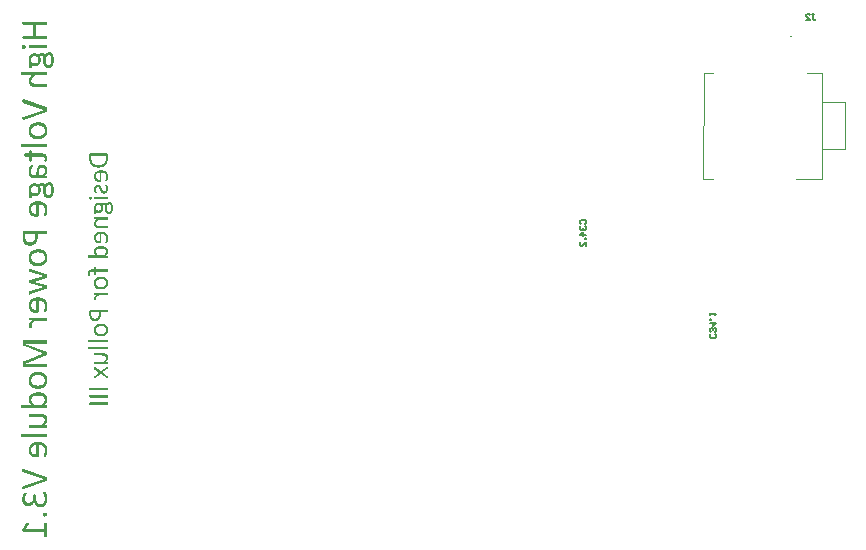
<source format=gbo>
G04*
G04 #@! TF.GenerationSoftware,Altium Limited,Altium Designer,22.9.1 (49)*
G04*
G04 Layer_Color=32896*
%FSLAX25Y25*%
%MOIN*%
G70*
G04*
G04 #@! TF.SameCoordinates,58640E65-FB78-4378-B78F-6D08F657F38D*
G04*
G04*
G04 #@! TF.FilePolarity,Positive*
G04*
G01*
G75*
%ADD12C,0.00394*%
%ADD14C,0.00500*%
G36*
X155496Y160004D02*
X155553Y159996D01*
X155594Y159979D01*
X155635Y159963D01*
X155660Y159947D01*
X155676Y159938D01*
X155693Y159922D01*
X155734Y159848D01*
X155750Y159783D01*
X155758Y159733D01*
Y158421D01*
X155750Y158134D01*
X155726Y157880D01*
X155717Y157757D01*
X155701Y157651D01*
X155684Y157544D01*
X155660Y157446D01*
X155643Y157364D01*
X155627Y157290D01*
X155611Y157224D01*
X155603Y157167D01*
X155586Y157126D01*
X155578Y157093D01*
X155570Y157077D01*
Y157068D01*
X155488Y156863D01*
X155397Y156683D01*
X155299Y156519D01*
X155201Y156380D01*
X155119Y156265D01*
X155053Y156183D01*
X155020Y156158D01*
X155004Y156134D01*
X154996Y156125D01*
X154988Y156117D01*
X154832Y155978D01*
X154668Y155855D01*
X154504Y155756D01*
X154348Y155666D01*
X154209Y155601D01*
X154151Y155576D01*
X154102Y155560D01*
X154061Y155543D01*
X154028Y155527D01*
X154012Y155519D01*
X154004D01*
X153774Y155453D01*
X153536Y155404D01*
X153298Y155363D01*
X153085Y155338D01*
X152987Y155330D01*
X152896Y155322D01*
X152814D01*
X152749Y155314D01*
X152691D01*
X152650D01*
X152626D01*
X152618D01*
X152364Y155322D01*
X152134Y155346D01*
X151921Y155379D01*
X151740Y155412D01*
X151658Y155428D01*
X151584Y155445D01*
X151527Y155461D01*
X151478Y155478D01*
X151437Y155494D01*
X151404Y155502D01*
X151388Y155510D01*
X151380D01*
X151183Y155592D01*
X151002Y155674D01*
X150838Y155773D01*
X150707Y155863D01*
X150592Y155945D01*
X150510Y156011D01*
X150486Y156043D01*
X150461Y156060D01*
X150453Y156068D01*
X150445Y156076D01*
X150305Y156224D01*
X150190Y156371D01*
X150092Y156527D01*
X150002Y156675D01*
X149936Y156798D01*
X149912Y156855D01*
X149895Y156904D01*
X149879Y156937D01*
X149863Y156970D01*
X149854Y156986D01*
Y156995D01*
X149780Y157208D01*
X149731Y157429D01*
X149690Y157659D01*
X149666Y157864D01*
X149657Y157962D01*
X149649Y158052D01*
Y158126D01*
X149641Y158200D01*
Y159717D01*
X149649Y159791D01*
X149674Y159856D01*
X149707Y159906D01*
X149715Y159914D01*
Y159922D01*
X149748Y159955D01*
X149789Y159971D01*
X149871Y160004D01*
X149912D01*
X149944Y160012D01*
X149969D01*
X149977D01*
X155430D01*
X155496Y160004D01*
D02*
G37*
G36*
X153741Y154420D02*
X153938Y154403D01*
X154110Y154387D01*
X154258Y154362D01*
X154381Y154338D01*
X154430Y154330D01*
X154471Y154313D01*
X154504Y154305D01*
X154528D01*
X154536Y154297D01*
X154545D01*
X154701Y154239D01*
X154840Y154174D01*
X154963Y154108D01*
X155069Y154043D01*
X155160Y153977D01*
X155225Y153928D01*
X155258Y153895D01*
X155274Y153887D01*
X155373Y153780D01*
X155463Y153665D01*
X155537Y153559D01*
X155603Y153452D01*
X155643Y153362D01*
X155684Y153288D01*
X155701Y153239D01*
X155709Y153231D01*
Y153223D01*
X155758Y153067D01*
X155791Y152911D01*
X155816Y152755D01*
X155832Y152616D01*
X155840Y152493D01*
Y152435D01*
X155849Y152394D01*
Y152189D01*
X155840Y152091D01*
X155832Y151993D01*
X155824Y151911D01*
X155816Y151837D01*
X155807Y151788D01*
X155799Y151747D01*
Y151738D01*
X155783Y151640D01*
X155766Y151550D01*
X155750Y151468D01*
X155742Y151402D01*
X155726Y151345D01*
X155717Y151304D01*
X155709Y151279D01*
Y151271D01*
X155684Y151197D01*
X155668Y151132D01*
X155643Y151074D01*
X155627Y151033D01*
X155619Y150992D01*
X155603Y150968D01*
X155594Y150951D01*
Y150943D01*
X155570Y150902D01*
X155553Y150861D01*
X155520Y150812D01*
X155512Y150795D01*
X155504Y150787D01*
X155471Y150746D01*
X155455Y150738D01*
X155406Y150722D01*
X155397D01*
X155389D01*
X155340Y150713D01*
X155324Y150705D01*
X155315D01*
X155274Y150697D01*
X155242D01*
X155209D01*
X155201D01*
X155143D01*
X155102D01*
X155069Y150705D01*
X155061D01*
X155020Y150713D01*
X154996Y150722D01*
X154979Y150730D01*
X154971D01*
X154930Y150754D01*
X154922Y150763D01*
Y150771D01*
X154905Y150787D01*
X154897Y150812D01*
Y150828D01*
X154905Y150877D01*
X154922Y150935D01*
X154946Y150984D01*
X154955Y150992D01*
Y151000D01*
X154996Y151091D01*
X155028Y151181D01*
X155037Y151222D01*
X155053Y151246D01*
X155061Y151271D01*
Y151279D01*
X155102Y151419D01*
X155135Y151550D01*
X155151Y151607D01*
X155160Y151648D01*
X155168Y151681D01*
Y151689D01*
X155192Y151878D01*
X155209Y151968D01*
Y152050D01*
X155217Y152124D01*
Y152230D01*
X155209Y152370D01*
X155201Y152493D01*
X155184Y152608D01*
X155160Y152706D01*
X155143Y152780D01*
X155127Y152837D01*
X155119Y152870D01*
X155111Y152886D01*
X155069Y152977D01*
X155020Y153067D01*
X154963Y153132D01*
X154914Y153198D01*
X154873Y153247D01*
X154832Y153280D01*
X154807Y153305D01*
X154799Y153313D01*
X154717Y153370D01*
X154635Y153419D01*
X154553Y153460D01*
X154479Y153493D01*
X154413Y153518D01*
X154364Y153534D01*
X154323Y153551D01*
X154315D01*
X154094Y153592D01*
X153987Y153600D01*
X153881Y153608D01*
X153798Y153616D01*
X153725D01*
X153684D01*
X153667D01*
Y150820D01*
X153659Y150738D01*
X153626Y150672D01*
X153602Y150631D01*
X153594Y150615D01*
X153561Y150582D01*
X153520Y150558D01*
X153429Y150525D01*
X153389D01*
X153364Y150517D01*
X153339D01*
X153331D01*
X153192D01*
X153036Y150525D01*
X152896Y150533D01*
X152757Y150549D01*
X152642Y150566D01*
X152552Y150590D01*
X152478Y150607D01*
X152429Y150615D01*
X152413Y150623D01*
X152281Y150664D01*
X152158Y150722D01*
X152052Y150779D01*
X151953Y150828D01*
X151880Y150877D01*
X151822Y150918D01*
X151781Y150951D01*
X151773Y150959D01*
X151675Y151050D01*
X151593Y151148D01*
X151519Y151246D01*
X151453Y151337D01*
X151404Y151419D01*
X151371Y151484D01*
X151347Y151525D01*
X151339Y151533D01*
Y151542D01*
X151281Y151681D01*
X151240Y151820D01*
X151216Y151968D01*
X151191Y152099D01*
X151183Y152214D01*
X151174Y152312D01*
Y152394D01*
X151183Y152567D01*
X151199Y152722D01*
X151224Y152870D01*
X151257Y152993D01*
X151289Y153091D01*
X151314Y153173D01*
X151330Y153223D01*
X151339Y153231D01*
Y153239D01*
X151404Y153378D01*
X151478Y153501D01*
X151560Y153608D01*
X151634Y153706D01*
X151707Y153780D01*
X151765Y153838D01*
X151798Y153870D01*
X151814Y153887D01*
X151929Y153977D01*
X152060Y154059D01*
X152183Y154133D01*
X152298Y154182D01*
X152396Y154231D01*
X152478Y154264D01*
X152511Y154272D01*
X152536Y154280D01*
X152544Y154289D01*
X152552D01*
X152716Y154338D01*
X152888Y154371D01*
X153052Y154395D01*
X153208Y154412D01*
X153339Y154420D01*
X153397D01*
X153446Y154428D01*
X153479D01*
X153512D01*
X153528D01*
X153536D01*
X153741Y154420D01*
D02*
G37*
G36*
X155315Y149664D02*
X155357Y149656D01*
X155373D01*
X155430Y149631D01*
X155471Y149606D01*
X155496Y149590D01*
X155504Y149582D01*
X155545Y149533D01*
X155578Y149475D01*
X155611Y149426D01*
X155619Y149418D01*
Y149410D01*
X155660Y149319D01*
X155693Y149229D01*
X155709Y149196D01*
X155717Y149164D01*
X155726Y149147D01*
Y149139D01*
X155758Y149008D01*
X155783Y148893D01*
X155791Y148844D01*
X155799Y148803D01*
X155807Y148778D01*
Y148770D01*
X155832Y148614D01*
X155840Y148540D01*
Y148475D01*
X155849Y148417D01*
Y148335D01*
X155840Y148204D01*
X155832Y148073D01*
X155816Y147958D01*
X155799Y147860D01*
X155783Y147778D01*
X155775Y147712D01*
X155758Y147679D01*
Y147663D01*
X155726Y147548D01*
X155684Y147450D01*
X155643Y147360D01*
X155603Y147278D01*
X155561Y147220D01*
X155529Y147171D01*
X155512Y147138D01*
X155504Y147130D01*
X155430Y147048D01*
X155357Y146982D01*
X155291Y146925D01*
X155217Y146876D01*
X155160Y146835D01*
X155111Y146810D01*
X155078Y146794D01*
X155069Y146786D01*
X154971Y146745D01*
X154873Y146712D01*
X154774Y146695D01*
X154684Y146679D01*
X154602Y146671D01*
X154545Y146663D01*
X154504D01*
X154487D01*
X154389D01*
X154299Y146679D01*
X154217Y146695D01*
X154151Y146712D01*
X154094Y146728D01*
X154053Y146745D01*
X154028Y146753D01*
X154020Y146761D01*
X153881Y146835D01*
X153823Y146876D01*
X153774Y146917D01*
X153733Y146950D01*
X153700Y146982D01*
X153684Y146999D01*
X153675Y147007D01*
X153577Y147122D01*
X153503Y147237D01*
X153479Y147278D01*
X153454Y147319D01*
X153446Y147343D01*
X153438Y147351D01*
X153364Y147499D01*
X153331Y147565D01*
X153306Y147622D01*
X153290Y147671D01*
X153274Y147712D01*
X153257Y147737D01*
Y147745D01*
X153200Y147893D01*
X153175Y147958D01*
X153151Y148016D01*
X153126Y148065D01*
X153118Y148106D01*
X153102Y148130D01*
Y148139D01*
X153036Y148278D01*
X153011Y148335D01*
X152987Y148385D01*
X152962Y148426D01*
X152946Y148458D01*
X152929Y148475D01*
Y148483D01*
X152856Y148581D01*
X152782Y148663D01*
X152724Y148713D01*
X152716Y148721D01*
X152708Y148729D01*
X152659Y148762D01*
X152610Y148778D01*
X152503Y148811D01*
X152462D01*
X152429Y148819D01*
X152404D01*
X152396D01*
X152306Y148811D01*
X152224Y148795D01*
X152175Y148778D01*
X152167Y148770D01*
X152158D01*
X152076Y148729D01*
X152019Y148680D01*
X151978Y148647D01*
X151962Y148631D01*
X151904Y148549D01*
X151863Y148467D01*
X151847Y148434D01*
X151839Y148409D01*
X151830Y148393D01*
Y148385D01*
X151798Y148262D01*
X151789Y148147D01*
X151781Y148106D01*
Y148032D01*
X151789Y147876D01*
X151798Y147811D01*
X151806Y147753D01*
X151822Y147704D01*
X151830Y147671D01*
X151839Y147647D01*
Y147638D01*
X151880Y147515D01*
X151896Y147466D01*
X151912Y147417D01*
X151929Y147384D01*
X151945Y147360D01*
X151953Y147343D01*
Y147335D01*
X151995Y147245D01*
X152027Y147179D01*
X152052Y147146D01*
X152060Y147130D01*
X152085Y147073D01*
X152101Y147032D01*
X152109Y147007D01*
Y146999D01*
X152101Y146966D01*
X152093Y146950D01*
X152060Y146917D01*
X152052Y146909D01*
X152044D01*
X151978Y146892D01*
X151953Y146884D01*
X151945D01*
X151896Y146876D01*
X151855D01*
X151822D01*
X151806D01*
X151757D01*
X151716D01*
X151691Y146884D01*
X151683D01*
X151642Y146892D01*
X151617D01*
X151601Y146900D01*
X151593D01*
X151543Y146917D01*
X151535Y146925D01*
X151527D01*
X151503Y146941D01*
X151478Y146966D01*
X151470Y146982D01*
X151462Y146991D01*
X151429Y147032D01*
X151404Y147081D01*
X151380Y147122D01*
X151371Y147130D01*
Y147138D01*
X151339Y147220D01*
X151306Y147294D01*
X151297Y147327D01*
X151289Y147351D01*
X151281Y147368D01*
Y147376D01*
X151248Y147474D01*
X151224Y147573D01*
X151216Y147614D01*
Y147647D01*
X151207Y147671D01*
Y147679D01*
X151191Y147802D01*
X151174Y147909D01*
Y148016D01*
X151183Y148155D01*
X151191Y148286D01*
X151207Y148409D01*
X151224Y148508D01*
X151248Y148590D01*
X151265Y148655D01*
X151273Y148688D01*
X151281Y148704D01*
X151322Y148811D01*
X151371Y148901D01*
X151412Y148983D01*
X151462Y149057D01*
X151503Y149114D01*
X151527Y149155D01*
X151552Y149180D01*
X151560Y149188D01*
X151626Y149254D01*
X151691Y149311D01*
X151765Y149360D01*
X151822Y149401D01*
X151880Y149434D01*
X151921Y149459D01*
X151953Y149467D01*
X151962Y149475D01*
X152044Y149508D01*
X152134Y149524D01*
X152216Y149541D01*
X152281Y149557D01*
X152347D01*
X152396Y149565D01*
X152429D01*
X152437D01*
X152544Y149557D01*
X152634Y149549D01*
X152716Y149533D01*
X152790Y149516D01*
X152847Y149500D01*
X152896Y149492D01*
X152921Y149475D01*
X152929D01*
X153069Y149401D01*
X153134Y149360D01*
X153183Y149319D01*
X153225Y149287D01*
X153257Y149262D01*
X153274Y149246D01*
X153282Y149237D01*
X153380Y149114D01*
X153454Y149008D01*
X153487Y148959D01*
X153512Y148926D01*
X153520Y148901D01*
X153528Y148893D01*
X153594Y148754D01*
X153626Y148688D01*
X153651Y148631D01*
X153675Y148581D01*
X153692Y148540D01*
X153708Y148516D01*
Y148508D01*
X153766Y148360D01*
X153790Y148294D01*
X153815Y148237D01*
X153840Y148188D01*
X153848Y148147D01*
X153864Y148122D01*
Y148114D01*
X153921Y147983D01*
X153954Y147925D01*
X153979Y147876D01*
X154004Y147835D01*
X154020Y147802D01*
X154028Y147786D01*
X154036Y147778D01*
X154110Y147671D01*
X154176Y147597D01*
X154225Y147548D01*
X154241Y147532D01*
X154250D01*
X154299Y147499D01*
X154348Y147474D01*
X154446Y147442D01*
X154487D01*
X154512Y147433D01*
X154536D01*
X154545D01*
X154668Y147442D01*
X154725Y147450D01*
X154766Y147466D01*
X154807Y147474D01*
X154832Y147491D01*
X154848Y147499D01*
X154856D01*
X154938Y147556D01*
X155004Y147614D01*
X155045Y147663D01*
X155061Y147679D01*
Y147688D01*
X155119Y147778D01*
X155151Y147868D01*
X155168Y147909D01*
X155176Y147942D01*
X155184Y147958D01*
Y147966D01*
X155209Y148089D01*
X155217Y148204D01*
X155225Y148245D01*
Y148417D01*
X155217Y148499D01*
X155209Y148581D01*
X155192Y148647D01*
X155184Y148704D01*
X155176Y148754D01*
X155168Y148778D01*
Y148786D01*
X155119Y148926D01*
X155094Y148991D01*
X155069Y149041D01*
X155053Y149082D01*
X155037Y149114D01*
X155028Y149131D01*
Y149139D01*
X154971Y149237D01*
X154922Y149319D01*
X154905Y149352D01*
X154889Y149377D01*
X154881Y149385D01*
Y149393D01*
X154840Y149459D01*
X154824Y149500D01*
X154815Y149533D01*
Y149565D01*
X154824Y149582D01*
X154832Y149598D01*
X154840Y149606D01*
X154856Y149623D01*
X154873Y149639D01*
X154889Y149647D01*
X154897D01*
X154930Y149656D01*
X154955D01*
X154988Y149664D01*
X154996D01*
X155045Y149672D01*
X155094D01*
X155127D01*
X155135D01*
X155143D01*
X155242D01*
X155315Y149664D01*
D02*
G37*
G36*
X155684Y145539D02*
X155701Y145531D01*
X155709D01*
X155726Y145515D01*
X155742Y145498D01*
X155750Y145482D01*
Y145474D01*
X155758Y145441D01*
Y145400D01*
X155766Y145367D01*
Y145359D01*
X155775Y145293D01*
X155783Y145228D01*
Y145080D01*
X155775Y145023D01*
X155766Y144990D01*
Y144973D01*
X155758Y144916D01*
Y144883D01*
X155750Y144859D01*
Y144850D01*
X155734Y144826D01*
X155726Y144809D01*
X155709Y144793D01*
X155684Y144777D01*
X155660Y144768D01*
X155652D01*
X155643D01*
X151388D01*
X151363D01*
X151347Y144777D01*
X151330Y144785D01*
Y144793D01*
X151306Y144809D01*
X151289Y144826D01*
X151281Y144842D01*
Y144850D01*
X151273Y144883D01*
X151265Y144924D01*
X151257Y144957D01*
Y144973D01*
X151248Y145031D01*
X151240Y145096D01*
Y145244D01*
X151248Y145301D01*
X151257Y145342D01*
Y145359D01*
X151265Y145408D01*
X151273Y145441D01*
X151281Y145465D01*
Y145474D01*
X151297Y145498D01*
X151314Y145515D01*
X151322Y145531D01*
X151330D01*
X151371Y145547D01*
X151380D01*
X151388D01*
X155643D01*
X155684Y145539D01*
D02*
G37*
G36*
X150051Y145638D02*
X150133Y145629D01*
X150199Y145613D01*
X150248Y145597D01*
X150281Y145580D01*
X150313Y145564D01*
X150322Y145547D01*
X150330D01*
X150363Y145506D01*
X150379Y145449D01*
X150412Y145318D01*
Y145260D01*
X150420Y145211D01*
Y145170D01*
X150412Y145072D01*
X150404Y144990D01*
X150387Y144924D01*
X150371Y144875D01*
X150355Y144834D01*
X150338Y144809D01*
X150322Y144793D01*
Y144785D01*
X150281Y144752D01*
X150223Y144719D01*
X150100Y144695D01*
X150043Y144686D01*
X149994Y144678D01*
X149961D01*
X149953D01*
X149863Y144686D01*
X149780Y144695D01*
X149715Y144711D01*
X149666Y144727D01*
X149633Y144752D01*
X149600Y144768D01*
X149592Y144777D01*
X149584Y144785D01*
X149551Y144826D01*
X149526Y144883D01*
X149494Y145006D01*
Y145072D01*
X149485Y145113D01*
Y145162D01*
X149494Y145260D01*
X149502Y145342D01*
X149518Y145408D01*
X149534Y145457D01*
X149559Y145498D01*
X149575Y145523D01*
X149584Y145539D01*
X149592Y145547D01*
X149633Y145580D01*
X149690Y145605D01*
X149813Y145629D01*
X149871Y145638D01*
X149920Y145646D01*
X149953D01*
X149961D01*
X150051Y145638D01*
D02*
G37*
G36*
X156422Y143784D02*
X156504Y143776D01*
X156587Y143760D01*
X156652Y143743D01*
X156701Y143727D01*
X156751Y143711D01*
X156775Y143694D01*
X156783D01*
X156857Y143645D01*
X156931Y143596D01*
X156988Y143538D01*
X157046Y143489D01*
X157087Y143440D01*
X157120Y143399D01*
X157136Y143366D01*
X157144Y143358D01*
X157202Y143268D01*
X157251Y143169D01*
X157292Y143071D01*
X157325Y142973D01*
X157349Y142891D01*
X157374Y142825D01*
X157382Y142784D01*
X157390Y142768D01*
X157423Y142628D01*
X157439Y142481D01*
X157456Y142333D01*
X157472Y142194D01*
Y142071D01*
X157480Y141972D01*
Y141890D01*
X157472Y141693D01*
X157464Y141521D01*
X157439Y141365D01*
X157415Y141226D01*
X157398Y141119D01*
X157374Y141029D01*
X157366Y141005D01*
Y140980D01*
X157357Y140972D01*
Y140964D01*
X157308Y140824D01*
X157259Y140693D01*
X157202Y140586D01*
X157152Y140488D01*
X157111Y140414D01*
X157070Y140365D01*
X157046Y140324D01*
X157037Y140316D01*
X156964Y140226D01*
X156882Y140152D01*
X156808Y140086D01*
X156734Y140029D01*
X156668Y139988D01*
X156619Y139963D01*
X156587Y139947D01*
X156578Y139939D01*
X156480Y139898D01*
X156381Y139865D01*
X156283Y139848D01*
X156201Y139832D01*
X156127Y139824D01*
X156070Y139816D01*
X156037D01*
X156021D01*
X155922Y139824D01*
X155832Y139832D01*
X155750Y139848D01*
X155684Y139873D01*
X155627Y139898D01*
X155578Y139914D01*
X155553Y139922D01*
X155545Y139930D01*
X155471Y139971D01*
X155397Y140021D01*
X155340Y140070D01*
X155283Y140119D01*
X155242Y140168D01*
X155209Y140201D01*
X155192Y140226D01*
X155184Y140234D01*
X155086Y140381D01*
X155053Y140455D01*
X155020Y140529D01*
X154996Y140595D01*
X154979Y140644D01*
X154963Y140677D01*
Y140685D01*
X154914Y140890D01*
X154897Y140980D01*
X154889Y141070D01*
X154881Y141152D01*
X154873Y141210D01*
Y141267D01*
X154824Y142374D01*
X154815Y142464D01*
X154799Y142546D01*
X154782Y142612D01*
X154766Y142677D01*
X154742Y142718D01*
X154725Y142759D01*
X154717Y142776D01*
X154709Y142784D01*
X154668Y142833D01*
X154619Y142866D01*
X154578Y142899D01*
X154536Y142915D01*
X154496Y142923D01*
X154463Y142932D01*
X154446D01*
X154438D01*
X154340Y142923D01*
X154258Y142907D01*
X154225Y142899D01*
X154200Y142891D01*
X154192Y142882D01*
X154184D01*
X154110Y142841D01*
X154044Y142800D01*
X154004Y142768D01*
X153987Y142751D01*
X154028Y142694D01*
X154061Y142636D01*
X154110Y142522D01*
X154135Y142472D01*
X154151Y142431D01*
X154159Y142399D01*
Y142390D01*
X154200Y142210D01*
X154209Y142128D01*
X154217Y142054D01*
X154225Y141989D01*
Y141890D01*
X154217Y141759D01*
X154209Y141636D01*
X154192Y141521D01*
X154176Y141423D01*
X154159Y141341D01*
X154143Y141275D01*
X154127Y141242D01*
Y141226D01*
X154086Y141119D01*
X154036Y141013D01*
X153987Y140923D01*
X153938Y140849D01*
X153889Y140783D01*
X153856Y140742D01*
X153831Y140709D01*
X153823Y140701D01*
X153749Y140619D01*
X153667Y140554D01*
X153585Y140496D01*
X153512Y140447D01*
X153446Y140414D01*
X153397Y140390D01*
X153356Y140373D01*
X153348Y140365D01*
X153241Y140324D01*
X153126Y140291D01*
X153019Y140275D01*
X152913Y140258D01*
X152831Y140250D01*
X152757Y140242D01*
X152716D01*
X152700D01*
X152536Y140250D01*
X152470Y140267D01*
X152404Y140275D01*
X152347Y140291D01*
X152306Y140308D01*
X152281Y140316D01*
X152273D01*
X152199Y140340D01*
X152126Y140381D01*
X152060Y140414D01*
X152011Y140455D01*
X151962Y140488D01*
X151929Y140521D01*
X151904Y140537D01*
X151896Y140545D01*
Y139930D01*
X151888Y139881D01*
X151863Y139848D01*
X151839Y139824D01*
X151830Y139816D01*
X151798Y139799D01*
X151757Y139783D01*
X151683Y139775D01*
X151642Y139766D01*
X151609D01*
X151593D01*
X151584D01*
X151478Y139775D01*
X151404Y139783D01*
X151363Y139799D01*
X151347Y139807D01*
X151297Y139840D01*
X151273Y139881D01*
X151265Y139914D01*
Y141218D01*
X151240Y141333D01*
X151224Y141431D01*
X151216Y141472D01*
X151207Y141505D01*
Y141538D01*
X151191Y141661D01*
X151183Y141775D01*
Y141890D01*
X151191Y142021D01*
X151199Y142144D01*
X151216Y142259D01*
X151232Y142358D01*
X151257Y142440D01*
X151273Y142497D01*
X151281Y142538D01*
X151289Y142554D01*
X151330Y142661D01*
X151380Y142768D01*
X151437Y142850D01*
X151486Y142932D01*
X151527Y142989D01*
X151568Y143038D01*
X151593Y143071D01*
X151601Y143079D01*
X151675Y143161D01*
X151757Y143227D01*
X151839Y143284D01*
X151912Y143333D01*
X151986Y143374D01*
X152035Y143399D01*
X152068Y143415D01*
X152085Y143424D01*
X152191Y143465D01*
X152306Y143489D01*
X152413Y143514D01*
X152519Y143522D01*
X152601Y143530D01*
X152675Y143538D01*
X152716D01*
X152724D01*
X152733D01*
X152847D01*
X152946Y143522D01*
X153036Y143514D01*
X153118Y143497D01*
X153175Y143481D01*
X153225Y143473D01*
X153257Y143456D01*
X153266D01*
X153421Y143383D01*
X153487Y143350D01*
X153544Y143309D01*
X153594Y143276D01*
X153626Y143251D01*
X153651Y143235D01*
X153659Y143227D01*
X153798Y143342D01*
X153864Y143391D01*
X153930Y143432D01*
X153987Y143465D01*
X154028Y143489D01*
X154061Y143506D01*
X154069Y143514D01*
X154151Y143555D01*
X154241Y143579D01*
X154332Y143604D01*
X154413Y143612D01*
X154479Y143620D01*
X154536Y143629D01*
X154569D01*
X154586D01*
X154659Y143620D01*
X154733Y143612D01*
X154799Y143596D01*
X154856Y143571D01*
X154905Y143555D01*
X154938Y143538D01*
X154963Y143530D01*
X154971Y143522D01*
X155037Y143473D01*
X155094Y143424D01*
X155143Y143366D01*
X155184Y143317D01*
X155217Y143268D01*
X155242Y143227D01*
X155258Y143194D01*
X155266Y143186D01*
X155357Y143292D01*
X155438Y143374D01*
X155463Y143407D01*
X155488Y143424D01*
X155504Y143440D01*
X155512Y143448D01*
X155603Y143530D01*
X155676Y143588D01*
X155709Y143612D01*
X155734Y143629D01*
X155750Y143645D01*
X155758D01*
X155849Y143694D01*
X155939Y143727D01*
X155972Y143743D01*
X156004Y143752D01*
X156021Y143760D01*
X156029D01*
X156135Y143776D01*
X156234Y143784D01*
X156275Y143793D01*
X156308D01*
X156324D01*
X156332D01*
X156422Y143784D01*
D02*
G37*
G36*
X155684Y138766D02*
X155701Y138758D01*
X155709D01*
X155726Y138741D01*
X155742Y138725D01*
X155750Y138709D01*
Y138700D01*
X155758Y138668D01*
Y138627D01*
X155766Y138594D01*
Y138586D01*
X155775Y138520D01*
X155783Y138454D01*
Y138307D01*
X155775Y138249D01*
X155766Y138217D01*
Y138200D01*
X155758Y138143D01*
Y138110D01*
X155750Y138085D01*
Y138077D01*
X155734Y138053D01*
X155726Y138036D01*
X155709Y138020D01*
X155684Y138003D01*
X155660Y137995D01*
X155652D01*
X155643D01*
X152667D01*
X152527Y137880D01*
X152404Y137766D01*
X152298Y137659D01*
X152216Y137569D01*
X152142Y137495D01*
X152101Y137438D01*
X152068Y137405D01*
X152060Y137388D01*
X151986Y137282D01*
X151937Y137175D01*
X151896Y137069D01*
X151872Y136978D01*
X151855Y136905D01*
X151847Y136847D01*
Y136716D01*
X151863Y136634D01*
X151872Y136568D01*
X151888Y136511D01*
X151904Y136462D01*
X151921Y136429D01*
X151929Y136404D01*
X151937Y136396D01*
X152011Y136281D01*
X152093Y136191D01*
X152126Y136158D01*
X152158Y136134D01*
X152175Y136126D01*
X152183Y136117D01*
X152306Y136044D01*
X152437Y135986D01*
X152487Y135970D01*
X152527Y135953D01*
X152560Y135945D01*
X152568D01*
X152659Y135929D01*
X152749Y135912D01*
X152847Y135904D01*
X152946Y135896D01*
X153028Y135888D01*
X153093D01*
X153134D01*
X153142D01*
X153151D01*
X155643D01*
X155684Y135880D01*
X155701Y135871D01*
X155709D01*
X155726Y135855D01*
X155742Y135839D01*
X155750Y135822D01*
Y135814D01*
X155758Y135781D01*
Y135740D01*
X155766Y135707D01*
Y135699D01*
X155775Y135634D01*
X155783Y135568D01*
Y135420D01*
X155775Y135363D01*
X155766Y135330D01*
Y135314D01*
X155758Y135256D01*
Y135224D01*
X155750Y135199D01*
Y135191D01*
X155734Y135166D01*
X155726Y135150D01*
X155709Y135133D01*
X155684Y135117D01*
X155660Y135109D01*
X155652D01*
X155643D01*
X153052D01*
X152888D01*
X152733Y135125D01*
X152601Y135133D01*
X152487Y135150D01*
X152396Y135166D01*
X152331Y135174D01*
X152290Y135191D01*
X152273D01*
X152158Y135224D01*
X152044Y135265D01*
X151953Y135306D01*
X151863Y135355D01*
X151798Y135388D01*
X151749Y135420D01*
X151716Y135445D01*
X151707Y135453D01*
X151626Y135519D01*
X151543Y135601D01*
X151478Y135675D01*
X151429Y135748D01*
X151380Y135814D01*
X151347Y135871D01*
X151330Y135904D01*
X151322Y135921D01*
X151273Y136035D01*
X151240Y136150D01*
X151207Y136273D01*
X151191Y136388D01*
X151183Y136486D01*
X151174Y136560D01*
Y136634D01*
X151183Y136773D01*
X151207Y136905D01*
X151232Y137028D01*
X151265Y137134D01*
X151306Y137233D01*
X151330Y137298D01*
X151355Y137347D01*
X151363Y137356D01*
Y137364D01*
X151445Y137495D01*
X151535Y137626D01*
X151634Y137741D01*
X151732Y137856D01*
X151814Y137946D01*
X151888Y138012D01*
X151937Y138061D01*
X151945Y138069D01*
X151953Y138077D01*
X151388D01*
X151347Y138085D01*
X151330Y138094D01*
X151306Y138110D01*
X151289Y138126D01*
X151281Y138143D01*
Y138151D01*
X151265Y138184D01*
X151257Y138217D01*
X151248Y138241D01*
Y138258D01*
X151240Y138307D01*
Y138553D01*
X151248Y138586D01*
Y138602D01*
X151257Y138643D01*
X151265Y138676D01*
X151273Y138700D01*
X151281Y138709D01*
X151297Y138733D01*
X151314Y138750D01*
X151322Y138766D01*
X151330D01*
X151371Y138774D01*
X151380D01*
X151388D01*
X155643D01*
X155684Y138766D01*
D02*
G37*
G36*
X153741Y133961D02*
X153938Y133944D01*
X154110Y133928D01*
X154258Y133903D01*
X154381Y133879D01*
X154430Y133871D01*
X154471Y133854D01*
X154504Y133846D01*
X154528D01*
X154536Y133838D01*
X154545D01*
X154701Y133780D01*
X154840Y133715D01*
X154963Y133649D01*
X155069Y133584D01*
X155160Y133518D01*
X155225Y133469D01*
X155258Y133436D01*
X155274Y133428D01*
X155373Y133321D01*
X155463Y133206D01*
X155537Y133100D01*
X155603Y132993D01*
X155643Y132903D01*
X155684Y132829D01*
X155701Y132780D01*
X155709Y132772D01*
Y132764D01*
X155758Y132608D01*
X155791Y132452D01*
X155816Y132296D01*
X155832Y132157D01*
X155840Y132034D01*
Y131976D01*
X155849Y131935D01*
Y131730D01*
X155840Y131632D01*
X155832Y131534D01*
X155824Y131452D01*
X155816Y131378D01*
X155807Y131329D01*
X155799Y131288D01*
Y131279D01*
X155783Y131181D01*
X155766Y131091D01*
X155750Y131009D01*
X155742Y130943D01*
X155726Y130886D01*
X155717Y130845D01*
X155709Y130820D01*
Y130812D01*
X155684Y130738D01*
X155668Y130673D01*
X155643Y130615D01*
X155627Y130574D01*
X155619Y130533D01*
X155603Y130509D01*
X155594Y130492D01*
Y130484D01*
X155570Y130443D01*
X155553Y130402D01*
X155520Y130353D01*
X155512Y130336D01*
X155504Y130328D01*
X155471Y130287D01*
X155455Y130279D01*
X155406Y130263D01*
X155397D01*
X155389D01*
X155340Y130254D01*
X155324Y130246D01*
X155315D01*
X155274Y130238D01*
X155242D01*
X155209D01*
X155201D01*
X155143D01*
X155102D01*
X155069Y130246D01*
X155061D01*
X155020Y130254D01*
X154996Y130263D01*
X154979Y130271D01*
X154971D01*
X154930Y130295D01*
X154922Y130304D01*
Y130312D01*
X154905Y130328D01*
X154897Y130353D01*
Y130369D01*
X154905Y130418D01*
X154922Y130476D01*
X154946Y130525D01*
X154955Y130533D01*
Y130541D01*
X154996Y130632D01*
X155028Y130722D01*
X155037Y130763D01*
X155053Y130787D01*
X155061Y130812D01*
Y130820D01*
X155102Y130960D01*
X155135Y131091D01*
X155151Y131148D01*
X155160Y131189D01*
X155168Y131222D01*
Y131230D01*
X155192Y131419D01*
X155209Y131509D01*
Y131591D01*
X155217Y131665D01*
Y131771D01*
X155209Y131911D01*
X155201Y132034D01*
X155184Y132149D01*
X155160Y132247D01*
X155143Y132321D01*
X155127Y132378D01*
X155119Y132411D01*
X155111Y132427D01*
X155069Y132518D01*
X155020Y132608D01*
X154963Y132673D01*
X154914Y132739D01*
X154873Y132788D01*
X154832Y132821D01*
X154807Y132846D01*
X154799Y132854D01*
X154717Y132911D01*
X154635Y132960D01*
X154553Y133001D01*
X154479Y133034D01*
X154413Y133059D01*
X154364Y133075D01*
X154323Y133092D01*
X154315D01*
X154094Y133133D01*
X153987Y133141D01*
X153881Y133149D01*
X153798Y133157D01*
X153725D01*
X153684D01*
X153667D01*
Y130361D01*
X153659Y130279D01*
X153626Y130213D01*
X153602Y130172D01*
X153594Y130156D01*
X153561Y130123D01*
X153520Y130099D01*
X153429Y130066D01*
X153389D01*
X153364Y130058D01*
X153339D01*
X153331D01*
X153192D01*
X153036Y130066D01*
X152896Y130074D01*
X152757Y130090D01*
X152642Y130107D01*
X152552Y130131D01*
X152478Y130148D01*
X152429Y130156D01*
X152413Y130164D01*
X152281Y130205D01*
X152158Y130263D01*
X152052Y130320D01*
X151953Y130369D01*
X151880Y130418D01*
X151822Y130459D01*
X151781Y130492D01*
X151773Y130500D01*
X151675Y130591D01*
X151593Y130689D01*
X151519Y130787D01*
X151453Y130878D01*
X151404Y130960D01*
X151371Y131025D01*
X151347Y131066D01*
X151339Y131074D01*
Y131083D01*
X151281Y131222D01*
X151240Y131361D01*
X151216Y131509D01*
X151191Y131640D01*
X151183Y131755D01*
X151174Y131853D01*
Y131935D01*
X151183Y132108D01*
X151199Y132263D01*
X151224Y132411D01*
X151257Y132534D01*
X151289Y132632D01*
X151314Y132714D01*
X151330Y132764D01*
X151339Y132772D01*
Y132780D01*
X151404Y132919D01*
X151478Y133042D01*
X151560Y133149D01*
X151634Y133247D01*
X151707Y133321D01*
X151765Y133379D01*
X151798Y133411D01*
X151814Y133428D01*
X151929Y133518D01*
X152060Y133600D01*
X152183Y133674D01*
X152298Y133723D01*
X152396Y133772D01*
X152478Y133805D01*
X152511Y133813D01*
X152536Y133821D01*
X152544Y133830D01*
X152552D01*
X152716Y133879D01*
X152888Y133912D01*
X153052Y133936D01*
X153208Y133953D01*
X153339Y133961D01*
X153397D01*
X153446Y133969D01*
X153479D01*
X153512D01*
X153528D01*
X153536D01*
X153741Y133961D01*
D02*
G37*
G36*
Y129139D02*
X153905Y129131D01*
X154053Y129115D01*
X154184Y129098D01*
X154299Y129082D01*
X154381Y129074D01*
X154413Y129065D01*
X154438Y129057D01*
X154446D01*
X154455D01*
X154602Y129016D01*
X154742Y128967D01*
X154873Y128918D01*
X154979Y128869D01*
X155061Y128828D01*
X155127Y128787D01*
X155168Y128762D01*
X155184Y128754D01*
X155291Y128672D01*
X155389Y128582D01*
X155471Y128491D01*
X155537Y128409D01*
X155594Y128336D01*
X155635Y128278D01*
X155660Y128237D01*
X155668Y128221D01*
X155726Y128090D01*
X155775Y127958D01*
X155807Y127827D01*
X155824Y127696D01*
X155840Y127589D01*
X155849Y127499D01*
Y127425D01*
X155840Y127270D01*
X155816Y127114D01*
X155783Y126983D01*
X155750Y126868D01*
X155717Y126769D01*
X155684Y126696D01*
X155660Y126646D01*
X155652Y126630D01*
X155570Y126499D01*
X155480Y126368D01*
X155381Y126253D01*
X155291Y126146D01*
X155209Y126064D01*
X155143Y125999D01*
X155102Y125958D01*
X155086Y125941D01*
X155643D01*
X155684Y125933D01*
X155701Y125925D01*
X155709D01*
X155742Y125884D01*
X155750Y125867D01*
Y125859D01*
X155758Y125818D01*
Y125785D01*
X155766Y125753D01*
Y125744D01*
X155775Y125687D01*
X155783Y125638D01*
Y125515D01*
X155775Y125466D01*
X155766Y125433D01*
Y125425D01*
X155758Y125375D01*
Y125343D01*
X155750Y125326D01*
Y125318D01*
X155734Y125293D01*
X155726Y125277D01*
X155709Y125261D01*
X155684Y125244D01*
X155660Y125236D01*
X155652D01*
X155643D01*
X149354D01*
X149329D01*
X149305Y125244D01*
X149297Y125252D01*
X149288Y125261D01*
X149248Y125302D01*
X149239Y125318D01*
Y125326D01*
X149231Y125359D01*
X149223Y125400D01*
X149215Y125433D01*
Y125449D01*
X149206Y125507D01*
X149198Y125572D01*
Y125712D01*
X149206Y125777D01*
X149215Y125810D01*
Y125826D01*
X149223Y125876D01*
X149231Y125917D01*
X149239Y125941D01*
Y125949D01*
X149256Y125974D01*
X149272Y125990D01*
X149280Y126007D01*
X149288D01*
X149329Y126023D01*
X149346D01*
X149354D01*
X151822D01*
X151707Y126138D01*
X151609Y126245D01*
X151527Y126351D01*
X151462Y126441D01*
X151404Y126523D01*
X151371Y126581D01*
X151347Y126622D01*
X151339Y126638D01*
X151281Y126753D01*
X151240Y126876D01*
X151216Y126991D01*
X151191Y127097D01*
X151183Y127188D01*
X151174Y127253D01*
Y127319D01*
X151183Y127483D01*
X151199Y127630D01*
X151232Y127770D01*
X151257Y127885D01*
X151289Y127983D01*
X151322Y128057D01*
X151339Y128098D01*
X151347Y128114D01*
X151412Y128237D01*
X151486Y128344D01*
X151568Y128442D01*
X151642Y128524D01*
X151716Y128598D01*
X151773Y128647D01*
X151806Y128680D01*
X151822Y128688D01*
X151945Y128770D01*
X152068Y128836D01*
X152199Y128901D01*
X152314Y128942D01*
X152421Y128983D01*
X152503Y129008D01*
X152536Y129016D01*
X152560Y129024D01*
X152568Y129033D01*
X152577D01*
X152749Y129074D01*
X152921Y129098D01*
X153085Y129123D01*
X153241Y129131D01*
X153372Y129139D01*
X153429Y129147D01*
X153479D01*
X153512D01*
X153544D01*
X153561D01*
X153569D01*
X153741Y129139D01*
D02*
G37*
G36*
X151707Y122145D02*
X151749D01*
X151781Y122136D01*
X151822Y122128D01*
X151839Y122120D01*
X151880Y122087D01*
X151904Y122046D01*
X151912Y122013D01*
Y121398D01*
X155643D01*
X155684Y121390D01*
X155701Y121382D01*
X155709D01*
X155726Y121366D01*
X155742Y121349D01*
X155750Y121333D01*
Y121325D01*
X155758Y121284D01*
Y121243D01*
X155766Y121210D01*
Y121202D01*
X155775Y121136D01*
X155783Y121070D01*
Y120931D01*
X155775Y120874D01*
X155766Y120841D01*
Y120824D01*
X155758Y120767D01*
Y120734D01*
X155750Y120710D01*
Y120701D01*
X155734Y120669D01*
X155726Y120652D01*
X155709Y120636D01*
X155684Y120619D01*
X155660Y120611D01*
X155652D01*
X155643D01*
X151912D01*
Y119668D01*
X151904Y119619D01*
X151872Y119586D01*
X151847Y119562D01*
X151839Y119553D01*
X151806Y119537D01*
X151765Y119521D01*
X151691Y119512D01*
X151650Y119504D01*
X151617D01*
X151601D01*
X151593D01*
X151535D01*
X151486Y119512D01*
X151453Y119521D01*
X151445D01*
X151404Y119529D01*
X151371Y119537D01*
X151355Y119545D01*
X151347Y119553D01*
X151322Y119570D01*
X151306Y119586D01*
X151289Y119594D01*
Y119603D01*
X151273Y119619D01*
X151265Y119644D01*
Y120611D01*
X150805D01*
X150707D01*
X150617Y120603D01*
X150535D01*
X150469Y120595D01*
X150412Y120587D01*
X150371D01*
X150346Y120578D01*
X150338D01*
X150207Y120546D01*
X150158Y120529D01*
X150109Y120513D01*
X150076Y120496D01*
X150051Y120480D01*
X150035Y120472D01*
X150027D01*
X149944Y120406D01*
X149887Y120349D01*
X149854Y120291D01*
X149846Y120283D01*
Y120275D01*
X149813Y120177D01*
X149797Y120078D01*
X149789Y120037D01*
Y119890D01*
X149797Y119816D01*
X149805Y119767D01*
X149813Y119758D01*
Y119750D01*
X149830Y119685D01*
X149846Y119627D01*
X149854Y119594D01*
X149863Y119586D01*
X149879Y119537D01*
X149895Y119496D01*
X149904Y119471D01*
X149912Y119463D01*
X149920Y119430D01*
X149928Y119406D01*
Y119381D01*
X149920Y119340D01*
Y119332D01*
X149887Y119316D01*
X149879Y119307D01*
X149871D01*
X149813Y119291D01*
X149797Y119283D01*
X149789D01*
X149740Y119275D01*
X149690Y119266D01*
X149657D01*
X149641D01*
X149584D01*
X149534D01*
X149502Y119275D01*
X149494D01*
X149452Y119283D01*
X149411Y119291D01*
X149395Y119299D01*
X149387Y119307D01*
X149354Y119324D01*
X149329Y119340D01*
X149321Y119348D01*
X149313Y119357D01*
X149288Y119381D01*
X149264Y119422D01*
X149256Y119455D01*
X149248Y119463D01*
Y119471D01*
X149215Y119545D01*
X149198Y119619D01*
X149182Y119652D01*
Y119685D01*
X149174Y119701D01*
Y119709D01*
X149157Y119824D01*
X149141Y119931D01*
Y120160D01*
X149157Y120275D01*
X149174Y120382D01*
X149190Y120472D01*
X149206Y120546D01*
X149223Y120595D01*
X149231Y120636D01*
X149239Y120644D01*
X149280Y120734D01*
X149329Y120816D01*
X149379Y120890D01*
X149428Y120956D01*
X149469Y121005D01*
X149510Y121038D01*
X149534Y121062D01*
X149543Y121070D01*
X149625Y121128D01*
X149715Y121177D01*
X149797Y121218D01*
X149879Y121251D01*
X149953Y121284D01*
X150010Y121300D01*
X150051Y121308D01*
X150067Y121316D01*
X150190Y121341D01*
X150322Y121366D01*
X150453Y121382D01*
X150568Y121390D01*
X150674D01*
X150756Y121398D01*
X150789D01*
X150814D01*
X150822D01*
X150830D01*
X151265D01*
Y122030D01*
X151273Y122054D01*
X151281Y122071D01*
X151289Y122079D01*
X151306Y122095D01*
X151322Y122112D01*
X151339Y122120D01*
X151347D01*
X151380Y122128D01*
X151404Y122136D01*
X151437Y122145D01*
X151445D01*
X151494Y122153D01*
X151543D01*
X151576D01*
X151584D01*
X151593D01*
X151650D01*
X151707Y122145D01*
D02*
G37*
G36*
X153749Y118938D02*
X153930Y118930D01*
X154094Y118906D01*
X154241Y118881D01*
X154356Y118865D01*
X154446Y118840D01*
X154479Y118832D01*
X154504D01*
X154512Y118824D01*
X154520D01*
X154676Y118766D01*
X154815Y118709D01*
X154938Y118643D01*
X155037Y118578D01*
X155127Y118528D01*
X155192Y118479D01*
X155225Y118446D01*
X155242Y118438D01*
X155348Y118332D01*
X155438Y118225D01*
X155512Y118118D01*
X155578Y118012D01*
X155627Y117930D01*
X155660Y117856D01*
X155684Y117807D01*
X155693Y117799D01*
Y117790D01*
X155742Y117635D01*
X155783Y117479D01*
X155807Y117323D01*
X155832Y117184D01*
X155840Y117061D01*
Y117003D01*
X155849Y116962D01*
Y116872D01*
X155840Y116675D01*
X155824Y116503D01*
X155791Y116339D01*
X155758Y116200D01*
X155734Y116085D01*
X155701Y116003D01*
X155693Y115970D01*
X155684Y115945D01*
X155676Y115937D01*
Y115929D01*
X155603Y115781D01*
X155520Y115650D01*
X155438Y115535D01*
X155365Y115437D01*
X155291Y115355D01*
X155234Y115298D01*
X155201Y115257D01*
X155184Y115248D01*
X155061Y115150D01*
X154930Y115068D01*
X154807Y115002D01*
X154684Y114945D01*
X154586Y114896D01*
X154504Y114863D01*
X154471Y114855D01*
X154446Y114847D01*
X154438Y114838D01*
X154430D01*
X154258Y114789D01*
X154094Y114756D01*
X153930Y114732D01*
X153782Y114715D01*
X153659Y114707D01*
X153602Y114699D01*
X153561D01*
X153520D01*
X153495D01*
X153479D01*
X153471D01*
X153274Y114707D01*
X153093Y114715D01*
X152929Y114740D01*
X152790Y114765D01*
X152675Y114789D01*
X152585Y114806D01*
X152552Y114814D01*
X152527Y114822D01*
X152519Y114830D01*
X152511D01*
X152355Y114888D01*
X152216Y114945D01*
X152093Y115011D01*
X151986Y115076D01*
X151904Y115134D01*
X151839Y115183D01*
X151806Y115216D01*
X151789Y115224D01*
X151683Y115322D01*
X151593Y115429D01*
X151519Y115544D01*
X151453Y115642D01*
X151404Y115732D01*
X151363Y115806D01*
X151347Y115855D01*
X151339Y115863D01*
Y115872D01*
X151281Y116019D01*
X151240Y116175D01*
X151216Y116331D01*
X151191Y116470D01*
X151183Y116593D01*
Y116651D01*
X151174Y116692D01*
Y116782D01*
X151183Y116979D01*
X151199Y117159D01*
X151232Y117323D01*
X151265Y117462D01*
X151297Y117577D01*
X151330Y117659D01*
X151339Y117692D01*
X151347Y117717D01*
X151355Y117725D01*
Y117733D01*
X151429Y117881D01*
X151503Y118012D01*
X151584Y118127D01*
X151666Y118225D01*
X151740Y118307D01*
X151798Y118364D01*
X151830Y118397D01*
X151847Y118414D01*
X151970Y118512D01*
X152093Y118594D01*
X152224Y118660D01*
X152339Y118717D01*
X152445Y118758D01*
X152527Y118791D01*
X152560Y118799D01*
X152585Y118807D01*
X152593Y118815D01*
X152601D01*
X152765Y118856D01*
X152929Y118889D01*
X153093Y118914D01*
X153241Y118930D01*
X153364Y118938D01*
X153421D01*
X153462Y118947D01*
X153503D01*
X153528D01*
X153544D01*
X153552D01*
X153749Y118938D01*
D02*
G37*
G36*
X155684Y113543D02*
X155701Y113535D01*
X155709D01*
X155726Y113518D01*
X155742Y113502D01*
X155750Y113485D01*
Y113477D01*
X155758Y113444D01*
Y113403D01*
X155766Y113371D01*
Y113362D01*
X155775Y113297D01*
X155783Y113231D01*
Y113084D01*
X155775Y113026D01*
X155766Y112993D01*
Y112977D01*
X155758Y112920D01*
Y112887D01*
X155750Y112862D01*
Y112854D01*
X155734Y112829D01*
X155726Y112813D01*
X155709Y112797D01*
X155684Y112780D01*
X155660Y112772D01*
X155652D01*
X155643D01*
X152847D01*
X152749Y112715D01*
X152667Y112657D01*
X152593Y112608D01*
X152527Y112559D01*
X152478Y112526D01*
X152437Y112501D01*
X152413Y112485D01*
X152404Y112477D01*
X152281Y112378D01*
X152232Y112329D01*
X152191Y112296D01*
X152158Y112264D01*
X152134Y112239D01*
X152126Y112223D01*
X152118Y112214D01*
X152052Y112124D01*
X152003Y112042D01*
X151970Y111993D01*
X151962Y111985D01*
Y111977D01*
X151929Y111895D01*
X151921Y111813D01*
X151912Y111780D01*
Y111665D01*
X151921Y111608D01*
X151929Y111575D01*
X151937Y111558D01*
X151953Y111493D01*
X151962Y111444D01*
X151970Y111411D01*
X151978Y111403D01*
X151995Y111353D01*
X152003Y111321D01*
X152011Y111296D01*
X152019Y111288D01*
X152027Y111247D01*
X152035Y111214D01*
Y111165D01*
X152027Y111148D01*
X152019Y111132D01*
X151978Y111107D01*
X151962Y111099D01*
X151953D01*
X151921Y111091D01*
X151888Y111083D01*
X151855Y111075D01*
X151847D01*
X151789Y111066D01*
X151732D01*
X151683D01*
X151675D01*
X151666D01*
X151593D01*
X151543D01*
X151511Y111075D01*
X151503D01*
X151462D01*
X151429D01*
X151412Y111083D01*
X151404D01*
X151363Y111091D01*
X151347Y111099D01*
X151330Y111107D01*
X151314Y111124D01*
X151306Y111132D01*
Y111140D01*
X151289Y111165D01*
X151273Y111198D01*
X151257Y111230D01*
Y111239D01*
X151240Y111288D01*
X151224Y111337D01*
X151216Y111370D01*
Y111386D01*
X151199Y111444D01*
X151191Y111501D01*
X151183Y111534D01*
Y111550D01*
X151174Y111599D01*
Y111690D01*
X151183Y111788D01*
X151191Y111878D01*
X151199Y111919D01*
X151207Y111944D01*
X151216Y111960D01*
Y111968D01*
X151248Y112067D01*
X151289Y112149D01*
X151314Y112190D01*
X151330Y112214D01*
X151339Y112231D01*
X151347Y112239D01*
X151420Y112337D01*
X151511Y112428D01*
X151543Y112469D01*
X151576Y112501D01*
X151593Y112518D01*
X151601Y112526D01*
X151666Y112583D01*
X151732Y112641D01*
X151863Y112747D01*
X151921Y112788D01*
X151970Y112821D01*
X152003Y112846D01*
X152011Y112854D01*
X151388D01*
X151347Y112862D01*
X151330Y112870D01*
X151306Y112887D01*
X151289Y112903D01*
X151281Y112920D01*
Y112928D01*
X151265Y112961D01*
X151257Y112993D01*
X151248Y113018D01*
Y113034D01*
X151240Y113084D01*
Y113330D01*
X151248Y113362D01*
Y113379D01*
X151257Y113420D01*
X151265Y113453D01*
X151273Y113477D01*
X151281Y113485D01*
X151297Y113510D01*
X151314Y113526D01*
X151322Y113543D01*
X151330D01*
X151371Y113551D01*
X151380D01*
X151388D01*
X155643D01*
X155684Y113543D01*
D02*
G37*
G36*
Y107893D02*
X155701Y107885D01*
X155709D01*
X155726Y107868D01*
X155742Y107844D01*
X155750Y107827D01*
Y107819D01*
X155758Y107778D01*
Y107737D01*
X155766Y107704D01*
Y107696D01*
X155775Y107631D01*
X155783Y107565D01*
Y107417D01*
X155775Y107360D01*
X155766Y107327D01*
Y107311D01*
X155758Y107253D01*
Y107221D01*
X155750Y107196D01*
Y107188D01*
X155734Y107155D01*
X155726Y107130D01*
X155709Y107122D01*
Y107114D01*
X155684Y107098D01*
X155660Y107089D01*
X155643D01*
X155635D01*
X153429D01*
Y106401D01*
X153421Y106196D01*
X153405Y106007D01*
X153389Y105843D01*
X153356Y105704D01*
X153331Y105581D01*
X153315Y105499D01*
X153306Y105466D01*
X153298Y105441D01*
X153290Y105433D01*
Y105425D01*
X153233Y105277D01*
X153167Y105146D01*
X153102Y105023D01*
X153044Y104925D01*
X152987Y104843D01*
X152937Y104785D01*
X152905Y104752D01*
X152896Y104736D01*
X152790Y104638D01*
X152683Y104547D01*
X152585Y104474D01*
X152478Y104408D01*
X152396Y104367D01*
X152322Y104326D01*
X152281Y104310D01*
X152265Y104301D01*
X152126Y104252D01*
X151978Y104211D01*
X151839Y104187D01*
X151716Y104162D01*
X151601Y104154D01*
X151511Y104146D01*
X151478D01*
X151453D01*
X151445D01*
X151437D01*
X151314D01*
X151191Y104162D01*
X151084Y104178D01*
X150994Y104195D01*
X150912Y104211D01*
X150855Y104228D01*
X150822Y104236D01*
X150805Y104244D01*
X150699Y104285D01*
X150609Y104326D01*
X150519Y104375D01*
X150445Y104416D01*
X150387Y104457D01*
X150346Y104490D01*
X150313Y104515D01*
X150305Y104523D01*
X150223Y104597D01*
X150158Y104670D01*
X150092Y104744D01*
X150035Y104810D01*
X149994Y104875D01*
X149961Y104925D01*
X149944Y104957D01*
X149936Y104966D01*
X149887Y105056D01*
X149846Y105154D01*
X149805Y105236D01*
X149780Y105310D01*
X149764Y105376D01*
X149748Y105425D01*
X149740Y105458D01*
Y105466D01*
X149723Y105556D01*
X149707Y105638D01*
X149690Y105712D01*
X149682Y105777D01*
X149674Y105827D01*
X149666Y105868D01*
Y105900D01*
X149649Y106032D01*
Y106097D01*
X149641Y106155D01*
Y107581D01*
X149657Y107672D01*
X149682Y107737D01*
X149707Y107786D01*
X149723Y107795D01*
Y107803D01*
X149756Y107836D01*
X149797Y107860D01*
X149887Y107885D01*
X149928Y107893D01*
X149961Y107901D01*
X149986D01*
X149994D01*
X155635D01*
X155684Y107893D01*
D02*
G37*
G36*
X153749Y103276D02*
X153930Y103268D01*
X154094Y103244D01*
X154241Y103219D01*
X154356Y103203D01*
X154446Y103178D01*
X154479Y103170D01*
X154504D01*
X154512Y103162D01*
X154520D01*
X154676Y103104D01*
X154815Y103047D01*
X154938Y102981D01*
X155037Y102916D01*
X155127Y102866D01*
X155192Y102817D01*
X155225Y102784D01*
X155242Y102776D01*
X155348Y102670D01*
X155438Y102563D01*
X155512Y102456D01*
X155578Y102350D01*
X155627Y102268D01*
X155660Y102194D01*
X155684Y102145D01*
X155693Y102137D01*
Y102128D01*
X155742Y101973D01*
X155783Y101817D01*
X155807Y101661D01*
X155832Y101522D01*
X155840Y101399D01*
Y101341D01*
X155849Y101300D01*
Y101210D01*
X155840Y101013D01*
X155824Y100841D01*
X155791Y100677D01*
X155758Y100538D01*
X155734Y100423D01*
X155701Y100341D01*
X155693Y100308D01*
X155684Y100283D01*
X155676Y100275D01*
Y100267D01*
X155603Y100119D01*
X155520Y99988D01*
X155438Y99873D01*
X155365Y99775D01*
X155291Y99693D01*
X155234Y99636D01*
X155201Y99595D01*
X155184Y99586D01*
X155061Y99488D01*
X154930Y99406D01*
X154807Y99340D01*
X154684Y99283D01*
X154586Y99234D01*
X154504Y99201D01*
X154471Y99193D01*
X154446Y99185D01*
X154438Y99176D01*
X154430D01*
X154258Y99127D01*
X154094Y99094D01*
X153930Y99070D01*
X153782Y99053D01*
X153659Y99045D01*
X153602Y99037D01*
X153561D01*
X153520D01*
X153495D01*
X153479D01*
X153471D01*
X153274Y99045D01*
X153093Y99053D01*
X152929Y99078D01*
X152790Y99103D01*
X152675Y99127D01*
X152585Y99144D01*
X152552Y99152D01*
X152527Y99160D01*
X152519Y99168D01*
X152511D01*
X152355Y99226D01*
X152216Y99283D01*
X152093Y99349D01*
X151986Y99414D01*
X151904Y99472D01*
X151839Y99521D01*
X151806Y99554D01*
X151789Y99562D01*
X151683Y99660D01*
X151593Y99767D01*
X151519Y99882D01*
X151453Y99980D01*
X151404Y100070D01*
X151363Y100144D01*
X151347Y100193D01*
X151339Y100201D01*
Y100210D01*
X151281Y100357D01*
X151240Y100513D01*
X151216Y100669D01*
X151191Y100808D01*
X151183Y100931D01*
Y100989D01*
X151174Y101030D01*
Y101120D01*
X151183Y101317D01*
X151199Y101497D01*
X151232Y101661D01*
X151265Y101800D01*
X151297Y101915D01*
X151330Y101997D01*
X151339Y102030D01*
X151347Y102055D01*
X151355Y102063D01*
Y102071D01*
X151429Y102219D01*
X151503Y102350D01*
X151584Y102465D01*
X151666Y102563D01*
X151740Y102645D01*
X151798Y102702D01*
X151830Y102735D01*
X151847Y102752D01*
X151970Y102850D01*
X152093Y102932D01*
X152224Y102998D01*
X152339Y103055D01*
X152445Y103096D01*
X152527Y103129D01*
X152560Y103137D01*
X152585Y103145D01*
X152593Y103153D01*
X152601D01*
X152765Y103194D01*
X152929Y103227D01*
X153093Y103252D01*
X153241Y103268D01*
X153364Y103276D01*
X153421D01*
X153462Y103285D01*
X153503D01*
X153528D01*
X153544D01*
X153552D01*
X153749Y103276D01*
D02*
G37*
G36*
X155684Y97881D02*
X155701Y97873D01*
X155709D01*
X155726Y97856D01*
X155742Y97840D01*
X155750Y97823D01*
Y97815D01*
X155758Y97782D01*
Y97741D01*
X155766Y97709D01*
Y97700D01*
X155775Y97635D01*
X155783Y97569D01*
Y97422D01*
X155775Y97364D01*
X155766Y97331D01*
Y97315D01*
X155758Y97258D01*
Y97225D01*
X155750Y97200D01*
Y97192D01*
X155734Y97167D01*
X155726Y97151D01*
X155709Y97135D01*
X155684Y97118D01*
X155660Y97110D01*
X155652D01*
X155643D01*
X149329D01*
X149305D01*
X149280Y97118D01*
X149272Y97126D01*
X149264Y97135D01*
X149239Y97151D01*
X149223Y97167D01*
X149215Y97184D01*
Y97192D01*
X149206Y97225D01*
X149198Y97266D01*
X149190Y97299D01*
Y97315D01*
X149182Y97372D01*
X149174Y97438D01*
Y97586D01*
X149182Y97643D01*
X149190Y97684D01*
Y97700D01*
X149198Y97750D01*
X149206Y97782D01*
X149215Y97807D01*
Y97815D01*
X149231Y97840D01*
X149248Y97856D01*
X149256Y97873D01*
X149264D01*
X149305Y97889D01*
X149321D01*
X149329D01*
X155643D01*
X155684Y97881D01*
D02*
G37*
G36*
Y95659D02*
X155701Y95650D01*
X155709D01*
X155726Y95634D01*
X155742Y95618D01*
X155750Y95601D01*
Y95593D01*
X155758Y95560D01*
Y95519D01*
X155766Y95486D01*
Y95478D01*
X155775Y95413D01*
X155783Y95347D01*
Y95199D01*
X155775Y95142D01*
X155766Y95109D01*
Y95093D01*
X155758Y95035D01*
Y95003D01*
X155750Y94978D01*
Y94970D01*
X155734Y94945D01*
X155726Y94929D01*
X155709Y94912D01*
X155684Y94896D01*
X155660Y94888D01*
X155652D01*
X155643D01*
X149329D01*
X149305D01*
X149280Y94896D01*
X149272Y94904D01*
X149264Y94912D01*
X149239Y94929D01*
X149223Y94945D01*
X149215Y94962D01*
Y94970D01*
X149206Y95003D01*
X149198Y95044D01*
X149190Y95076D01*
Y95093D01*
X149182Y95150D01*
X149174Y95216D01*
Y95363D01*
X149182Y95421D01*
X149190Y95462D01*
Y95478D01*
X149198Y95527D01*
X149206Y95560D01*
X149215Y95585D01*
Y95593D01*
X149231Y95618D01*
X149248Y95634D01*
X149256Y95650D01*
X149264D01*
X149305Y95667D01*
X149321D01*
X149329D01*
X155643D01*
X155684Y95659D01*
D02*
G37*
G36*
X154290Y93461D02*
X154430Y93445D01*
X154545Y93428D01*
X154635Y93420D01*
X154709Y93404D01*
X154750Y93395D01*
X154766D01*
X154881Y93363D01*
X154988Y93322D01*
X155086Y93281D01*
X155168Y93240D01*
X155234Y93199D01*
X155291Y93174D01*
X155324Y93149D01*
X155332Y93141D01*
X155414Y93067D01*
X155488Y92994D01*
X155553Y92912D01*
X155611Y92838D01*
X155652Y92772D01*
X155684Y92723D01*
X155701Y92690D01*
X155709Y92674D01*
X155758Y92559D01*
X155791Y92436D01*
X155816Y92313D01*
X155832Y92198D01*
X155840Y92100D01*
X155849Y92026D01*
Y91952D01*
X155840Y91821D01*
X155824Y91690D01*
X155791Y91567D01*
X155758Y91460D01*
X155726Y91370D01*
X155693Y91296D01*
X155676Y91255D01*
X155668Y91239D01*
X155586Y91108D01*
X155496Y90976D01*
X155397Y90853D01*
X155299Y90747D01*
X155217Y90648D01*
X155143Y90583D01*
X155094Y90534D01*
X155086Y90517D01*
X155643D01*
X155684Y90509D01*
X155701D01*
X155709D01*
X155726Y90493D01*
X155742Y90476D01*
X155750Y90460D01*
Y90452D01*
X155758Y90419D01*
Y90386D01*
X155766Y90353D01*
Y90345D01*
X155775Y90288D01*
X155783Y90230D01*
Y90099D01*
X155775Y90042D01*
X155766Y90009D01*
Y90001D01*
X155758Y89951D01*
Y89919D01*
X155750Y89894D01*
Y89886D01*
X155734Y89861D01*
X155726Y89845D01*
X155709Y89828D01*
X155684Y89812D01*
X155660Y89804D01*
X155652D01*
X155643D01*
X151388D01*
X151363D01*
X151347Y89812D01*
X151330Y89820D01*
Y89828D01*
X151289Y89869D01*
X151281Y89886D01*
Y89894D01*
X151265Y89927D01*
X151257Y89968D01*
X151248Y90001D01*
Y90017D01*
X151240Y90074D01*
Y90345D01*
X151248Y90378D01*
Y90394D01*
X151257Y90443D01*
X151265Y90484D01*
X151273Y90509D01*
X151281Y90517D01*
X151297Y90542D01*
X151314Y90558D01*
X151322Y90575D01*
X151330D01*
X151371Y90591D01*
X151380D01*
X151388D01*
X154364D01*
X154504Y90714D01*
X154627Y90829D01*
X154733Y90935D01*
X154815Y91026D01*
X154881Y91099D01*
X154930Y91165D01*
X154963Y91198D01*
X154971Y91214D01*
X155037Y91321D01*
X155086Y91427D01*
X155127Y91518D01*
X155151Y91608D01*
X155168Y91682D01*
X155176Y91739D01*
Y91788D01*
X155160Y91944D01*
X155151Y92018D01*
X155135Y92075D01*
X155119Y92124D01*
X155111Y92157D01*
X155094Y92182D01*
Y92190D01*
X155020Y92305D01*
X154938Y92387D01*
X154905Y92420D01*
X154873Y92444D01*
X154856Y92461D01*
X154848Y92469D01*
X154725Y92543D01*
X154602Y92592D01*
X154553Y92608D01*
X154504Y92625D01*
X154479Y92633D01*
X154471D01*
X154381Y92649D01*
X154282Y92657D01*
X154176Y92674D01*
X154077D01*
X153995Y92682D01*
X153930D01*
X153881D01*
X153864D01*
X151388D01*
X151363D01*
X151347Y92690D01*
X151330Y92698D01*
Y92707D01*
X151306Y92723D01*
X151289Y92748D01*
X151281Y92764D01*
Y92772D01*
X151265Y92805D01*
X151257Y92846D01*
X151248Y92879D01*
Y92895D01*
X151240Y92953D01*
Y93215D01*
X151248Y93256D01*
Y93272D01*
X151257Y93322D01*
X151265Y93363D01*
X151273Y93387D01*
X151281Y93395D01*
X151297Y93420D01*
X151314Y93436D01*
X151322Y93453D01*
X151330D01*
X151371Y93469D01*
X151380D01*
X151388D01*
X153971D01*
X154143D01*
X154290Y93461D01*
D02*
G37*
G36*
X155693Y88885D02*
X155717Y88869D01*
X155726Y88861D01*
X155734Y88853D01*
X155750Y88820D01*
X155758Y88779D01*
X155766Y88746D01*
Y88730D01*
X155775Y88656D01*
X155783Y88582D01*
Y88410D01*
X155775Y88344D01*
Y88287D01*
X155766Y88229D01*
Y88188D01*
X155758Y88164D01*
Y88156D01*
X155742Y88123D01*
X155734Y88098D01*
X155717Y88090D01*
Y88082D01*
X155668Y88049D01*
X155660Y88033D01*
X155652D01*
X153971Y87016D01*
X155652Y85999D01*
X155693Y85974D01*
X155709Y85958D01*
X155717D01*
X155750Y85901D01*
X155758Y85884D01*
Y85876D01*
X155766Y85835D01*
Y85794D01*
X155775Y85761D01*
Y85745D01*
X155783Y85679D01*
Y85425D01*
X155775Y85351D01*
X155766Y85302D01*
Y85286D01*
X155758Y85228D01*
X155750Y85187D01*
X155734Y85163D01*
Y85154D01*
X155709Y85122D01*
X155693Y85113D01*
X155676Y85105D01*
X155668D01*
X155627Y85113D01*
X155594Y85122D01*
X155561Y85130D01*
X155553Y85138D01*
X153454Y86450D01*
X151478Y85212D01*
X151429Y85187D01*
X151396Y85171D01*
X151371Y85163D01*
X151363D01*
X151330D01*
X151306Y85179D01*
X151297Y85195D01*
X151289Y85204D01*
X151273Y85245D01*
X151265Y85286D01*
X151257Y85318D01*
Y85335D01*
X151248Y85400D01*
X151240Y85474D01*
Y85704D01*
X151248Y85737D01*
Y85753D01*
X151257Y85802D01*
X151265Y85835D01*
X151273Y85860D01*
Y85868D01*
X151297Y85917D01*
X151306Y85925D01*
X151314Y85933D01*
X151347Y85966D01*
X151355Y85974D01*
X151363D01*
X152946Y86958D01*
X151363Y87926D01*
X151322Y87951D01*
X151314Y87959D01*
Y87967D01*
X151297Y87992D01*
X151281Y88016D01*
X151273Y88033D01*
Y88041D01*
X151265Y88082D01*
X151257Y88123D01*
X151248Y88156D01*
Y88172D01*
X151240Y88238D01*
X151240Y88492D01*
X151248Y88566D01*
X151257Y88615D01*
Y88631D01*
X151265Y88689D01*
X151281Y88738D01*
X151289Y88762D01*
X151297Y88771D01*
X151322Y88795D01*
X151347Y88803D01*
X151363Y88812D01*
X151371D01*
X151404Y88803D01*
X151437Y88787D01*
X151470Y88779D01*
X151478Y88771D01*
X153479Y87524D01*
X155553Y88844D01*
X155603Y88869D01*
X155635Y88885D01*
X155660Y88894D01*
X155668D01*
X155693Y88885D01*
D02*
G37*
G36*
X155684Y81883D02*
X155701Y81874D01*
X155709D01*
X155726Y81858D01*
X155742Y81833D01*
X155750Y81817D01*
Y81809D01*
X155758Y81768D01*
Y81727D01*
X155766Y81694D01*
Y81686D01*
X155775Y81620D01*
X155783Y81555D01*
Y81407D01*
X155775Y81350D01*
X155766Y81317D01*
Y81300D01*
X155758Y81243D01*
Y81202D01*
X155750Y81177D01*
Y81169D01*
X155734Y81136D01*
X155726Y81120D01*
X155709Y81104D01*
X155684Y81087D01*
X155660Y81079D01*
X155643D01*
X155635D01*
X149772D01*
X149748D01*
X149723Y81087D01*
X149715Y81095D01*
X149707Y81104D01*
X149682Y81120D01*
X149666Y81145D01*
X149657Y81161D01*
Y81169D01*
X149649Y81210D01*
X149641Y81251D01*
X149633Y81284D01*
Y81300D01*
X149625Y81358D01*
X149617Y81423D01*
Y81563D01*
X149625Y81620D01*
X149633Y81661D01*
Y81678D01*
X149641Y81727D01*
X149649Y81768D01*
X149657Y81792D01*
Y81801D01*
X149674Y81833D01*
X149690Y81858D01*
X149698Y81866D01*
X149707Y81874D01*
X149748Y81891D01*
X149764D01*
X149772D01*
X155635D01*
X155684Y81883D01*
D02*
G37*
G36*
Y79447D02*
X155701Y79439D01*
X155709D01*
X155726Y79423D01*
X155742Y79398D01*
X155750Y79382D01*
Y79373D01*
X155758Y79332D01*
Y79291D01*
X155766Y79259D01*
Y79250D01*
X155775Y79185D01*
X155783Y79119D01*
Y78972D01*
X155775Y78914D01*
X155766Y78881D01*
Y78865D01*
X155758Y78808D01*
Y78767D01*
X155750Y78742D01*
Y78734D01*
X155734Y78701D01*
X155726Y78685D01*
X155709Y78668D01*
X155684Y78652D01*
X155660Y78644D01*
X155643D01*
X155635D01*
X149772D01*
X149748D01*
X149723Y78652D01*
X149715Y78660D01*
X149707Y78668D01*
X149682Y78685D01*
X149666Y78709D01*
X149657Y78726D01*
Y78734D01*
X149649Y78775D01*
X149641Y78816D01*
X149633Y78849D01*
Y78865D01*
X149625Y78922D01*
X149617Y78988D01*
Y79127D01*
X149625Y79185D01*
X149633Y79226D01*
Y79242D01*
X149641Y79291D01*
X149649Y79332D01*
X149657Y79357D01*
Y79365D01*
X149674Y79398D01*
X149690Y79423D01*
X149698Y79431D01*
X149707Y79439D01*
X149748Y79455D01*
X149764D01*
X149772D01*
X155635D01*
X155684Y79447D01*
D02*
G37*
G36*
Y77012D02*
X155701Y77004D01*
X155709D01*
X155726Y76987D01*
X155742Y76963D01*
X155750Y76946D01*
Y76938D01*
X155758Y76897D01*
Y76856D01*
X155766Y76823D01*
Y76815D01*
X155775Y76749D01*
X155783Y76684D01*
Y76536D01*
X155775Y76479D01*
X155766Y76446D01*
Y76430D01*
X155758Y76372D01*
Y76331D01*
X155750Y76307D01*
Y76298D01*
X155734Y76266D01*
X155726Y76249D01*
X155709Y76233D01*
X155684Y76216D01*
X155660Y76208D01*
X155643D01*
X155635D01*
X149772D01*
X149748D01*
X149723Y76216D01*
X149715Y76225D01*
X149707Y76233D01*
X149682Y76249D01*
X149666Y76274D01*
X149657Y76290D01*
Y76298D01*
X149649Y76339D01*
X149641Y76380D01*
X149633Y76413D01*
Y76430D01*
X149625Y76487D01*
X149617Y76553D01*
Y76692D01*
X149625Y76749D01*
X149633Y76790D01*
Y76807D01*
X149641Y76856D01*
X149649Y76897D01*
X149657Y76922D01*
Y76930D01*
X149674Y76963D01*
X149690Y76987D01*
X149698Y76995D01*
X149707Y77004D01*
X149748Y77020D01*
X149764D01*
X149772D01*
X155635D01*
X155684Y77012D01*
D02*
G37*
G36*
X135402Y203998D02*
X135424Y203987D01*
X135434D01*
X135456Y203965D01*
X135478Y203933D01*
X135489Y203911D01*
Y203900D01*
X135500Y203845D01*
Y203790D01*
X135511Y203747D01*
Y203736D01*
X135522Y203648D01*
X135533Y203561D01*
Y203364D01*
X135522Y203288D01*
X135511Y203244D01*
Y203222D01*
X135500Y203146D01*
Y203091D01*
X135489Y203058D01*
Y203047D01*
X135467Y203004D01*
X135456Y202982D01*
X135434Y202960D01*
X135402Y202938D01*
X135369Y202927D01*
X135347D01*
X135336D01*
X131718D01*
Y199222D01*
X135336D01*
X135402Y199211D01*
X135424Y199200D01*
X135434D01*
X135456Y199178D01*
X135478Y199145D01*
X135489Y199123D01*
Y199112D01*
X135500Y199058D01*
Y199003D01*
X135511Y198959D01*
Y198949D01*
X135522Y198861D01*
X135533Y198785D01*
Y198577D01*
X135522Y198500D01*
X135511Y198457D01*
Y198435D01*
X135500Y198358D01*
Y198304D01*
X135489Y198271D01*
Y198260D01*
X135467Y198216D01*
X135456Y198194D01*
X135434Y198172D01*
X135402Y198151D01*
X135369Y198140D01*
X135347D01*
X135336D01*
X127521D01*
X127488D01*
X127455Y198151D01*
X127445Y198162D01*
X127434Y198172D01*
X127401Y198194D01*
X127379Y198227D01*
X127368Y198249D01*
Y198260D01*
X127357Y198315D01*
X127346Y198369D01*
X127335Y198413D01*
Y198435D01*
X127324Y198511D01*
X127313Y198599D01*
Y198795D01*
X127324Y198883D01*
X127335Y198927D01*
Y198949D01*
X127346Y199014D01*
X127357Y199069D01*
X127368Y199101D01*
Y199112D01*
X127390Y199156D01*
X127412Y199178D01*
X127423Y199200D01*
X127434D01*
X127488Y199222D01*
X127510D01*
X127521D01*
X130778D01*
Y202927D01*
X127521D01*
X127488D01*
X127455Y202938D01*
X127445Y202949D01*
X127434Y202960D01*
X127401Y202982D01*
X127379Y203014D01*
X127368Y203036D01*
Y203047D01*
X127357Y203102D01*
X127346Y203157D01*
X127335Y203200D01*
Y203222D01*
X127324Y203299D01*
X127313Y203386D01*
Y203583D01*
X127324Y203659D01*
X127335Y203714D01*
Y203736D01*
X127346Y203801D01*
X127357Y203856D01*
X127368Y203889D01*
Y203900D01*
X127390Y203943D01*
X127412Y203965D01*
X127423Y203987D01*
X127434D01*
X127488Y204009D01*
X127510D01*
X127521D01*
X135336D01*
X135402Y203998D01*
D02*
G37*
G36*
Y196085D02*
X135424Y196074D01*
X135434D01*
X135456Y196052D01*
X135478Y196030D01*
X135489Y196008D01*
Y195997D01*
X135500Y195954D01*
Y195899D01*
X135511Y195855D01*
Y195844D01*
X135522Y195757D01*
X135533Y195669D01*
Y195473D01*
X135522Y195396D01*
X135511Y195352D01*
Y195331D01*
X135500Y195254D01*
Y195211D01*
X135489Y195178D01*
Y195167D01*
X135467Y195134D01*
X135456Y195112D01*
X135434Y195090D01*
X135402Y195068D01*
X135369Y195057D01*
X135358D01*
X135347D01*
X129674D01*
X129641D01*
X129620Y195068D01*
X129598Y195079D01*
Y195090D01*
X129565Y195112D01*
X129543Y195134D01*
X129532Y195156D01*
Y195167D01*
X129521Y195211D01*
X129510Y195265D01*
X129499Y195309D01*
Y195331D01*
X129489Y195407D01*
X129478Y195495D01*
Y195691D01*
X129489Y195768D01*
X129499Y195823D01*
Y195844D01*
X129510Y195910D01*
X129521Y195954D01*
X129532Y195986D01*
Y195997D01*
X129554Y196030D01*
X129576Y196052D01*
X129587Y196074D01*
X129598D01*
X129652Y196096D01*
X129663D01*
X129674D01*
X135347D01*
X135402Y196085D01*
D02*
G37*
G36*
X127893Y196216D02*
X128002Y196205D01*
X128089Y196183D01*
X128155Y196161D01*
X128199Y196140D01*
X128243Y196118D01*
X128253Y196096D01*
X128264D01*
X128308Y196041D01*
X128330Y195965D01*
X128374Y195790D01*
Y195713D01*
X128384Y195648D01*
Y195593D01*
X128374Y195462D01*
X128363Y195352D01*
X128341Y195265D01*
X128319Y195200D01*
X128297Y195145D01*
X128275Y195112D01*
X128253Y195090D01*
Y195079D01*
X128199Y195036D01*
X128122Y194992D01*
X127958Y194959D01*
X127882Y194948D01*
X127816Y194937D01*
X127772D01*
X127761D01*
X127641Y194948D01*
X127532Y194959D01*
X127445Y194981D01*
X127379Y195003D01*
X127335Y195036D01*
X127292Y195057D01*
X127281Y195068D01*
X127270Y195079D01*
X127226Y195134D01*
X127193Y195211D01*
X127149Y195374D01*
Y195462D01*
X127138Y195517D01*
Y195582D01*
X127149Y195713D01*
X127160Y195823D01*
X127182Y195910D01*
X127204Y195976D01*
X127237Y196030D01*
X127259Y196063D01*
X127270Y196085D01*
X127281Y196096D01*
X127335Y196140D01*
X127412Y196172D01*
X127576Y196205D01*
X127652Y196216D01*
X127718Y196227D01*
X127761D01*
X127772D01*
X127893Y196216D01*
D02*
G37*
G36*
X136385Y193746D02*
X136495Y193735D01*
X136604Y193713D01*
X136691Y193691D01*
X136757Y193669D01*
X136822Y193648D01*
X136855Y193626D01*
X136866D01*
X136965Y193560D01*
X137063Y193494D01*
X137139Y193418D01*
X137216Y193352D01*
X137271Y193287D01*
X137314Y193232D01*
X137336Y193188D01*
X137347Y193177D01*
X137424Y193057D01*
X137489Y192926D01*
X137544Y192795D01*
X137588Y192664D01*
X137620Y192554D01*
X137653Y192467D01*
X137664Y192412D01*
X137675Y192391D01*
X137719Y192205D01*
X137741Y192008D01*
X137762Y191811D01*
X137784Y191625D01*
Y191462D01*
X137795Y191330D01*
Y191221D01*
X137784Y190959D01*
X137773Y190729D01*
X137741Y190522D01*
X137708Y190336D01*
X137686Y190194D01*
X137653Y190073D01*
X137642Y190041D01*
Y190008D01*
X137631Y189997D01*
Y189986D01*
X137566Y189800D01*
X137500Y189625D01*
X137424Y189483D01*
X137358Y189352D01*
X137303Y189254D01*
X137249Y189188D01*
X137216Y189133D01*
X137205Y189122D01*
X137107Y189002D01*
X136997Y188904D01*
X136899Y188816D01*
X136801Y188740D01*
X136713Y188685D01*
X136648Y188653D01*
X136604Y188631D01*
X136593Y188620D01*
X136462Y188565D01*
X136331Y188521D01*
X136199Y188499D01*
X136090Y188478D01*
X135992Y188467D01*
X135915Y188456D01*
X135872D01*
X135850D01*
X135719Y188467D01*
X135598Y188478D01*
X135489Y188499D01*
X135402Y188532D01*
X135325Y188565D01*
X135259Y188587D01*
X135227Y188598D01*
X135216Y188609D01*
X135117Y188663D01*
X135019Y188729D01*
X134943Y188795D01*
X134866Y188860D01*
X134811Y188926D01*
X134768Y188969D01*
X134746Y189002D01*
X134735Y189013D01*
X134604Y189210D01*
X134560Y189308D01*
X134516Y189407D01*
X134484Y189494D01*
X134462Y189560D01*
X134440Y189603D01*
Y189614D01*
X134374Y189888D01*
X134352Y190008D01*
X134341Y190128D01*
X134330Y190237D01*
X134319Y190314D01*
Y190390D01*
X134254Y191866D01*
X134243Y191986D01*
X134221Y192095D01*
X134199Y192183D01*
X134177Y192270D01*
X134145Y192325D01*
X134123Y192380D01*
X134112Y192401D01*
X134101Y192412D01*
X134046Y192478D01*
X133981Y192522D01*
X133926Y192565D01*
X133871Y192587D01*
X133817Y192598D01*
X133773Y192609D01*
X133751D01*
X133740D01*
X133609Y192598D01*
X133500Y192576D01*
X133456Y192565D01*
X133423Y192554D01*
X133412Y192543D01*
X133401D01*
X133303Y192489D01*
X133216Y192434D01*
X133161Y192391D01*
X133139Y192369D01*
X133194Y192292D01*
X133238Y192216D01*
X133303Y192063D01*
X133336Y191997D01*
X133358Y191942D01*
X133369Y191899D01*
Y191888D01*
X133423Y191647D01*
X133434Y191538D01*
X133445Y191440D01*
X133456Y191352D01*
Y191221D01*
X133445Y191046D01*
X133434Y190882D01*
X133412Y190729D01*
X133390Y190598D01*
X133369Y190489D01*
X133347Y190401D01*
X133325Y190357D01*
Y190336D01*
X133270Y190194D01*
X133205Y190051D01*
X133139Y189931D01*
X133073Y189833D01*
X133008Y189745D01*
X132964Y189691D01*
X132931Y189647D01*
X132921Y189636D01*
X132822Y189527D01*
X132713Y189439D01*
X132604Y189363D01*
X132505Y189297D01*
X132418Y189254D01*
X132352Y189221D01*
X132298Y189199D01*
X132287Y189188D01*
X132144Y189133D01*
X131992Y189090D01*
X131849Y189068D01*
X131707Y189046D01*
X131598Y189035D01*
X131500Y189024D01*
X131445D01*
X131423D01*
X131204Y189035D01*
X131117Y189057D01*
X131030Y189068D01*
X130953Y189090D01*
X130898Y189111D01*
X130866Y189122D01*
X130855D01*
X130756Y189155D01*
X130658Y189210D01*
X130571Y189254D01*
X130505Y189308D01*
X130439Y189352D01*
X130396Y189396D01*
X130363Y189418D01*
X130352Y189428D01*
Y188609D01*
X130341Y188543D01*
X130308Y188499D01*
X130275Y188467D01*
X130264Y188456D01*
X130221Y188434D01*
X130166Y188412D01*
X130068Y188401D01*
X130013Y188390D01*
X129969D01*
X129947D01*
X129937D01*
X129795Y188401D01*
X129696Y188412D01*
X129641Y188434D01*
X129620Y188445D01*
X129554Y188488D01*
X129521Y188543D01*
X129510Y188587D01*
Y190325D01*
X129478Y190478D01*
X129456Y190609D01*
X129445Y190664D01*
X129434Y190707D01*
Y190751D01*
X129412Y190915D01*
X129401Y191068D01*
Y191221D01*
X129412Y191396D01*
X129423Y191560D01*
X129445Y191713D01*
X129467Y191844D01*
X129499Y191953D01*
X129521Y192030D01*
X129532Y192085D01*
X129543Y192106D01*
X129598Y192248D01*
X129663Y192391D01*
X129740Y192500D01*
X129805Y192609D01*
X129860Y192686D01*
X129915Y192751D01*
X129947Y192795D01*
X129958Y192806D01*
X130057Y192915D01*
X130166Y193003D01*
X130275Y193079D01*
X130374Y193145D01*
X130472Y193199D01*
X130538Y193232D01*
X130581Y193254D01*
X130603Y193265D01*
X130745Y193320D01*
X130898Y193352D01*
X131041Y193385D01*
X131183Y193396D01*
X131292Y193407D01*
X131390Y193418D01*
X131445D01*
X131456D01*
X131467D01*
X131620D01*
X131751Y193396D01*
X131871Y193385D01*
X131981Y193363D01*
X132057Y193341D01*
X132123Y193331D01*
X132166Y193309D01*
X132177D01*
X132385Y193210D01*
X132472Y193167D01*
X132549Y193112D01*
X132615Y193068D01*
X132658Y193035D01*
X132691Y193014D01*
X132702Y193003D01*
X132888Y193156D01*
X132975Y193221D01*
X133063Y193276D01*
X133139Y193320D01*
X133194Y193352D01*
X133238Y193374D01*
X133248Y193385D01*
X133358Y193440D01*
X133478Y193473D01*
X133598Y193505D01*
X133707Y193516D01*
X133795Y193527D01*
X133871Y193538D01*
X133915D01*
X133937D01*
X134035Y193527D01*
X134134Y193516D01*
X134221Y193494D01*
X134298Y193462D01*
X134363Y193440D01*
X134407Y193418D01*
X134440Y193407D01*
X134451Y193396D01*
X134538Y193331D01*
X134615Y193265D01*
X134680Y193188D01*
X134735Y193123D01*
X134779Y193057D01*
X134811Y193003D01*
X134833Y192959D01*
X134844Y192948D01*
X134964Y193090D01*
X135074Y193199D01*
X135107Y193243D01*
X135139Y193265D01*
X135161Y193287D01*
X135172Y193298D01*
X135292Y193407D01*
X135391Y193483D01*
X135434Y193516D01*
X135467Y193538D01*
X135489Y193560D01*
X135500D01*
X135620Y193626D01*
X135740Y193669D01*
X135784Y193691D01*
X135828Y193702D01*
X135850Y193713D01*
X135861D01*
X136003Y193735D01*
X136134Y193746D01*
X136189Y193757D01*
X136232D01*
X136254D01*
X136265D01*
X136385Y193746D01*
D02*
G37*
G36*
X135402Y187057D02*
X135424Y187046D01*
X135434D01*
X135456Y187024D01*
X135478Y187002D01*
X135489Y186980D01*
Y186969D01*
X135500Y186925D01*
Y186871D01*
X135511Y186827D01*
Y186816D01*
X135522Y186729D01*
X135533Y186641D01*
Y186445D01*
X135522Y186368D01*
X135511Y186324D01*
Y186302D01*
X135500Y186226D01*
Y186182D01*
X135489Y186150D01*
Y186139D01*
X135467Y186106D01*
X135456Y186084D01*
X135434Y186062D01*
X135402Y186040D01*
X135369Y186029D01*
X135358D01*
X135347D01*
X131379D01*
X131194Y185876D01*
X131030Y185723D01*
X130887Y185581D01*
X130778Y185461D01*
X130680Y185363D01*
X130625Y185286D01*
X130581Y185242D01*
X130571Y185220D01*
X130472Y185078D01*
X130407Y184936D01*
X130352Y184794D01*
X130319Y184674D01*
X130297Y184576D01*
X130286Y184499D01*
Y184324D01*
X130308Y184215D01*
X130319Y184127D01*
X130341Y184051D01*
X130363Y183985D01*
X130385Y183942D01*
X130396Y183909D01*
X130407Y183898D01*
X130505Y183745D01*
X130614Y183625D01*
X130658Y183581D01*
X130702Y183548D01*
X130724Y183537D01*
X130735Y183526D01*
X130898Y183428D01*
X131073Y183351D01*
X131139Y183329D01*
X131194Y183308D01*
X131237Y183297D01*
X131248D01*
X131368Y183275D01*
X131489Y183253D01*
X131620Y183242D01*
X131751Y183231D01*
X131860Y183220D01*
X131948D01*
X132002D01*
X132013D01*
X132024D01*
X135347D01*
X135402Y183209D01*
X135424Y183198D01*
X135434D01*
X135456Y183177D01*
X135478Y183155D01*
X135489Y183133D01*
Y183122D01*
X135500Y183078D01*
Y183024D01*
X135511Y182980D01*
Y182969D01*
X135522Y182881D01*
X135533Y182794D01*
Y182597D01*
X135522Y182521D01*
X135511Y182477D01*
Y182455D01*
X135500Y182379D01*
Y182335D01*
X135489Y182302D01*
Y182291D01*
X135467Y182258D01*
X135456Y182237D01*
X135434Y182215D01*
X135402Y182193D01*
X135369Y182182D01*
X135358D01*
X135347D01*
X131893D01*
X131675D01*
X131467Y182204D01*
X131292Y182215D01*
X131139Y182237D01*
X131019Y182258D01*
X130931Y182269D01*
X130877Y182291D01*
X130855D01*
X130702Y182335D01*
X130549Y182390D01*
X130429Y182444D01*
X130308Y182510D01*
X130221Y182554D01*
X130155Y182597D01*
X130112Y182630D01*
X130101Y182641D01*
X129991Y182728D01*
X129882Y182838D01*
X129795Y182936D01*
X129729Y183034D01*
X129663Y183122D01*
X129620Y183198D01*
X129598Y183242D01*
X129587Y183264D01*
X129521Y183417D01*
X129478Y183570D01*
X129434Y183734D01*
X129412Y183887D01*
X129401Y184018D01*
X129390Y184116D01*
Y184215D01*
X129401Y184390D01*
X129423Y184554D01*
X129467Y184707D01*
X129510Y184849D01*
X129554Y184958D01*
X129598Y185056D01*
X129620Y185111D01*
X129631Y185133D01*
X129729Y185308D01*
X129838Y185461D01*
X129947Y185614D01*
X130068Y185756D01*
X130166Y185865D01*
X130254Y185953D01*
X130308Y186007D01*
X130319Y186029D01*
X126931D01*
X126898D01*
X126865Y186040D01*
X126854Y186051D01*
X126843Y186062D01*
X126811Y186084D01*
X126789Y186106D01*
X126778Y186128D01*
Y186139D01*
X126767Y186182D01*
X126756Y186237D01*
X126745Y186281D01*
Y186302D01*
X126734Y186379D01*
X126723Y186467D01*
Y186663D01*
X126734Y186740D01*
X126745Y186794D01*
Y186816D01*
X126756Y186882D01*
X126767Y186925D01*
X126778Y186958D01*
Y186969D01*
X126800Y187002D01*
X126822Y187024D01*
X126832Y187046D01*
X126843D01*
X126898Y187068D01*
X126920D01*
X126931D01*
X135347D01*
X135402Y187057D01*
D02*
G37*
G36*
X127587Y178105D02*
X127663Y178083D01*
X127718Y178072D01*
X127729Y178061D01*
X127740D01*
X135303Y175394D01*
X135369Y175373D01*
X135380Y175362D01*
X135391D01*
X135434Y175329D01*
X135445Y175307D01*
X135456D01*
X135478Y175241D01*
X135489Y175220D01*
Y175209D01*
X135500Y175121D01*
X135511Y175088D01*
Y175077D01*
X135522Y175023D01*
Y174902D01*
X135533Y174815D01*
Y174531D01*
X135522Y174433D01*
Y174356D01*
X135511Y174279D01*
X135500Y174214D01*
X135489Y174170D01*
Y174159D01*
X135467Y174105D01*
X135445Y174061D01*
X135434Y174039D01*
X135424Y174028D01*
X135347Y173974D01*
X135325Y173962D01*
X135314D01*
X127751Y171307D01*
X127652Y171274D01*
X127587Y171263D01*
X127532Y171252D01*
X127521D01*
X127466D01*
X127423Y171263D01*
X127401Y171274D01*
X127390Y171285D01*
X127357Y171318D01*
X127346Y171372D01*
X127335Y171416D01*
Y171438D01*
X127324Y171536D01*
X127313Y171634D01*
Y171962D01*
X127324Y172028D01*
Y172050D01*
X127335Y172126D01*
X127346Y172181D01*
X127357Y172214D01*
X127368Y172225D01*
X127412Y172290D01*
X127423Y172301D01*
X127434Y172312D01*
X127499Y172334D01*
X127532Y172345D01*
X127543D01*
X134385Y174618D01*
X127532Y176957D01*
X127488Y176979D01*
X127455Y177001D01*
X127445Y177012D01*
X127434Y177023D01*
X127401Y177045D01*
X127379Y177067D01*
X127368Y177088D01*
Y177100D01*
X127346Y177143D01*
X127335Y177198D01*
X127324Y177242D01*
Y177263D01*
X127313Y177351D01*
Y177679D01*
X127324Y177788D01*
Y177832D01*
X127335Y177865D01*
Y177886D01*
X127346Y177963D01*
X127368Y178018D01*
X127379Y178050D01*
X127390Y178061D01*
X127434Y178094D01*
X127466Y178105D01*
X127510Y178116D01*
X127521D01*
X127587Y178105D01*
D02*
G37*
G36*
X132822Y170432D02*
X133063Y170421D01*
X133281Y170388D01*
X133478Y170356D01*
X133631Y170334D01*
X133751Y170301D01*
X133795Y170290D01*
X133828D01*
X133839Y170279D01*
X133850D01*
X134057Y170203D01*
X134243Y170126D01*
X134407Y170039D01*
X134538Y169951D01*
X134658Y169886D01*
X134746Y169820D01*
X134790Y169776D01*
X134811Y169765D01*
X134953Y169623D01*
X135074Y169481D01*
X135172Y169339D01*
X135259Y169197D01*
X135325Y169088D01*
X135369Y168989D01*
X135402Y168924D01*
X135413Y168913D01*
Y168902D01*
X135478Y168694D01*
X135533Y168487D01*
X135566Y168279D01*
X135598Y168093D01*
X135609Y167929D01*
Y167853D01*
X135620Y167798D01*
Y167678D01*
X135609Y167415D01*
X135587Y167186D01*
X135544Y166967D01*
X135500Y166781D01*
X135467Y166629D01*
X135424Y166519D01*
X135413Y166475D01*
X135402Y166443D01*
X135391Y166432D01*
Y166421D01*
X135292Y166224D01*
X135183Y166049D01*
X135074Y165896D01*
X134975Y165765D01*
X134877Y165656D01*
X134801Y165579D01*
X134757Y165525D01*
X134735Y165514D01*
X134571Y165383D01*
X134396Y165273D01*
X134232Y165186D01*
X134068Y165109D01*
X133937Y165044D01*
X133828Y165000D01*
X133784Y164989D01*
X133751Y164978D01*
X133740Y164967D01*
X133729D01*
X133500Y164902D01*
X133281Y164858D01*
X133063Y164825D01*
X132866Y164803D01*
X132702Y164792D01*
X132625Y164781D01*
X132571D01*
X132516D01*
X132483D01*
X132461D01*
X132450D01*
X132188Y164792D01*
X131948Y164803D01*
X131729Y164836D01*
X131543Y164869D01*
X131390Y164902D01*
X131270Y164923D01*
X131226Y164934D01*
X131194Y164945D01*
X131183Y164956D01*
X131172D01*
X130964Y165033D01*
X130778Y165109D01*
X130614Y165197D01*
X130472Y165284D01*
X130363Y165361D01*
X130275Y165426D01*
X130232Y165470D01*
X130210Y165481D01*
X130068Y165612D01*
X129947Y165754D01*
X129849Y165907D01*
X129762Y166038D01*
X129696Y166158D01*
X129641Y166257D01*
X129620Y166323D01*
X129609Y166333D01*
Y166344D01*
X129532Y166541D01*
X129478Y166749D01*
X129445Y166956D01*
X129412Y167142D01*
X129401Y167306D01*
Y167383D01*
X129390Y167437D01*
Y167558D01*
X129401Y167820D01*
X129423Y168060D01*
X129467Y168279D01*
X129510Y168465D01*
X129554Y168618D01*
X129598Y168727D01*
X129609Y168771D01*
X129620Y168804D01*
X129631Y168815D01*
Y168825D01*
X129729Y169022D01*
X129827Y169197D01*
X129937Y169350D01*
X130046Y169481D01*
X130144Y169590D01*
X130221Y169667D01*
X130264Y169711D01*
X130286Y169733D01*
X130450Y169864D01*
X130614Y169973D01*
X130789Y170061D01*
X130942Y170137D01*
X131084Y170192D01*
X131194Y170235D01*
X131237Y170246D01*
X131270Y170257D01*
X131281Y170268D01*
X131292D01*
X131510Y170323D01*
X131729Y170367D01*
X131948Y170399D01*
X132144Y170421D01*
X132308Y170432D01*
X132385D01*
X132440Y170443D01*
X132494D01*
X132527D01*
X132549D01*
X132560D01*
X132822Y170432D01*
D02*
G37*
G36*
X135402Y163240D02*
X135424Y163229D01*
X135434D01*
X135456Y163207D01*
X135478Y163186D01*
X135489Y163164D01*
Y163153D01*
X135500Y163109D01*
Y163054D01*
X135511Y163011D01*
Y163000D01*
X135522Y162912D01*
X135533Y162825D01*
Y162628D01*
X135522Y162552D01*
X135511Y162508D01*
Y162486D01*
X135500Y162409D01*
Y162366D01*
X135489Y162333D01*
Y162322D01*
X135467Y162289D01*
X135456Y162267D01*
X135434Y162246D01*
X135402Y162224D01*
X135369Y162213D01*
X135358D01*
X135347D01*
X126931D01*
X126898D01*
X126865Y162224D01*
X126854Y162235D01*
X126843Y162246D01*
X126811Y162267D01*
X126789Y162289D01*
X126778Y162311D01*
Y162322D01*
X126767Y162366D01*
X126756Y162420D01*
X126745Y162464D01*
Y162486D01*
X126734Y162563D01*
X126723Y162650D01*
Y162847D01*
X126734Y162923D01*
X126745Y162978D01*
Y163000D01*
X126756Y163065D01*
X126767Y163109D01*
X126778Y163142D01*
Y163153D01*
X126800Y163186D01*
X126822Y163207D01*
X126832Y163229D01*
X126843D01*
X126898Y163251D01*
X126920D01*
X126931D01*
X135347D01*
X135402Y163240D01*
D02*
G37*
G36*
X130101Y161032D02*
X130155Y161021D01*
X130199Y161011D01*
X130254Y161000D01*
X130275Y160989D01*
X130330Y160945D01*
X130363Y160890D01*
X130374Y160846D01*
Y160038D01*
X133696D01*
X133871D01*
X134035Y160027D01*
X134177Y160005D01*
X134309Y159994D01*
X134407Y159972D01*
X134484Y159961D01*
X134527Y159950D01*
X134549D01*
X134680Y159917D01*
X134790Y159874D01*
X134899Y159819D01*
X134986Y159775D01*
X135052Y159732D01*
X135107Y159699D01*
X135139Y159677D01*
X135150Y159666D01*
X135303Y159491D01*
X135413Y159327D01*
X135445Y159251D01*
X135478Y159196D01*
X135489Y159152D01*
X135500Y159142D01*
X135533Y159021D01*
X135566Y158890D01*
X135587Y158759D01*
X135598Y158650D01*
Y158540D01*
X135609Y158464D01*
Y158278D01*
X135598Y158191D01*
X135587Y158125D01*
Y158103D01*
X135566Y157994D01*
X135555Y157906D01*
X135533Y157852D01*
Y157830D01*
X135511Y157742D01*
X135500Y157666D01*
X135478Y157622D01*
Y157600D01*
X135445Y157535D01*
X135413Y157480D01*
X135402Y157458D01*
X135391Y157447D01*
X135347Y157414D01*
X135292Y157393D01*
X135249Y157371D01*
X135227D01*
X135139Y157349D01*
X135041Y157338D01*
X134997D01*
X134964D01*
X134943D01*
X134932D01*
X134855D01*
X134801Y157349D01*
X134757Y157360D01*
X134746D01*
X134691Y157371D01*
X134658Y157382D01*
X134636Y157393D01*
X134626D01*
X134593Y157404D01*
X134582Y157414D01*
X134571Y157425D01*
Y157436D01*
X134549Y157469D01*
Y157524D01*
X134560Y157557D01*
X134571Y157589D01*
X134582Y157600D01*
X134604Y157655D01*
X134626Y157699D01*
X134636Y157742D01*
X134647Y157753D01*
X134669Y157819D01*
X134680Y157885D01*
X134691Y157939D01*
X134702Y157950D01*
Y157961D01*
X134713Y158048D01*
X134724Y158125D01*
Y158212D01*
X134713Y158365D01*
X134680Y158497D01*
X134626Y158606D01*
X134571Y158693D01*
X134527Y158759D01*
X134473Y158803D01*
X134440Y158825D01*
X134429Y158835D01*
X134309Y158890D01*
X134167Y158934D01*
X134013Y158956D01*
X133871Y158977D01*
X133740Y158988D01*
X133642Y158999D01*
X133598D01*
X133565D01*
X133554D01*
X133544D01*
X130374D01*
Y157546D01*
X130363Y157491D01*
X130319Y157436D01*
X130286Y157414D01*
X130275Y157404D01*
X130232Y157382D01*
X130177Y157360D01*
X130079Y157349D01*
X130024Y157338D01*
X129980D01*
X129958D01*
X129947D01*
X129871D01*
X129805Y157349D01*
X129762Y157360D01*
X129751D01*
X129696Y157371D01*
X129652Y157382D01*
X129631Y157393D01*
X129620Y157404D01*
X129587Y157425D01*
X129565Y157447D01*
X129543Y157458D01*
Y157469D01*
X129521Y157491D01*
X129510Y157524D01*
Y158999D01*
X128166D01*
X128133D01*
X128111Y159010D01*
X128089Y159021D01*
Y159032D01*
X128057Y159054D01*
X128035Y159076D01*
X128024Y159098D01*
Y159109D01*
X128002Y159152D01*
X127991Y159207D01*
X127980Y159251D01*
Y159273D01*
X127969Y159349D01*
X127958Y159437D01*
Y159633D01*
X127969Y159710D01*
X127980Y159765D01*
Y159786D01*
X127991Y159852D01*
X128002Y159896D01*
X128013Y159928D01*
X128024Y159939D01*
X128046Y159972D01*
X128068Y159994D01*
X128078Y160016D01*
X128089D01*
X128144Y160038D01*
X128155D01*
X128166D01*
X129510D01*
Y160868D01*
X129521Y160890D01*
X129532Y160912D01*
X129543Y160923D01*
X129565Y160956D01*
X129587Y160978D01*
X129609Y160989D01*
X129620Y161000D01*
X129663Y161011D01*
X129696Y161021D01*
X129740Y161032D01*
X129751D01*
X129816Y161043D01*
X129882D01*
X129926D01*
X129937D01*
X129947D01*
X130024D01*
X130101Y161032D01*
D02*
G37*
G36*
X134046Y156343D02*
X134188Y156332D01*
X134309Y156311D01*
X134418Y156289D01*
X134505Y156267D01*
X134582Y156245D01*
X134626Y156223D01*
X134636D01*
X134746Y156168D01*
X134855Y156103D01*
X134943Y156037D01*
X135019Y155972D01*
X135085Y155917D01*
X135128Y155873D01*
X135161Y155841D01*
X135172Y155830D01*
X135314Y155622D01*
X135369Y155513D01*
X135413Y155414D01*
X135456Y155338D01*
X135478Y155261D01*
X135489Y155218D01*
X135500Y155207D01*
X135544Y155065D01*
X135566Y154922D01*
X135587Y154791D01*
X135609Y154671D01*
Y154562D01*
X135620Y154474D01*
Y154398D01*
X135609Y154212D01*
X135587Y154026D01*
X135555Y153862D01*
X135511Y153720D01*
X135467Y153600D01*
X135434Y153513D01*
X135413Y153458D01*
X135402Y153436D01*
X135314Y153272D01*
X135216Y153108D01*
X135107Y152966D01*
X135008Y152846D01*
X134921Y152747D01*
X134844Y152671D01*
X134801Y152627D01*
X134779Y152605D01*
X135347D01*
X135402Y152594D01*
X135434Y152584D01*
X135456Y152573D01*
X135467Y152562D01*
X135489Y152518D01*
X135500Y152474D01*
X135511Y152430D01*
Y152419D01*
X135522Y152332D01*
X135533Y152256D01*
Y152037D01*
X135522Y151960D01*
X135511Y151906D01*
Y151895D01*
X135500Y151840D01*
X135489Y151786D01*
X135467Y151764D01*
Y151753D01*
X135434Y151720D01*
X135391Y151709D01*
X135358Y151698D01*
X135347D01*
X131532D01*
X131336D01*
X131161Y151720D01*
X131008Y151731D01*
X130866Y151753D01*
X130756Y151775D01*
X130669Y151796D01*
X130625Y151807D01*
X130603Y151818D01*
X130461Y151873D01*
X130330Y151928D01*
X130221Y151993D01*
X130122Y152059D01*
X130046Y152113D01*
X129991Y152168D01*
X129958Y152201D01*
X129947Y152212D01*
X129849Y152321D01*
X129762Y152430D01*
X129696Y152540D01*
X129641Y152649D01*
X129587Y152747D01*
X129554Y152824D01*
X129543Y152879D01*
X129532Y152900D01*
X129489Y153064D01*
X129445Y153239D01*
X129423Y153414D01*
X129412Y153578D01*
X129401Y153720D01*
X129390Y153840D01*
Y153939D01*
X129401Y154179D01*
X129412Y154288D01*
X129423Y154387D01*
X129434Y154474D01*
X129445Y154540D01*
X129456Y154584D01*
Y154595D01*
X129499Y154824D01*
X129532Y154922D01*
X129554Y155010D01*
X129576Y155086D01*
X129587Y155141D01*
X129609Y155174D01*
Y155185D01*
X129674Y155371D01*
X129707Y155458D01*
X129740Y155524D01*
X129762Y155589D01*
X129784Y155633D01*
X129805Y155655D01*
Y155666D01*
X129849Y155742D01*
X129882Y155797D01*
X129947Y155895D01*
X129991Y155939D01*
X130002Y155961D01*
X130057Y156005D01*
X130122Y156037D01*
X130155Y156059D01*
X130177D01*
X130254Y156070D01*
X130330Y156081D01*
X130396D01*
X130418D01*
X130429D01*
X130494D01*
X130549Y156070D01*
X130592D01*
X130603D01*
X130658Y156059D01*
X130702Y156048D01*
X130724Y156037D01*
X130735D01*
X130778Y155994D01*
X130800Y155972D01*
X130822Y155906D01*
Y155873D01*
X130811Y155808D01*
X130778Y155742D01*
X130745Y155677D01*
X130735Y155666D01*
Y155655D01*
X130669Y155524D01*
X130603Y155393D01*
X130581Y155338D01*
X130560Y155294D01*
X130538Y155272D01*
Y155261D01*
X130450Y155076D01*
X130385Y154912D01*
X130363Y154835D01*
X130341Y154780D01*
X130330Y154737D01*
Y154726D01*
X130275Y154485D01*
X130254Y154376D01*
X130243Y154267D01*
X130232Y154179D01*
Y153906D01*
X130243Y153786D01*
X130254Y153687D01*
X130275Y153600D01*
X130286Y153534D01*
X130308Y153480D01*
X130319Y153447D01*
Y153436D01*
X130396Y153261D01*
X130439Y153196D01*
X130472Y153141D01*
X130516Y153097D01*
X130538Y153064D01*
X130560Y153042D01*
X130571Y153032D01*
X130702Y152933D01*
X130844Y152868D01*
X130898Y152846D01*
X130942Y152824D01*
X130975Y152813D01*
X130986D01*
X131183Y152769D01*
X131281Y152758D01*
X131368Y152747D01*
X131445Y152736D01*
X131510D01*
X131554D01*
X131565D01*
X132002D01*
Y153764D01*
X132024Y153982D01*
X132035Y154190D01*
X132057Y154365D01*
X132079Y154507D01*
X132101Y154616D01*
X132112Y154660D01*
Y154693D01*
X132123Y154704D01*
Y154715D01*
X132177Y154901D01*
X132232Y155076D01*
X132287Y155228D01*
X132352Y155360D01*
X132396Y155469D01*
X132440Y155545D01*
X132472Y155589D01*
X132483Y155611D01*
X132571Y155742D01*
X132669Y155851D01*
X132767Y155950D01*
X132855Y156026D01*
X132942Y156092D01*
X133008Y156136D01*
X133052Y156158D01*
X133063Y156168D01*
X133194Y156234D01*
X133336Y156278D01*
X133478Y156311D01*
X133609Y156332D01*
X133718Y156343D01*
X133817Y156354D01*
X133871D01*
X133882D01*
X133893D01*
X134046Y156343D01*
D02*
G37*
G36*
X136385Y150408D02*
X136495Y150398D01*
X136604Y150376D01*
X136691Y150354D01*
X136757Y150332D01*
X136822Y150310D01*
X136855Y150288D01*
X136866D01*
X136965Y150223D01*
X137063Y150157D01*
X137139Y150081D01*
X137216Y150015D01*
X137271Y149949D01*
X137314Y149895D01*
X137336Y149851D01*
X137347Y149840D01*
X137424Y149720D01*
X137489Y149589D01*
X137544Y149458D01*
X137588Y149326D01*
X137620Y149217D01*
X137653Y149130D01*
X137664Y149075D01*
X137675Y149053D01*
X137719Y148867D01*
X137741Y148670D01*
X137762Y148474D01*
X137784Y148288D01*
Y148124D01*
X137795Y147993D01*
Y147884D01*
X137784Y147621D01*
X137773Y147392D01*
X137741Y147184D01*
X137708Y146998D01*
X137686Y146856D01*
X137653Y146736D01*
X137642Y146703D01*
Y146670D01*
X137631Y146659D01*
Y146649D01*
X137566Y146463D01*
X137500Y146288D01*
X137424Y146146D01*
X137358Y146014D01*
X137303Y145916D01*
X137249Y145851D01*
X137216Y145796D01*
X137205Y145785D01*
X137107Y145665D01*
X136997Y145566D01*
X136899Y145479D01*
X136801Y145402D01*
X136713Y145348D01*
X136648Y145315D01*
X136604Y145293D01*
X136593Y145282D01*
X136462Y145228D01*
X136331Y145184D01*
X136199Y145162D01*
X136090Y145140D01*
X135992Y145129D01*
X135915Y145118D01*
X135872D01*
X135850D01*
X135719Y145129D01*
X135598Y145140D01*
X135489Y145162D01*
X135402Y145195D01*
X135325Y145228D01*
X135259Y145249D01*
X135227Y145260D01*
X135216Y145271D01*
X135117Y145326D01*
X135019Y145391D01*
X134943Y145457D01*
X134866Y145523D01*
X134811Y145588D01*
X134768Y145632D01*
X134746Y145665D01*
X134735Y145676D01*
X134604Y145872D01*
X134560Y145971D01*
X134516Y146069D01*
X134484Y146157D01*
X134462Y146222D01*
X134440Y146266D01*
Y146277D01*
X134374Y146550D01*
X134352Y146670D01*
X134341Y146791D01*
X134330Y146900D01*
X134319Y146976D01*
Y147053D01*
X134254Y148528D01*
X134243Y148649D01*
X134221Y148758D01*
X134199Y148845D01*
X134177Y148933D01*
X134145Y148987D01*
X134123Y149042D01*
X134112Y149064D01*
X134101Y149075D01*
X134046Y149141D01*
X133981Y149184D01*
X133926Y149228D01*
X133871Y149250D01*
X133817Y149261D01*
X133773Y149272D01*
X133751D01*
X133740D01*
X133609Y149261D01*
X133500Y149239D01*
X133456Y149228D01*
X133423Y149217D01*
X133412Y149206D01*
X133401D01*
X133303Y149151D01*
X133216Y149097D01*
X133161Y149053D01*
X133139Y149031D01*
X133194Y148955D01*
X133238Y148878D01*
X133303Y148725D01*
X133336Y148660D01*
X133358Y148605D01*
X133369Y148561D01*
Y148550D01*
X133423Y148310D01*
X133434Y148201D01*
X133445Y148102D01*
X133456Y148015D01*
Y147884D01*
X133445Y147709D01*
X133434Y147545D01*
X133412Y147392D01*
X133390Y147260D01*
X133369Y147151D01*
X133347Y147064D01*
X133325Y147020D01*
Y146998D01*
X133270Y146856D01*
X133205Y146714D01*
X133139Y146594D01*
X133073Y146495D01*
X133008Y146408D01*
X132964Y146353D01*
X132931Y146310D01*
X132921Y146299D01*
X132822Y146189D01*
X132713Y146102D01*
X132604Y146026D01*
X132505Y145960D01*
X132418Y145916D01*
X132352Y145883D01*
X132298Y145861D01*
X132287Y145851D01*
X132144Y145796D01*
X131992Y145752D01*
X131849Y145730D01*
X131707Y145709D01*
X131598Y145698D01*
X131500Y145687D01*
X131445D01*
X131423D01*
X131204Y145698D01*
X131117Y145719D01*
X131030Y145730D01*
X130953Y145752D01*
X130898Y145774D01*
X130866Y145785D01*
X130855D01*
X130756Y145818D01*
X130658Y145872D01*
X130571Y145916D01*
X130505Y145971D01*
X130439Y146014D01*
X130396Y146058D01*
X130363Y146080D01*
X130352Y146091D01*
Y145271D01*
X130341Y145206D01*
X130308Y145162D01*
X130275Y145129D01*
X130264Y145118D01*
X130221Y145096D01*
X130166Y145074D01*
X130068Y145064D01*
X130013Y145053D01*
X129969D01*
X129947D01*
X129937D01*
X129795Y145064D01*
X129696Y145074D01*
X129641Y145096D01*
X129620Y145107D01*
X129554Y145151D01*
X129521Y145206D01*
X129510Y145249D01*
Y146987D01*
X129478Y147140D01*
X129456Y147272D01*
X129445Y147326D01*
X129434Y147370D01*
Y147414D01*
X129412Y147578D01*
X129401Y147731D01*
Y147884D01*
X129412Y148058D01*
X129423Y148222D01*
X129445Y148375D01*
X129467Y148507D01*
X129499Y148616D01*
X129521Y148692D01*
X129532Y148747D01*
X129543Y148769D01*
X129598Y148911D01*
X129663Y149053D01*
X129740Y149162D01*
X129805Y149272D01*
X129860Y149348D01*
X129915Y149414D01*
X129947Y149458D01*
X129958Y149468D01*
X130057Y149578D01*
X130166Y149665D01*
X130275Y149742D01*
X130374Y149807D01*
X130472Y149862D01*
X130538Y149895D01*
X130581Y149917D01*
X130603Y149927D01*
X130745Y149982D01*
X130898Y150015D01*
X131041Y150048D01*
X131183Y150059D01*
X131292Y150070D01*
X131390Y150081D01*
X131445D01*
X131456D01*
X131467D01*
X131620D01*
X131751Y150059D01*
X131871Y150048D01*
X131981Y150026D01*
X132057Y150004D01*
X132123Y149993D01*
X132166Y149971D01*
X132177D01*
X132385Y149873D01*
X132472Y149829D01*
X132549Y149775D01*
X132615Y149731D01*
X132658Y149698D01*
X132691Y149676D01*
X132702Y149665D01*
X132888Y149818D01*
X132975Y149884D01*
X133063Y149938D01*
X133139Y149982D01*
X133194Y150015D01*
X133238Y150037D01*
X133248Y150048D01*
X133358Y150102D01*
X133478Y150135D01*
X133598Y150168D01*
X133707Y150179D01*
X133795Y150190D01*
X133871Y150201D01*
X133915D01*
X133937D01*
X134035Y150190D01*
X134134Y150179D01*
X134221Y150157D01*
X134298Y150124D01*
X134363Y150102D01*
X134407Y150081D01*
X134440Y150070D01*
X134451Y150059D01*
X134538Y149993D01*
X134615Y149927D01*
X134680Y149851D01*
X134735Y149785D01*
X134779Y149720D01*
X134811Y149665D01*
X134833Y149621D01*
X134844Y149610D01*
X134964Y149753D01*
X135074Y149862D01*
X135107Y149906D01*
X135139Y149927D01*
X135161Y149949D01*
X135172Y149960D01*
X135292Y150070D01*
X135391Y150146D01*
X135434Y150179D01*
X135467Y150201D01*
X135489Y150223D01*
X135500D01*
X135620Y150288D01*
X135740Y150332D01*
X135784Y150354D01*
X135828Y150365D01*
X135850Y150376D01*
X135861D01*
X136003Y150398D01*
X136134Y150408D01*
X136189Y150419D01*
X136232D01*
X136254D01*
X136265D01*
X136385Y150408D01*
D02*
G37*
G36*
X132811Y144091D02*
X133073Y144069D01*
X133303Y144047D01*
X133500Y144014D01*
X133664Y143982D01*
X133729Y143971D01*
X133784Y143949D01*
X133828Y143938D01*
X133861D01*
X133871Y143927D01*
X133882D01*
X134090Y143850D01*
X134276Y143763D01*
X134440Y143675D01*
X134582Y143588D01*
X134702Y143501D01*
X134790Y143435D01*
X134833Y143391D01*
X134855Y143380D01*
X134986Y143238D01*
X135107Y143085D01*
X135205Y142943D01*
X135292Y142801D01*
X135347Y142681D01*
X135402Y142582D01*
X135424Y142517D01*
X135434Y142506D01*
Y142495D01*
X135500Y142287D01*
X135544Y142080D01*
X135576Y141872D01*
X135598Y141686D01*
X135609Y141522D01*
Y141446D01*
X135620Y141391D01*
Y141118D01*
X135609Y140987D01*
X135598Y140856D01*
X135587Y140746D01*
X135576Y140648D01*
X135566Y140582D01*
X135555Y140528D01*
Y140517D01*
X135533Y140386D01*
X135511Y140265D01*
X135489Y140156D01*
X135478Y140069D01*
X135456Y139992D01*
X135445Y139937D01*
X135434Y139905D01*
Y139894D01*
X135402Y139795D01*
X135380Y139708D01*
X135347Y139631D01*
X135325Y139577D01*
X135314Y139522D01*
X135292Y139489D01*
X135281Y139468D01*
Y139456D01*
X135249Y139402D01*
X135227Y139347D01*
X135183Y139282D01*
X135172Y139260D01*
X135161Y139249D01*
X135117Y139194D01*
X135096Y139183D01*
X135030Y139161D01*
X135019D01*
X135008D01*
X134943Y139151D01*
X134921Y139140D01*
X134910D01*
X134855Y139129D01*
X134811D01*
X134768D01*
X134757D01*
X134680D01*
X134626D01*
X134582Y139140D01*
X134571D01*
X134516Y139151D01*
X134484Y139161D01*
X134462Y139172D01*
X134451D01*
X134396Y139205D01*
X134385Y139216D01*
Y139227D01*
X134363Y139249D01*
X134352Y139282D01*
Y139304D01*
X134363Y139369D01*
X134385Y139446D01*
X134418Y139511D01*
X134429Y139522D01*
Y139533D01*
X134484Y139653D01*
X134527Y139773D01*
X134538Y139828D01*
X134560Y139861D01*
X134571Y139894D01*
Y139905D01*
X134626Y140091D01*
X134669Y140265D01*
X134691Y140342D01*
X134702Y140396D01*
X134713Y140440D01*
Y140451D01*
X134746Y140702D01*
X134768Y140823D01*
Y140932D01*
X134779Y141030D01*
Y141173D01*
X134768Y141358D01*
X134757Y141522D01*
X134735Y141675D01*
X134702Y141806D01*
X134680Y141905D01*
X134658Y141981D01*
X134647Y142025D01*
X134636Y142047D01*
X134582Y142167D01*
X134516Y142287D01*
X134440Y142375D01*
X134374Y142462D01*
X134319Y142528D01*
X134265Y142572D01*
X134232Y142604D01*
X134221Y142615D01*
X134112Y142692D01*
X134003Y142757D01*
X133893Y142812D01*
X133795Y142856D01*
X133707Y142889D01*
X133642Y142910D01*
X133587Y142932D01*
X133576D01*
X133281Y142987D01*
X133139Y142998D01*
X132997Y143009D01*
X132888Y143020D01*
X132789D01*
X132735D01*
X132713D01*
Y139293D01*
X132702Y139183D01*
X132658Y139096D01*
X132625Y139041D01*
X132615Y139019D01*
X132571Y138976D01*
X132516Y138943D01*
X132396Y138899D01*
X132341D01*
X132308Y138888D01*
X132276D01*
X132265D01*
X132079D01*
X131871Y138899D01*
X131685Y138910D01*
X131500Y138932D01*
X131347Y138954D01*
X131226Y138987D01*
X131128Y139008D01*
X131062Y139019D01*
X131041Y139030D01*
X130866Y139085D01*
X130702Y139161D01*
X130560Y139238D01*
X130429Y139304D01*
X130330Y139369D01*
X130254Y139424D01*
X130199Y139468D01*
X130188Y139478D01*
X130057Y139599D01*
X129947Y139730D01*
X129849Y139861D01*
X129762Y139981D01*
X129696Y140091D01*
X129652Y140178D01*
X129620Y140233D01*
X129609Y140243D01*
Y140254D01*
X129532Y140440D01*
X129478Y140626D01*
X129445Y140823D01*
X129412Y140998D01*
X129401Y141151D01*
X129390Y141282D01*
Y141391D01*
X129401Y141621D01*
X129423Y141828D01*
X129456Y142025D01*
X129499Y142189D01*
X129543Y142320D01*
X129576Y142429D01*
X129598Y142495D01*
X129609Y142506D01*
Y142517D01*
X129696Y142703D01*
X129795Y142867D01*
X129904Y143009D01*
X130002Y143140D01*
X130101Y143238D01*
X130177Y143315D01*
X130221Y143359D01*
X130243Y143380D01*
X130396Y143501D01*
X130571Y143610D01*
X130735Y143708D01*
X130887Y143774D01*
X131019Y143840D01*
X131128Y143883D01*
X131172Y143894D01*
X131204Y143905D01*
X131215Y143916D01*
X131226D01*
X131445Y143982D01*
X131675Y144025D01*
X131893Y144058D01*
X132101Y144080D01*
X132276Y144091D01*
X132352D01*
X132418Y144102D01*
X132461D01*
X132505D01*
X132527D01*
X132538D01*
X132811Y144091D01*
D02*
G37*
G36*
X135402Y134265D02*
X135424Y134254D01*
X135434D01*
X135456Y134232D01*
X135478Y134199D01*
X135489Y134177D01*
Y134166D01*
X135500Y134112D01*
Y134057D01*
X135511Y134013D01*
Y134002D01*
X135522Y133915D01*
X135533Y133828D01*
Y133631D01*
X135522Y133554D01*
X135511Y133511D01*
Y133489D01*
X135500Y133412D01*
Y133369D01*
X135489Y133336D01*
Y133325D01*
X135467Y133281D01*
X135456Y133248D01*
X135434Y133237D01*
Y133226D01*
X135402Y133205D01*
X135369Y133194D01*
X135347D01*
X135336D01*
X132396D01*
Y132275D01*
X132385Y132002D01*
X132363Y131751D01*
X132341Y131532D01*
X132298Y131346D01*
X132265Y131183D01*
X132243Y131073D01*
X132232Y131029D01*
X132221Y130997D01*
X132210Y130986D01*
Y130975D01*
X132133Y130778D01*
X132046Y130603D01*
X131959Y130439D01*
X131882Y130308D01*
X131806Y130199D01*
X131740Y130122D01*
X131696Y130079D01*
X131685Y130057D01*
X131543Y129926D01*
X131401Y129805D01*
X131270Y129707D01*
X131128Y129620D01*
X131019Y129565D01*
X130920Y129510D01*
X130866Y129488D01*
X130844Y129477D01*
X130658Y129412D01*
X130461Y129357D01*
X130275Y129324D01*
X130112Y129292D01*
X129958Y129281D01*
X129838Y129270D01*
X129795D01*
X129762D01*
X129751D01*
X129740D01*
X129576D01*
X129412Y129292D01*
X129270Y129314D01*
X129150Y129335D01*
X129040Y129357D01*
X128964Y129379D01*
X128920Y129390D01*
X128898Y129401D01*
X128756Y129456D01*
X128636Y129510D01*
X128516Y129576D01*
X128417Y129630D01*
X128341Y129685D01*
X128286Y129729D01*
X128243Y129762D01*
X128232Y129773D01*
X128122Y129871D01*
X128035Y129969D01*
X127947Y130068D01*
X127871Y130155D01*
X127816Y130243D01*
X127772Y130308D01*
X127751Y130352D01*
X127740Y130363D01*
X127674Y130483D01*
X127620Y130614D01*
X127565Y130724D01*
X127532Y130822D01*
X127510Y130909D01*
X127488Y130975D01*
X127477Y131019D01*
Y131029D01*
X127455Y131150D01*
X127434Y131259D01*
X127412Y131357D01*
X127401Y131445D01*
X127390Y131510D01*
X127379Y131565D01*
Y131609D01*
X127357Y131784D01*
Y131871D01*
X127346Y131948D01*
Y133849D01*
X127368Y133970D01*
X127401Y134057D01*
X127434Y134123D01*
X127455Y134134D01*
Y134145D01*
X127499Y134188D01*
X127554Y134221D01*
X127674Y134254D01*
X127729Y134265D01*
X127772Y134276D01*
X127805D01*
X127816D01*
X135336D01*
X135402Y134265D01*
D02*
G37*
G36*
X132822Y128111D02*
X133063Y128100D01*
X133281Y128068D01*
X133478Y128035D01*
X133631Y128013D01*
X133751Y127980D01*
X133795Y127969D01*
X133828D01*
X133839Y127958D01*
X133850D01*
X134057Y127882D01*
X134243Y127805D01*
X134407Y127718D01*
X134538Y127630D01*
X134658Y127565D01*
X134746Y127499D01*
X134790Y127455D01*
X134811Y127445D01*
X134953Y127302D01*
X135074Y127160D01*
X135172Y127018D01*
X135259Y126876D01*
X135325Y126767D01*
X135369Y126668D01*
X135402Y126603D01*
X135413Y126592D01*
Y126581D01*
X135478Y126373D01*
X135533Y126166D01*
X135566Y125958D01*
X135598Y125772D01*
X135609Y125608D01*
Y125532D01*
X135620Y125477D01*
Y125357D01*
X135609Y125094D01*
X135587Y124865D01*
X135544Y124646D01*
X135500Y124461D01*
X135467Y124308D01*
X135424Y124198D01*
X135413Y124154D01*
X135402Y124122D01*
X135391Y124111D01*
Y124100D01*
X135292Y123903D01*
X135183Y123728D01*
X135074Y123575D01*
X134975Y123444D01*
X134877Y123335D01*
X134801Y123258D01*
X134757Y123204D01*
X134735Y123193D01*
X134571Y123062D01*
X134396Y122952D01*
X134232Y122865D01*
X134068Y122788D01*
X133937Y122723D01*
X133828Y122679D01*
X133784Y122668D01*
X133751Y122657D01*
X133740Y122646D01*
X133729D01*
X133500Y122581D01*
X133281Y122537D01*
X133063Y122504D01*
X132866Y122482D01*
X132702Y122471D01*
X132625Y122460D01*
X132571D01*
X132516D01*
X132483D01*
X132461D01*
X132450D01*
X132188Y122471D01*
X131948Y122482D01*
X131729Y122515D01*
X131543Y122548D01*
X131390Y122581D01*
X131270Y122602D01*
X131226Y122613D01*
X131194Y122624D01*
X131183Y122635D01*
X131172D01*
X130964Y122712D01*
X130778Y122788D01*
X130614Y122876D01*
X130472Y122963D01*
X130363Y123040D01*
X130275Y123105D01*
X130232Y123149D01*
X130210Y123160D01*
X130068Y123291D01*
X129947Y123433D01*
X129849Y123586D01*
X129762Y123717D01*
X129696Y123838D01*
X129641Y123936D01*
X129620Y124002D01*
X129609Y124012D01*
Y124023D01*
X129532Y124220D01*
X129478Y124428D01*
X129445Y124635D01*
X129412Y124821D01*
X129401Y124985D01*
Y125062D01*
X129390Y125116D01*
Y125237D01*
X129401Y125499D01*
X129423Y125739D01*
X129467Y125958D01*
X129510Y126144D01*
X129554Y126297D01*
X129598Y126406D01*
X129609Y126450D01*
X129620Y126483D01*
X129631Y126494D01*
Y126505D01*
X129729Y126701D01*
X129827Y126876D01*
X129937Y127029D01*
X130046Y127160D01*
X130144Y127270D01*
X130221Y127346D01*
X130264Y127390D01*
X130286Y127412D01*
X130450Y127543D01*
X130614Y127652D01*
X130789Y127740D01*
X130942Y127816D01*
X131084Y127871D01*
X131194Y127915D01*
X131237Y127925D01*
X131270Y127936D01*
X131281Y127947D01*
X131292D01*
X131510Y128002D01*
X131729Y128046D01*
X131948Y128078D01*
X132144Y128100D01*
X132308Y128111D01*
X132385D01*
X132440Y128122D01*
X132494D01*
X132527D01*
X132549D01*
X132560D01*
X132822Y128111D01*
D02*
G37*
G36*
X129729Y121553D02*
X129762D01*
X129773D01*
X129827Y121531D01*
X129871Y121520D01*
X129915Y121499D01*
X129926D01*
X135314Y119848D01*
X135358Y119826D01*
X135391Y119815D01*
X135413Y119793D01*
X135424D01*
X135456Y119761D01*
X135467Y119717D01*
X135489Y119684D01*
Y119673D01*
X135500Y119608D01*
Y119542D01*
X135511Y119498D01*
Y119476D01*
X135522Y119367D01*
X135533Y119269D01*
Y119028D01*
X135522Y118930D01*
Y118843D01*
X135511Y118755D01*
X135500Y118690D01*
X135489Y118646D01*
Y118635D01*
X135467Y118580D01*
X135445Y118536D01*
X135434Y118515D01*
X135424Y118504D01*
X135347Y118449D01*
X135325Y118438D01*
X135314D01*
X131204Y117345D01*
X131139Y117323D01*
X131204Y117312D01*
X135314Y116132D01*
X135358Y116110D01*
X135391Y116099D01*
X135413Y116077D01*
X135424D01*
X135456Y116044D01*
X135467Y116001D01*
X135489Y115968D01*
Y115957D01*
X135500Y115892D01*
Y115826D01*
X135511Y115771D01*
Y115749D01*
X135522Y115640D01*
X135533Y115531D01*
Y115279D01*
X135522Y115192D01*
Y115104D01*
X135511Y115017D01*
X135500Y114952D01*
X135489Y114919D01*
Y114908D01*
X135467Y114853D01*
X135445Y114820D01*
X135434Y114798D01*
X135424Y114787D01*
X135391Y114755D01*
X135347Y114744D01*
X135325Y114733D01*
X135314D01*
X129926Y113061D01*
X129860Y113039D01*
X129816Y113028D01*
X129784Y113017D01*
X129773D01*
X129729Y113006D01*
X129696D01*
X129674D01*
X129663D01*
X129598Y113017D01*
X129587Y113028D01*
X129576D01*
X129554Y113050D01*
X129532Y113072D01*
X129521Y113093D01*
Y113104D01*
X129510Y113148D01*
X129499Y113192D01*
X129489Y113235D01*
Y113246D01*
X129478Y113323D01*
Y113684D01*
X129489Y113738D01*
Y113760D01*
X129499Y113826D01*
X129510Y113880D01*
X129521Y113913D01*
Y113924D01*
X129565Y113990D01*
X129576Y114001D01*
X129587Y114012D01*
X129652Y114033D01*
X129674Y114044D01*
X129685D01*
X134352Y115400D01*
X134407D01*
X134352Y115410D01*
X129674Y116766D01*
X129609Y116799D01*
X129598Y116810D01*
X129587D01*
X129554Y116831D01*
X129532Y116853D01*
X129521Y116875D01*
Y116886D01*
X129510Y116930D01*
X129499Y116984D01*
X129489Y117017D01*
Y117039D01*
X129478Y117116D01*
Y117476D01*
X129489Y117520D01*
Y117542D01*
X129499Y117607D01*
X129510Y117662D01*
X129521Y117695D01*
Y117706D01*
X129565Y117771D01*
X129576Y117782D01*
X129587Y117793D01*
X129652Y117815D01*
X129674Y117826D01*
X129685D01*
X134352Y119083D01*
X134407Y119094D01*
X134352Y119105D01*
X129685Y120471D01*
X129620Y120504D01*
X129598Y120515D01*
X129587D01*
X129554Y120537D01*
X129532Y120570D01*
X129521Y120591D01*
Y120602D01*
X129510Y120646D01*
X129499Y120701D01*
X129489Y120744D01*
Y120766D01*
X129478Y120854D01*
Y121225D01*
X129489Y121269D01*
Y121291D01*
X129499Y121356D01*
X129510Y121411D01*
X129521Y121444D01*
Y121455D01*
X129554Y121520D01*
X129565Y121531D01*
X129576Y121542D01*
X129631Y121564D01*
X129652D01*
X129663D01*
X129729Y121553D01*
D02*
G37*
G36*
X132811Y112066D02*
X133073Y112044D01*
X133303Y112022D01*
X133500Y111989D01*
X133664Y111957D01*
X133729Y111946D01*
X133784Y111924D01*
X133828Y111913D01*
X133861D01*
X133871Y111902D01*
X133882D01*
X134090Y111826D01*
X134276Y111738D01*
X134440Y111651D01*
X134582Y111563D01*
X134702Y111476D01*
X134790Y111410D01*
X134833Y111366D01*
X134855Y111355D01*
X134986Y111213D01*
X135107Y111060D01*
X135205Y110918D01*
X135292Y110776D01*
X135347Y110656D01*
X135402Y110558D01*
X135424Y110492D01*
X135434Y110481D01*
Y110470D01*
X135500Y110263D01*
X135544Y110055D01*
X135576Y109847D01*
X135598Y109661D01*
X135609Y109497D01*
Y109421D01*
X135620Y109366D01*
Y109093D01*
X135609Y108962D01*
X135598Y108831D01*
X135587Y108721D01*
X135576Y108623D01*
X135566Y108557D01*
X135555Y108503D01*
Y108492D01*
X135533Y108361D01*
X135511Y108240D01*
X135489Y108131D01*
X135478Y108044D01*
X135456Y107967D01*
X135445Y107913D01*
X135434Y107880D01*
Y107869D01*
X135402Y107771D01*
X135380Y107683D01*
X135347Y107606D01*
X135325Y107552D01*
X135314Y107497D01*
X135292Y107464D01*
X135281Y107443D01*
Y107432D01*
X135249Y107377D01*
X135227Y107322D01*
X135183Y107257D01*
X135172Y107235D01*
X135161Y107224D01*
X135117Y107169D01*
X135096Y107158D01*
X135030Y107136D01*
X135019D01*
X135008D01*
X134943Y107126D01*
X134921Y107115D01*
X134910D01*
X134855Y107104D01*
X134811D01*
X134768D01*
X134757D01*
X134680D01*
X134626D01*
X134582Y107115D01*
X134571D01*
X134516Y107126D01*
X134484Y107136D01*
X134462Y107148D01*
X134451D01*
X134396Y107180D01*
X134385Y107191D01*
Y107202D01*
X134363Y107224D01*
X134352Y107257D01*
Y107279D01*
X134363Y107344D01*
X134385Y107421D01*
X134418Y107486D01*
X134429Y107497D01*
Y107508D01*
X134484Y107628D01*
X134527Y107749D01*
X134538Y107803D01*
X134560Y107836D01*
X134571Y107869D01*
Y107880D01*
X134626Y108066D01*
X134669Y108240D01*
X134691Y108317D01*
X134702Y108372D01*
X134713Y108415D01*
Y108426D01*
X134746Y108678D01*
X134768Y108798D01*
Y108907D01*
X134779Y109005D01*
Y109148D01*
X134768Y109333D01*
X134757Y109497D01*
X134735Y109650D01*
X134702Y109782D01*
X134680Y109880D01*
X134658Y109957D01*
X134647Y110000D01*
X134636Y110022D01*
X134582Y110142D01*
X134516Y110263D01*
X134440Y110350D01*
X134374Y110437D01*
X134319Y110503D01*
X134265Y110547D01*
X134232Y110580D01*
X134221Y110590D01*
X134112Y110667D01*
X134003Y110732D01*
X133893Y110787D01*
X133795Y110831D01*
X133707Y110864D01*
X133642Y110886D01*
X133587Y110907D01*
X133576D01*
X133281Y110962D01*
X133139Y110973D01*
X132997Y110984D01*
X132888Y110995D01*
X132789D01*
X132735D01*
X132713D01*
Y107268D01*
X132702Y107158D01*
X132658Y107071D01*
X132625Y107016D01*
X132615Y106994D01*
X132571Y106951D01*
X132516Y106918D01*
X132396Y106874D01*
X132341D01*
X132308Y106863D01*
X132276D01*
X132265D01*
X132079D01*
X131871Y106874D01*
X131685Y106885D01*
X131500Y106907D01*
X131347Y106929D01*
X131226Y106962D01*
X131128Y106983D01*
X131062Y106994D01*
X131041Y107005D01*
X130866Y107060D01*
X130702Y107136D01*
X130560Y107213D01*
X130429Y107279D01*
X130330Y107344D01*
X130254Y107399D01*
X130199Y107443D01*
X130188Y107454D01*
X130057Y107574D01*
X129947Y107705D01*
X129849Y107836D01*
X129762Y107956D01*
X129696Y108066D01*
X129652Y108153D01*
X129620Y108208D01*
X129609Y108219D01*
Y108229D01*
X129532Y108415D01*
X129478Y108601D01*
X129445Y108798D01*
X129412Y108973D01*
X129401Y109126D01*
X129390Y109257D01*
Y109366D01*
X129401Y109596D01*
X129423Y109803D01*
X129456Y110000D01*
X129499Y110164D01*
X129543Y110295D01*
X129576Y110405D01*
X129598Y110470D01*
X129609Y110481D01*
Y110492D01*
X129696Y110678D01*
X129795Y110842D01*
X129904Y110984D01*
X130002Y111115D01*
X130101Y111213D01*
X130177Y111290D01*
X130221Y111334D01*
X130243Y111355D01*
X130396Y111476D01*
X130571Y111585D01*
X130735Y111683D01*
X130887Y111749D01*
X131019Y111815D01*
X131128Y111858D01*
X131172Y111869D01*
X131204Y111880D01*
X131215Y111891D01*
X131226D01*
X131445Y111957D01*
X131675Y112000D01*
X131893Y112033D01*
X132101Y112055D01*
X132276Y112066D01*
X132352D01*
X132418Y112077D01*
X132461D01*
X132505D01*
X132527D01*
X132538D01*
X132811Y112066D01*
D02*
G37*
G36*
X135402Y105278D02*
X135424Y105268D01*
X135434D01*
X135456Y105246D01*
X135478Y105224D01*
X135489Y105202D01*
Y105191D01*
X135500Y105147D01*
Y105093D01*
X135511Y105049D01*
Y105038D01*
X135522Y104950D01*
X135533Y104863D01*
Y104666D01*
X135522Y104590D01*
X135511Y104546D01*
Y104524D01*
X135500Y104448D01*
Y104404D01*
X135489Y104371D01*
Y104360D01*
X135467Y104327D01*
X135456Y104306D01*
X135434Y104284D01*
X135402Y104262D01*
X135369Y104251D01*
X135358D01*
X135347D01*
X131620D01*
X131489Y104174D01*
X131379Y104098D01*
X131281Y104032D01*
X131194Y103967D01*
X131128Y103923D01*
X131073Y103890D01*
X131041Y103868D01*
X131030Y103858D01*
X130866Y103726D01*
X130800Y103661D01*
X130745Y103617D01*
X130702Y103573D01*
X130669Y103541D01*
X130658Y103519D01*
X130647Y103508D01*
X130560Y103387D01*
X130494Y103278D01*
X130450Y103213D01*
X130439Y103202D01*
Y103191D01*
X130396Y103082D01*
X130385Y102972D01*
X130374Y102928D01*
Y102776D01*
X130385Y102699D01*
X130396Y102655D01*
X130407Y102633D01*
X130429Y102546D01*
X130439Y102480D01*
X130450Y102437D01*
X130461Y102426D01*
X130483Y102360D01*
X130494Y102316D01*
X130505Y102284D01*
X130516Y102273D01*
X130527Y102218D01*
X130538Y102174D01*
Y102109D01*
X130527Y102087D01*
X130516Y102065D01*
X130461Y102032D01*
X130439Y102021D01*
X130429D01*
X130385Y102010D01*
X130341Y101999D01*
X130297Y101988D01*
X130286D01*
X130210Y101978D01*
X130133D01*
X130068D01*
X130057D01*
X130046D01*
X129947D01*
X129882D01*
X129838Y101988D01*
X129827D01*
X129773D01*
X129729D01*
X129707Y101999D01*
X129696D01*
X129641Y102010D01*
X129620Y102021D01*
X129598Y102032D01*
X129576Y102054D01*
X129565Y102065D01*
Y102076D01*
X129543Y102109D01*
X129521Y102152D01*
X129499Y102196D01*
Y102207D01*
X129478Y102273D01*
X129456Y102338D01*
X129445Y102382D01*
Y102404D01*
X129423Y102480D01*
X129412Y102557D01*
X129401Y102601D01*
Y102622D01*
X129390Y102688D01*
Y102808D01*
X129401Y102939D01*
X129412Y103060D01*
X129423Y103114D01*
X129434Y103147D01*
X129445Y103169D01*
Y103180D01*
X129489Y103311D01*
X129543Y103420D01*
X129576Y103475D01*
X129598Y103508D01*
X129609Y103530D01*
X129620Y103541D01*
X129718Y103672D01*
X129838Y103792D01*
X129882Y103847D01*
X129926Y103890D01*
X129947Y103912D01*
X129958Y103923D01*
X130046Y104000D01*
X130133Y104076D01*
X130308Y104218D01*
X130385Y104273D01*
X130450Y104317D01*
X130494Y104349D01*
X130505Y104360D01*
X129674D01*
X129620Y104371D01*
X129598Y104382D01*
X129565Y104404D01*
X129543Y104426D01*
X129532Y104448D01*
Y104459D01*
X129510Y104502D01*
X129499Y104546D01*
X129489Y104579D01*
Y104601D01*
X129478Y104666D01*
Y104994D01*
X129489Y105038D01*
Y105060D01*
X129499Y105114D01*
X129510Y105158D01*
X129521Y105191D01*
X129532Y105202D01*
X129554Y105235D01*
X129576Y105257D01*
X129587Y105278D01*
X129598D01*
X129652Y105289D01*
X129663D01*
X129674D01*
X135347D01*
X135402Y105278D01*
D02*
G37*
G36*
X135402Y97748D02*
X135424Y97737D01*
X135434D01*
X135456Y97715D01*
X135478Y97693D01*
X135489Y97671D01*
Y97660D01*
X135500Y97606D01*
Y97551D01*
X135511Y97507D01*
Y97496D01*
X135522Y97409D01*
X135533Y97321D01*
Y97125D01*
X135522Y97037D01*
X135511Y96993D01*
Y96972D01*
X135500Y96895D01*
Y96841D01*
X135489Y96808D01*
Y96797D01*
X135467Y96753D01*
X135456Y96731D01*
X135434Y96709D01*
X135402Y96687D01*
X135369Y96676D01*
X135347D01*
X135336D01*
X128243D01*
X135369Y93922D01*
X135413Y93900D01*
X135424Y93878D01*
X135434D01*
X135456Y93846D01*
X135478Y93813D01*
X135489Y93791D01*
Y93780D01*
X135500Y93725D01*
Y93682D01*
X135511Y93638D01*
Y93627D01*
X135522Y93550D01*
X135533Y93474D01*
Y93310D01*
X135522Y93234D01*
Y93179D01*
X135511Y93113D01*
Y93070D01*
X135500Y93037D01*
Y93026D01*
X135478Y92982D01*
X135467Y92949D01*
X135445Y92939D01*
Y92927D01*
X135424Y92895D01*
X135391Y92884D01*
X135380Y92873D01*
X135369D01*
X128243Y89998D01*
Y89976D01*
X135336D01*
X135402Y89965D01*
X135424Y89955D01*
X135434D01*
X135456Y89933D01*
X135478Y89900D01*
X135489Y89878D01*
Y89867D01*
X135500Y89812D01*
Y89758D01*
X135511Y89714D01*
Y89703D01*
X135522Y89616D01*
X135533Y89528D01*
Y89332D01*
X135522Y89244D01*
X135511Y89200D01*
Y89179D01*
X135500Y89113D01*
Y89058D01*
X135489Y89025D01*
Y89015D01*
X135467Y88971D01*
X135456Y88949D01*
X135434Y88927D01*
X135402Y88905D01*
X135369Y88894D01*
X135347D01*
X135336D01*
X127838D01*
X127751Y88905D01*
X127674Y88916D01*
X127630Y88927D01*
X127620Y88938D01*
X127565Y88971D01*
X127510Y89004D01*
X127488Y89036D01*
X127477Y89047D01*
X127434Y89091D01*
X127401Y89135D01*
X127390Y89179D01*
X127379Y89189D01*
X127357Y89244D01*
X127346Y89310D01*
Y90064D01*
X127357Y90173D01*
X127368Y90272D01*
X127379Y90326D01*
X127390Y90337D01*
Y90348D01*
X127423Y90435D01*
X127455Y90501D01*
X127488Y90545D01*
X127499Y90567D01*
X127565Y90632D01*
X127630Y90698D01*
X127685Y90741D01*
X127696Y90752D01*
X127707D01*
X127816Y90807D01*
X127915Y90862D01*
X127969Y90873D01*
X128002Y90895D01*
X128024Y90905D01*
X128035D01*
X133915Y93332D01*
Y93354D01*
X128013Y95693D01*
X127893Y95736D01*
X127794Y95780D01*
X127740Y95813D01*
X127718Y95824D01*
X127630Y95890D01*
X127565Y95955D01*
X127521Y95999D01*
X127510Y96010D01*
Y96021D01*
X127455Y96108D01*
X127412Y96196D01*
X127401Y96261D01*
X127390Y96272D01*
Y96283D01*
X127368Y96403D01*
X127346Y96523D01*
Y97376D01*
X127368Y97431D01*
X127401Y97529D01*
X127445Y97606D01*
X127455Y97616D01*
X127466Y97627D01*
X127510Y97671D01*
X127565Y97704D01*
X127696Y97737D01*
X127751Y97748D01*
X127794Y97759D01*
X127827D01*
X127838D01*
X135336D01*
X135402Y97748D01*
D02*
G37*
G36*
X132822Y87233D02*
X133063Y87222D01*
X133281Y87189D01*
X133478Y87156D01*
X133631Y87135D01*
X133751Y87102D01*
X133795Y87091D01*
X133828D01*
X133839Y87080D01*
X133850D01*
X134057Y87003D01*
X134243Y86927D01*
X134407Y86839D01*
X134538Y86752D01*
X134658Y86686D01*
X134746Y86621D01*
X134790Y86577D01*
X134811Y86566D01*
X134953Y86424D01*
X135074Y86282D01*
X135172Y86140D01*
X135259Y85998D01*
X135325Y85889D01*
X135369Y85790D01*
X135402Y85725D01*
X135413Y85714D01*
Y85703D01*
X135478Y85495D01*
X135533Y85287D01*
X135566Y85080D01*
X135598Y84894D01*
X135609Y84730D01*
Y84654D01*
X135620Y84599D01*
Y84479D01*
X135609Y84216D01*
X135587Y83987D01*
X135544Y83768D01*
X135500Y83582D01*
X135467Y83429D01*
X135424Y83320D01*
X135413Y83276D01*
X135402Y83244D01*
X135391Y83233D01*
Y83222D01*
X135292Y83025D01*
X135183Y82850D01*
X135074Y82697D01*
X134975Y82566D01*
X134877Y82457D01*
X134801Y82380D01*
X134757Y82325D01*
X134735Y82314D01*
X134571Y82183D01*
X134396Y82074D01*
X134232Y81987D01*
X134068Y81910D01*
X133937Y81845D01*
X133828Y81801D01*
X133784Y81790D01*
X133751Y81779D01*
X133740Y81768D01*
X133729D01*
X133500Y81702D01*
X133281Y81659D01*
X133063Y81626D01*
X132866Y81604D01*
X132702Y81593D01*
X132625Y81582D01*
X132571D01*
X132516D01*
X132483D01*
X132461D01*
X132450D01*
X132188Y81593D01*
X131948Y81604D01*
X131729Y81637D01*
X131543Y81670D01*
X131390Y81702D01*
X131270Y81724D01*
X131226Y81735D01*
X131194Y81746D01*
X131183Y81757D01*
X131172D01*
X130964Y81834D01*
X130778Y81910D01*
X130614Y81998D01*
X130472Y82085D01*
X130363Y82161D01*
X130275Y82227D01*
X130232Y82271D01*
X130210Y82282D01*
X130068Y82413D01*
X129948Y82555D01*
X129849Y82708D01*
X129762Y82839D01*
X129696Y82959D01*
X129641Y83058D01*
X129620Y83123D01*
X129609Y83134D01*
Y83145D01*
X129532Y83342D01*
X129478Y83550D01*
X129445Y83757D01*
X129412Y83943D01*
X129401Y84107D01*
Y84184D01*
X129390Y84238D01*
Y84358D01*
X129401Y84621D01*
X129423Y84861D01*
X129467Y85080D01*
X129510Y85266D01*
X129554Y85419D01*
X129598Y85528D01*
X129609Y85572D01*
X129620Y85604D01*
X129631Y85615D01*
Y85626D01*
X129729Y85823D01*
X129827Y85998D01*
X129937Y86151D01*
X130046Y86282D01*
X130144Y86391D01*
X130221Y86468D01*
X130264Y86512D01*
X130286Y86533D01*
X130450Y86665D01*
X130614Y86774D01*
X130789Y86861D01*
X130942Y86938D01*
X131084Y86993D01*
X131194Y87036D01*
X131237Y87047D01*
X131270Y87058D01*
X131281Y87069D01*
X131292D01*
X131510Y87124D01*
X131729Y87167D01*
X131948Y87200D01*
X132144Y87222D01*
X132308Y87233D01*
X132385D01*
X132440Y87244D01*
X132494D01*
X132527D01*
X132549D01*
X132560D01*
X132822Y87233D01*
D02*
G37*
G36*
X132811Y80402D02*
X133030Y80391D01*
X133227Y80369D01*
X133401Y80347D01*
X133554Y80325D01*
X133664Y80314D01*
X133707Y80303D01*
X133740Y80292D01*
X133751D01*
X133762D01*
X133959Y80238D01*
X134145Y80172D01*
X134320Y80107D01*
X134462Y80041D01*
X134571Y79986D01*
X134658Y79932D01*
X134713Y79899D01*
X134735Y79888D01*
X134877Y79779D01*
X135008Y79659D01*
X135117Y79538D01*
X135205Y79429D01*
X135281Y79331D01*
X135336Y79254D01*
X135369Y79199D01*
X135380Y79178D01*
X135456Y79003D01*
X135522Y78828D01*
X135566Y78653D01*
X135587Y78478D01*
X135609Y78336D01*
X135620Y78216D01*
Y78117D01*
X135609Y77910D01*
X135576Y77702D01*
X135533Y77527D01*
X135489Y77374D01*
X135445Y77243D01*
X135402Y77145D01*
X135369Y77079D01*
X135358Y77057D01*
X135249Y76882D01*
X135128Y76707D01*
X134997Y76554D01*
X134877Y76412D01*
X134768Y76303D01*
X134680Y76215D01*
X134626Y76161D01*
X134604Y76139D01*
X135347D01*
X135402Y76128D01*
X135424Y76117D01*
X135434D01*
X135478Y76063D01*
X135489Y76041D01*
Y76030D01*
X135500Y75975D01*
Y75931D01*
X135511Y75888D01*
Y75877D01*
X135522Y75800D01*
X135533Y75735D01*
Y75571D01*
X135522Y75505D01*
X135511Y75461D01*
Y75450D01*
X135500Y75385D01*
Y75341D01*
X135489Y75319D01*
Y75308D01*
X135467Y75276D01*
X135456Y75254D01*
X135434Y75232D01*
X135402Y75210D01*
X135369Y75199D01*
X135358D01*
X135347D01*
X126964D01*
X126931D01*
X126898Y75210D01*
X126887Y75221D01*
X126876Y75232D01*
X126822Y75287D01*
X126811Y75308D01*
Y75319D01*
X126800Y75363D01*
X126789Y75418D01*
X126778Y75461D01*
Y75483D01*
X126767Y75560D01*
X126756Y75647D01*
Y75833D01*
X126767Y75920D01*
X126778Y75964D01*
Y75986D01*
X126789Y76052D01*
X126800Y76106D01*
X126811Y76139D01*
Y76150D01*
X126832Y76183D01*
X126854Y76205D01*
X126865Y76227D01*
X126876D01*
X126931Y76248D01*
X126953D01*
X126964D01*
X130254D01*
X130101Y76401D01*
X129969Y76543D01*
X129860Y76686D01*
X129773Y76806D01*
X129696Y76915D01*
X129652Y76992D01*
X129620Y77046D01*
X129609Y77068D01*
X129532Y77221D01*
X129478Y77385D01*
X129445Y77538D01*
X129412Y77680D01*
X129401Y77800D01*
X129390Y77888D01*
Y77975D01*
X129401Y78194D01*
X129423Y78391D01*
X129467Y78576D01*
X129499Y78729D01*
X129543Y78861D01*
X129587Y78959D01*
X129609Y79014D01*
X129620Y79036D01*
X129707Y79199D01*
X129806Y79342D01*
X129915Y79473D01*
X130013Y79582D01*
X130112Y79680D01*
X130188Y79746D01*
X130232Y79790D01*
X130254Y79801D01*
X130418Y79910D01*
X130581Y79997D01*
X130756Y80085D01*
X130909Y80139D01*
X131052Y80194D01*
X131161Y80227D01*
X131204Y80238D01*
X131237Y80249D01*
X131248Y80260D01*
X131259D01*
X131489Y80314D01*
X131718Y80347D01*
X131937Y80380D01*
X132144Y80391D01*
X132319Y80402D01*
X132396Y80413D01*
X132461D01*
X132505D01*
X132549D01*
X132571D01*
X132582D01*
X132811Y80402D01*
D02*
G37*
G36*
X133544Y73297D02*
X133729Y73275D01*
X133882Y73254D01*
X134003Y73243D01*
X134101Y73221D01*
X134156Y73210D01*
X134177D01*
X134330Y73166D01*
X134473Y73111D01*
X134604Y73057D01*
X134713Y73002D01*
X134801Y72948D01*
X134877Y72915D01*
X134921Y72882D01*
X134932Y72871D01*
X135041Y72773D01*
X135139Y72674D01*
X135227Y72565D01*
X135303Y72467D01*
X135358Y72379D01*
X135402Y72313D01*
X135424Y72270D01*
X135434Y72248D01*
X135500Y72095D01*
X135544Y71931D01*
X135576Y71767D01*
X135598Y71614D01*
X135609Y71483D01*
X135620Y71385D01*
Y71286D01*
X135609Y71111D01*
X135587Y70936D01*
X135544Y70772D01*
X135500Y70630D01*
X135456Y70510D01*
X135413Y70412D01*
X135391Y70357D01*
X135380Y70335D01*
X135271Y70160D01*
X135150Y69986D01*
X135019Y69822D01*
X134888Y69679D01*
X134779Y69548D01*
X134680Y69461D01*
X134615Y69395D01*
X134604Y69373D01*
X135347D01*
X135402Y69362D01*
X135424D01*
X135434D01*
X135456Y69341D01*
X135478Y69319D01*
X135489Y69297D01*
Y69286D01*
X135500Y69242D01*
Y69199D01*
X135511Y69155D01*
Y69144D01*
X135522Y69067D01*
X135533Y68991D01*
Y68816D01*
X135522Y68739D01*
X135511Y68696D01*
Y68685D01*
X135500Y68619D01*
Y68576D01*
X135489Y68543D01*
Y68532D01*
X135467Y68499D01*
X135456Y68477D01*
X135434Y68455D01*
X135402Y68433D01*
X135369Y68423D01*
X135358D01*
X135347D01*
X129674D01*
X129641D01*
X129620Y68433D01*
X129598Y68444D01*
Y68455D01*
X129543Y68510D01*
X129532Y68532D01*
Y68543D01*
X129510Y68586D01*
X129499Y68641D01*
X129489Y68685D01*
Y68707D01*
X129478Y68783D01*
Y69144D01*
X129489Y69188D01*
Y69209D01*
X129499Y69275D01*
X129510Y69330D01*
X129521Y69362D01*
X129532Y69373D01*
X129554Y69406D01*
X129576Y69428D01*
X129587Y69450D01*
X129598D01*
X129652Y69472D01*
X129663D01*
X129674D01*
X133642D01*
X133828Y69636D01*
X133992Y69789D01*
X134134Y69931D01*
X134243Y70051D01*
X134330Y70149D01*
X134396Y70237D01*
X134440Y70281D01*
X134451Y70302D01*
X134538Y70445D01*
X134604Y70587D01*
X134658Y70707D01*
X134691Y70827D01*
X134713Y70925D01*
X134724Y71002D01*
Y71068D01*
X134702Y71275D01*
X134691Y71374D01*
X134669Y71450D01*
X134648Y71516D01*
X134636Y71559D01*
X134615Y71592D01*
Y71603D01*
X134516Y71756D01*
X134407Y71865D01*
X134363Y71909D01*
X134320Y71942D01*
X134298Y71964D01*
X134287Y71975D01*
X134123Y72073D01*
X133959Y72139D01*
X133893Y72161D01*
X133828Y72182D01*
X133795Y72193D01*
X133784D01*
X133664Y72215D01*
X133533Y72226D01*
X133390Y72248D01*
X133259D01*
X133150Y72259D01*
X133063D01*
X132997D01*
X132975D01*
X129674D01*
X129641D01*
X129620Y72270D01*
X129598Y72281D01*
Y72292D01*
X129565Y72313D01*
X129543Y72346D01*
X129532Y72368D01*
Y72379D01*
X129510Y72423D01*
X129499Y72478D01*
X129489Y72521D01*
Y72543D01*
X129478Y72620D01*
Y72969D01*
X129489Y73024D01*
Y73046D01*
X129499Y73111D01*
X129510Y73166D01*
X129521Y73199D01*
X129532Y73210D01*
X129554Y73243D01*
X129576Y73264D01*
X129587Y73286D01*
X129598D01*
X129652Y73308D01*
X129663D01*
X129674D01*
X133117D01*
X133347D01*
X133544Y73297D01*
D02*
G37*
G36*
X135402Y66488D02*
X135424Y66477D01*
X135434D01*
X135456Y66455D01*
X135478Y66433D01*
X135489Y66411D01*
Y66400D01*
X135500Y66357D01*
Y66302D01*
X135511Y66258D01*
Y66247D01*
X135522Y66160D01*
X135533Y66072D01*
Y65876D01*
X135522Y65799D01*
X135511Y65755D01*
Y65734D01*
X135500Y65657D01*
Y65614D01*
X135489Y65581D01*
Y65570D01*
X135467Y65537D01*
X135456Y65515D01*
X135434Y65493D01*
X135402Y65471D01*
X135369Y65460D01*
X135358D01*
X135347D01*
X126931D01*
X126898D01*
X126865Y65471D01*
X126854Y65482D01*
X126843Y65493D01*
X126811Y65515D01*
X126789Y65537D01*
X126778Y65559D01*
Y65570D01*
X126767Y65614D01*
X126756Y65668D01*
X126745Y65712D01*
Y65734D01*
X126734Y65810D01*
X126723Y65898D01*
Y66094D01*
X126734Y66171D01*
X126745Y66225D01*
Y66247D01*
X126756Y66313D01*
X126767Y66357D01*
X126778Y66390D01*
Y66400D01*
X126800Y66433D01*
X126822Y66455D01*
X126832Y66477D01*
X126843D01*
X126898Y66499D01*
X126920D01*
X126931D01*
X135347D01*
X135402Y66488D01*
D02*
G37*
G36*
X132811Y63897D02*
X133073Y63876D01*
X133303Y63854D01*
X133500Y63821D01*
X133664Y63788D01*
X133729Y63777D01*
X133784Y63755D01*
X133828Y63744D01*
X133861D01*
X133871Y63734D01*
X133882D01*
X134090Y63657D01*
X134276Y63569D01*
X134440Y63482D01*
X134582Y63395D01*
X134702Y63307D01*
X134790Y63242D01*
X134833Y63198D01*
X134855Y63187D01*
X134986Y63045D01*
X135107Y62892D01*
X135205Y62750D01*
X135292Y62608D01*
X135347Y62488D01*
X135402Y62389D01*
X135424Y62323D01*
X135434Y62313D01*
Y62302D01*
X135500Y62094D01*
X135544Y61886D01*
X135576Y61679D01*
X135598Y61493D01*
X135609Y61329D01*
Y61252D01*
X135620Y61198D01*
Y60925D01*
X135609Y60793D01*
X135598Y60662D01*
X135587Y60553D01*
X135576Y60454D01*
X135566Y60389D01*
X135555Y60334D01*
Y60323D01*
X135533Y60192D01*
X135511Y60072D01*
X135489Y59963D01*
X135478Y59875D01*
X135456Y59799D01*
X135445Y59744D01*
X135434Y59711D01*
Y59700D01*
X135402Y59602D01*
X135380Y59514D01*
X135347Y59438D01*
X135325Y59383D01*
X135314Y59329D01*
X135292Y59296D01*
X135281Y59274D01*
Y59263D01*
X135249Y59209D01*
X135227Y59154D01*
X135183Y59088D01*
X135172Y59066D01*
X135161Y59055D01*
X135117Y59001D01*
X135096Y58990D01*
X135030Y58968D01*
X135019D01*
X135008D01*
X134943Y58957D01*
X134921Y58946D01*
X134910D01*
X134855Y58935D01*
X134811D01*
X134768D01*
X134757D01*
X134680D01*
X134626D01*
X134582Y58946D01*
X134571D01*
X134516Y58957D01*
X134484Y58968D01*
X134462Y58979D01*
X134451D01*
X134396Y59012D01*
X134385Y59023D01*
Y59034D01*
X134363Y59055D01*
X134352Y59088D01*
Y59110D01*
X134363Y59176D01*
X134385Y59252D01*
X134418Y59318D01*
X134429Y59329D01*
Y59340D01*
X134484Y59460D01*
X134527Y59580D01*
X134538Y59635D01*
X134560Y59667D01*
X134571Y59700D01*
Y59711D01*
X134626Y59897D01*
X134669Y60072D01*
X134691Y60149D01*
X134702Y60203D01*
X134713Y60247D01*
Y60258D01*
X134746Y60509D01*
X134768Y60629D01*
Y60739D01*
X134779Y60837D01*
Y60979D01*
X134768Y61165D01*
X134757Y61329D01*
X134735Y61482D01*
X134702Y61613D01*
X134680Y61711D01*
X134658Y61788D01*
X134648Y61832D01*
X134636Y61853D01*
X134582Y61974D01*
X134516Y62094D01*
X134440Y62181D01*
X134374Y62269D01*
X134320Y62335D01*
X134265Y62378D01*
X134232Y62411D01*
X134221Y62422D01*
X134112Y62498D01*
X134003Y62564D01*
X133893Y62619D01*
X133795Y62662D01*
X133707Y62695D01*
X133642Y62717D01*
X133587Y62739D01*
X133576D01*
X133281Y62793D01*
X133139Y62804D01*
X132997Y62815D01*
X132888Y62826D01*
X132789D01*
X132735D01*
X132713D01*
Y59099D01*
X132702Y58990D01*
X132658Y58902D01*
X132625Y58848D01*
X132615Y58826D01*
X132571Y58782D01*
X132516Y58749D01*
X132396Y58706D01*
X132341D01*
X132308Y58695D01*
X132276D01*
X132265D01*
X132079D01*
X131871Y58706D01*
X131685Y58717D01*
X131500Y58738D01*
X131347Y58760D01*
X131226Y58793D01*
X131128Y58815D01*
X131062Y58826D01*
X131041Y58837D01*
X130866Y58891D01*
X130702Y58968D01*
X130560Y59044D01*
X130429Y59110D01*
X130330Y59176D01*
X130254Y59230D01*
X130199Y59274D01*
X130188Y59285D01*
X130057Y59405D01*
X129948Y59536D01*
X129849Y59667D01*
X129762Y59788D01*
X129696Y59897D01*
X129652Y59984D01*
X129620Y60039D01*
X129609Y60050D01*
Y60061D01*
X129532Y60247D01*
X129478Y60433D01*
X129445Y60629D01*
X129412Y60804D01*
X129401Y60957D01*
X129390Y61088D01*
Y61198D01*
X129401Y61427D01*
X129423Y61635D01*
X129456Y61832D01*
X129499Y61996D01*
X129543Y62127D01*
X129576Y62236D01*
X129598Y62302D01*
X129609Y62313D01*
Y62323D01*
X129696Y62509D01*
X129795Y62673D01*
X129904Y62815D01*
X130002Y62946D01*
X130101Y63045D01*
X130177Y63121D01*
X130221Y63165D01*
X130243Y63187D01*
X130396Y63307D01*
X130571Y63416D01*
X130735Y63515D01*
X130887Y63581D01*
X131019Y63646D01*
X131128Y63690D01*
X131172Y63701D01*
X131204Y63712D01*
X131215Y63723D01*
X131226D01*
X131445Y63788D01*
X131675Y63832D01*
X131893Y63865D01*
X132101Y63886D01*
X132276Y63897D01*
X132352D01*
X132418Y63908D01*
X132461D01*
X132505D01*
X132527D01*
X132538D01*
X132811Y63897D01*
D02*
G37*
G36*
X127587Y54935D02*
X127663Y54913D01*
X127718Y54902D01*
X127729Y54891D01*
X127740D01*
X135303Y52224D01*
X135369Y52202D01*
X135380Y52191D01*
X135391D01*
X135434Y52159D01*
X135445Y52137D01*
X135456D01*
X135478Y52071D01*
X135489Y52049D01*
Y52038D01*
X135500Y51951D01*
X135511Y51918D01*
Y51907D01*
X135522Y51853D01*
Y51732D01*
X135533Y51645D01*
Y51361D01*
X135522Y51262D01*
Y51186D01*
X135511Y51109D01*
X135500Y51044D01*
X135489Y51000D01*
Y50989D01*
X135467Y50934D01*
X135445Y50891D01*
X135434Y50869D01*
X135424Y50858D01*
X135347Y50803D01*
X135325Y50792D01*
X135314D01*
X127751Y48136D01*
X127652Y48104D01*
X127587Y48093D01*
X127532Y48082D01*
X127521D01*
X127466D01*
X127423Y48093D01*
X127401Y48104D01*
X127390Y48114D01*
X127357Y48147D01*
X127346Y48202D01*
X127335Y48246D01*
Y48267D01*
X127324Y48366D01*
X127313Y48464D01*
Y48792D01*
X127324Y48858D01*
Y48880D01*
X127335Y48956D01*
X127346Y49011D01*
X127357Y49044D01*
X127368Y49055D01*
X127412Y49120D01*
X127423Y49131D01*
X127434Y49142D01*
X127499Y49164D01*
X127532Y49175D01*
X127543D01*
X134385Y51448D01*
X127532Y53787D01*
X127488Y53809D01*
X127455Y53831D01*
X127445Y53842D01*
X127434Y53853D01*
X127401Y53875D01*
X127379Y53896D01*
X127368Y53918D01*
Y53929D01*
X127346Y53973D01*
X127335Y54028D01*
X127324Y54071D01*
Y54093D01*
X127313Y54181D01*
Y54509D01*
X127324Y54618D01*
Y54662D01*
X127335Y54694D01*
Y54716D01*
X127346Y54793D01*
X127368Y54847D01*
X127379Y54880D01*
X127390Y54891D01*
X127434Y54924D01*
X127466Y54935D01*
X127510Y54946D01*
X127521D01*
X127587Y54935D01*
D02*
G37*
G36*
X134790Y47186D02*
X134833Y47175D01*
X134866Y47164D01*
X134877D01*
X134921Y47142D01*
X134953Y47131D01*
X134975Y47120D01*
X134986D01*
X135041Y47076D01*
X135063Y47065D01*
X135074Y47054D01*
X135096Y47032D01*
X135117Y47000D01*
X135161Y46923D01*
X135194Y46858D01*
X135216Y46836D01*
Y46825D01*
X135281Y46672D01*
X135347Y46530D01*
X135369Y46464D01*
X135391Y46409D01*
X135402Y46377D01*
Y46366D01*
X135467Y46147D01*
X135489Y46038D01*
X135511Y45939D01*
X135533Y45852D01*
X135544Y45786D01*
X135555Y45743D01*
Y45732D01*
X135587Y45458D01*
X135609Y45327D01*
Y45207D01*
X135620Y45109D01*
Y44956D01*
X135609Y44715D01*
X135598Y44486D01*
X135566Y44278D01*
X135533Y44103D01*
X135511Y43961D01*
X135478Y43852D01*
X135467Y43808D01*
Y43775D01*
X135456Y43764D01*
Y43753D01*
X135380Y43557D01*
X135303Y43382D01*
X135227Y43229D01*
X135139Y43109D01*
X135074Y42999D01*
X135019Y42923D01*
X134975Y42868D01*
X134964Y42857D01*
X134833Y42726D01*
X134702Y42606D01*
X134571Y42518D01*
X134451Y42431D01*
X134352Y42365D01*
X134265Y42322D01*
X134210Y42300D01*
X134188Y42289D01*
X134013Y42223D01*
X133839Y42180D01*
X133675Y42136D01*
X133511Y42114D01*
X133380Y42103D01*
X133270Y42092D01*
X133227D01*
X133194D01*
X133183D01*
X133172D01*
X133030Y42103D01*
X132899Y42114D01*
X132778Y42136D01*
X132669Y42158D01*
X132582Y42191D01*
X132516Y42212D01*
X132472Y42223D01*
X132461Y42234D01*
X132341Y42289D01*
X132221Y42354D01*
X132123Y42420D01*
X132035Y42486D01*
X131970Y42551D01*
X131915Y42595D01*
X131882Y42628D01*
X131871Y42639D01*
X131696Y42835D01*
X131620Y42934D01*
X131554Y43032D01*
X131510Y43119D01*
X131478Y43185D01*
X131456Y43229D01*
X131445Y43240D01*
X131390Y43371D01*
X131347Y43502D01*
X131303Y43633D01*
X131281Y43753D01*
X131259Y43852D01*
X131248Y43939D01*
X131237Y43983D01*
Y44005D01*
X131226D01*
X131194Y43874D01*
X131150Y43742D01*
X131117Y43633D01*
X131073Y43546D01*
X131030Y43469D01*
X131008Y43404D01*
X130986Y43371D01*
X130975Y43360D01*
X130833Y43163D01*
X130767Y43087D01*
X130691Y43010D01*
X130636Y42956D01*
X130592Y42912D01*
X130560Y42890D01*
X130549Y42879D01*
X130341Y42748D01*
X130243Y42704D01*
X130155Y42660D01*
X130079Y42628D01*
X130013Y42606D01*
X129969Y42584D01*
X129958D01*
X129707Y42518D01*
X129576Y42496D01*
X129467Y42486D01*
X129379Y42475D01*
X129303D01*
X129259D01*
X129237D01*
X129073Y42486D01*
X128920Y42496D01*
X128789Y42518D01*
X128669Y42540D01*
X128570Y42573D01*
X128494Y42595D01*
X128439Y42606D01*
X128428Y42617D01*
X128297Y42671D01*
X128177Y42748D01*
X128068Y42814D01*
X127969Y42890D01*
X127893Y42956D01*
X127838Y43010D01*
X127805Y43043D01*
X127794Y43054D01*
X127696Y43163D01*
X127609Y43284D01*
X127543Y43404D01*
X127488Y43513D01*
X127434Y43611D01*
X127401Y43688D01*
X127390Y43742D01*
X127379Y43764D01*
X127324Y43928D01*
X127292Y44103D01*
X127259Y44267D01*
X127248Y44420D01*
X127237Y44551D01*
X127226Y44661D01*
Y44901D01*
X127237Y45043D01*
X127248Y45163D01*
X127259Y45273D01*
X127281Y45371D01*
X127292Y45437D01*
X127303Y45491D01*
Y45502D01*
X127335Y45633D01*
X127368Y45743D01*
X127390Y45852D01*
X127423Y45939D01*
X127445Y46016D01*
X127466Y46082D01*
X127488Y46114D01*
Y46125D01*
X127565Y46300D01*
X127609Y46377D01*
X127641Y46442D01*
X127674Y46497D01*
X127696Y46541D01*
X127707Y46562D01*
X127718Y46573D01*
X127794Y46683D01*
X127849Y46759D01*
X127882Y46803D01*
X127893Y46814D01*
X127958Y46879D01*
X127980Y46890D01*
X127991Y46901D01*
X128057Y46934D01*
X128078Y46945D01*
X128089D01*
X128177Y46956D01*
X128210Y46967D01*
X128221D01*
X128275D01*
X128330D01*
X128363D01*
X128385D01*
X128472D01*
X128538D01*
X128592D01*
X128603D01*
X128658Y46956D01*
X128701Y46945D01*
X128734Y46934D01*
X128745D01*
X128767Y46912D01*
X128789Y46901D01*
X128800Y46879D01*
X128811Y46814D01*
Y46792D01*
X128789Y46737D01*
X128756Y46672D01*
X128723Y46606D01*
X128701Y46595D01*
Y46584D01*
X128614Y46453D01*
X128549Y46322D01*
X128516Y46267D01*
X128494Y46224D01*
X128472Y46191D01*
Y46180D01*
X128385Y45994D01*
X128341Y45907D01*
X128308Y45819D01*
X128286Y45754D01*
X128264Y45699D01*
X128243Y45655D01*
Y45644D01*
X128199Y45524D01*
X128177Y45404D01*
X128155Y45295D01*
X128133Y45185D01*
Y45098D01*
X128122Y45032D01*
Y44846D01*
X128133Y44737D01*
X128155Y44639D01*
X128166Y44551D01*
X128188Y44486D01*
X128210Y44431D01*
X128221Y44398D01*
Y44387D01*
X128308Y44212D01*
X128352Y44136D01*
X128395Y44070D01*
X128428Y44027D01*
X128461Y43994D01*
X128483Y43972D01*
X128494Y43961D01*
X128625Y43852D01*
X128756Y43775D01*
X128811Y43753D01*
X128855Y43732D01*
X128887Y43721D01*
X128898D01*
X129073Y43666D01*
X129226Y43644D01*
X129292Y43633D01*
X129335D01*
X129368D01*
X129379D01*
X129510D01*
X129631Y43655D01*
X129729Y43677D01*
X129827Y43699D01*
X129904Y43721D01*
X129958Y43742D01*
X130002Y43753D01*
X130013Y43764D01*
X130199Y43874D01*
X130286Y43928D01*
X130352Y43983D01*
X130418Y44038D01*
X130461Y44081D01*
X130483Y44103D01*
X130494Y44114D01*
X130625Y44300D01*
X130724Y44475D01*
X130756Y44551D01*
X130778Y44617D01*
X130800Y44661D01*
Y44672D01*
X130855Y44923D01*
X130877Y45054D01*
X130887Y45163D01*
Y45262D01*
X130898Y45349D01*
Y46169D01*
X130909Y46202D01*
X130920Y46224D01*
X130931Y46235D01*
X130975Y46289D01*
X130986Y46300D01*
X130997Y46311D01*
X131030Y46333D01*
X131073Y46355D01*
X131106Y46366D01*
X131117D01*
X131183Y46377D01*
X131248D01*
X131292D01*
X131303D01*
X131314D01*
X131401D01*
X131467Y46366D01*
X131521Y46355D01*
X131532D01*
X131587Y46333D01*
X131631Y46322D01*
X131653Y46300D01*
X131664D01*
X131707Y46246D01*
X131729Y46235D01*
Y46224D01*
X131751Y46147D01*
Y45131D01*
X131773Y44967D01*
X131784Y44814D01*
X131806Y44682D01*
X131827Y44573D01*
X131838Y44486D01*
X131860Y44442D01*
Y44420D01*
X131904Y44278D01*
X131959Y44147D01*
X132013Y44038D01*
X132057Y43939D01*
X132101Y43863D01*
X132144Y43797D01*
X132166Y43764D01*
X132177Y43753D01*
X132254Y43655D01*
X132330Y43568D01*
X132418Y43502D01*
X132494Y43447D01*
X132560Y43393D01*
X132615Y43360D01*
X132647Y43349D01*
X132658Y43338D01*
X132767Y43294D01*
X132866Y43251D01*
X132975Y43229D01*
X133063Y43218D01*
X133150Y43207D01*
X133216Y43196D01*
X133259D01*
X133270D01*
X133390D01*
X133500Y43218D01*
X133598Y43229D01*
X133686Y43251D01*
X133762Y43273D01*
X133817Y43294D01*
X133850Y43305D01*
X133861Y43316D01*
X134046Y43415D01*
X134123Y43469D01*
X134188Y43524D01*
X134243Y43568D01*
X134287Y43611D01*
X134309Y43633D01*
X134320Y43644D01*
X134451Y43819D01*
X134549Y43994D01*
X134582Y44070D01*
X134604Y44136D01*
X134626Y44180D01*
Y44191D01*
X134680Y44442D01*
X134702Y44562D01*
X134713Y44682D01*
Y44781D01*
X134724Y44857D01*
Y45098D01*
X134713Y45240D01*
X134691Y45382D01*
X134669Y45491D01*
X134658Y45590D01*
X134636Y45666D01*
X134626Y45710D01*
Y45732D01*
X134593Y45863D01*
X134549Y45983D01*
X134516Y46093D01*
X134484Y46180D01*
X134462Y46256D01*
X134440Y46322D01*
X134418Y46355D01*
Y46366D01*
X134330Y46541D01*
X134298Y46617D01*
X134265Y46683D01*
X134232Y46737D01*
X134221Y46770D01*
X134199Y46792D01*
Y46803D01*
X134134Y46912D01*
X134101Y46978D01*
X134090Y47021D01*
Y47032D01*
X134101Y47087D01*
X134134Y47120D01*
X134177Y47142D01*
X134188Y47153D01*
X134221Y47164D01*
X134276Y47175D01*
X134374Y47186D01*
X134418Y47196D01*
X134462D01*
X134484D01*
X134494D01*
X134582D01*
X134658D01*
X134702D01*
X134724D01*
X134790Y47186D01*
D02*
G37*
G36*
X134986Y40343D02*
X135107Y40332D01*
X135205Y40310D01*
X135281Y40278D01*
X135347Y40256D01*
X135380Y40234D01*
X135402Y40223D01*
X135413Y40212D01*
X135456Y40147D01*
X135489Y40070D01*
X135533Y39895D01*
X135544Y39819D01*
X135555Y39753D01*
Y39687D01*
X135544Y39556D01*
X135533Y39447D01*
X135511Y39349D01*
X135478Y39283D01*
X135456Y39228D01*
X135434Y39196D01*
X135424Y39174D01*
X135413Y39163D01*
X135347Y39108D01*
X135259Y39075D01*
X135063Y39032D01*
X134964Y39021D01*
X134888Y39010D01*
X134844D01*
X134822D01*
X134669Y39021D01*
X134549Y39032D01*
X134451Y39054D01*
X134363Y39075D01*
X134309Y39108D01*
X134276Y39130D01*
X134254Y39141D01*
X134243Y39152D01*
X134188Y39217D01*
X134156Y39294D01*
X134112Y39469D01*
X134101Y39545D01*
X134090Y39611D01*
Y39677D01*
X134101Y39808D01*
X134112Y39917D01*
X134134Y40015D01*
X134167Y40092D01*
X134199Y40147D01*
X134221Y40179D01*
X134232Y40201D01*
X134243Y40212D01*
X134309Y40256D01*
X134396Y40289D01*
X134593Y40332D01*
X134691Y40343D01*
X134757Y40354D01*
X134811D01*
X134833D01*
X134986Y40343D01*
D02*
G37*
G36*
X129226Y36944D02*
X129270D01*
X129292D01*
X129346Y36933D01*
X129390Y36911D01*
X129412Y36900D01*
X129423Y36889D01*
X129445Y36857D01*
X129456Y36813D01*
Y36769D01*
X129434Y36704D01*
X129401Y36638D01*
X129379Y36594D01*
X129368Y36572D01*
X128428Y34999D01*
X134626D01*
Y36736D01*
X134636Y36758D01*
X134648Y36780D01*
X134658Y36791D01*
X134713Y36846D01*
X134735Y36857D01*
X134746Y36867D01*
X134790Y36878D01*
X134833Y36900D01*
X134877Y36911D01*
X134888D01*
X134953Y36922D01*
X135008D01*
X135052D01*
X135074D01*
X135161D01*
X135227Y36911D01*
X135271D01*
X135281D01*
X135336Y36889D01*
X135380Y36878D01*
X135402Y36857D01*
X135413D01*
X135456Y36813D01*
X135478Y36791D01*
X135500Y36726D01*
Y32441D01*
X135489Y32386D01*
X135478Y32364D01*
X135434Y32310D01*
X135424Y32288D01*
X135413D01*
X135325Y32244D01*
X135292Y32233D01*
X135281D01*
X135216Y32222D01*
X135139Y32211D01*
X135096D01*
X135074D01*
X134997D01*
X134943Y32222D01*
X134899Y32233D01*
X134888D01*
X134833Y32244D01*
X134779Y32255D01*
X134757Y32266D01*
X134746Y32277D01*
X134680Y32332D01*
X134669Y32342D01*
X134658Y32353D01*
X134636Y32386D01*
X134626Y32408D01*
Y33916D01*
X127477D01*
X127423Y33927D01*
X127401Y33938D01*
X127379Y33960D01*
X127357Y33982D01*
X127346Y34004D01*
Y34015D01*
X127335Y34058D01*
X127324Y34113D01*
X127313Y34157D01*
Y34179D01*
X127303Y34255D01*
X127292Y34343D01*
Y34561D01*
X127303Y34605D01*
Y34714D01*
X127313Y34736D01*
Y34747D01*
X127335Y34813D01*
X127346Y34835D01*
Y34846D01*
X127357Y34889D01*
X127368Y34900D01*
X128570Y36780D01*
X128625Y36846D01*
X128647Y36857D01*
X128658Y36867D01*
X128712Y36911D01*
X128734Y36922D01*
X128745D01*
X128778Y36933D01*
X128822Y36944D01*
X128855Y36955D01*
X128866D01*
X128931D01*
X128986D01*
X129029D01*
X129051D01*
X129150D01*
X129226Y36944D01*
D02*
G37*
%LPC*%
G36*
X155078Y159200D02*
X150313D01*
Y158380D01*
X150322Y158151D01*
X150338Y157946D01*
X150371Y157774D01*
X150404Y157618D01*
X150436Y157503D01*
X150453Y157454D01*
X150469Y157413D01*
X150478Y157380D01*
X150486Y157355D01*
X150494Y157347D01*
Y157339D01*
X150568Y157191D01*
X150642Y157068D01*
X150724Y156954D01*
X150797Y156855D01*
X150871Y156781D01*
X150928Y156724D01*
X150961Y156683D01*
X150978Y156675D01*
X151101Y156585D01*
X151224Y156503D01*
X151347Y156437D01*
X151470Y156380D01*
X151568Y156339D01*
X151650Y156314D01*
X151683Y156306D01*
X151707Y156298D01*
X151716Y156289D01*
X151724D01*
X151888Y156248D01*
X152044Y156216D01*
X152199Y156199D01*
X152339Y156183D01*
X152462Y156175D01*
X152511Y156166D01*
X152560D01*
X152593D01*
X152618D01*
X152634D01*
X152642D01*
X152872Y156175D01*
X153077Y156191D01*
X153266Y156207D01*
X153421Y156232D01*
X153495Y156248D01*
X153552Y156265D01*
X153610Y156273D01*
X153651Y156281D01*
X153684Y156289D01*
X153708Y156298D01*
X153725Y156306D01*
X153733D01*
X153897Y156363D01*
X154044Y156421D01*
X154167Y156494D01*
X154282Y156552D01*
X154364Y156617D01*
X154430Y156667D01*
X154471Y156699D01*
X154487Y156708D01*
X154594Y156814D01*
X154684Y156929D01*
X154766Y157036D01*
X154824Y157142D01*
X154873Y157241D01*
X154914Y157314D01*
X154930Y157364D01*
X154938Y157372D01*
Y157380D01*
X154988Y157536D01*
X155020Y157700D01*
X155045Y157864D01*
X155061Y158020D01*
X155069Y158159D01*
Y158216D01*
X155078Y158266D01*
Y159200D01*
D02*
G37*
G36*
X153093Y153616D02*
X152913Y153600D01*
X152823Y153583D01*
X152749Y153575D01*
X152691Y153559D01*
X152642Y153542D01*
X152610Y153534D01*
X152601D01*
X152511Y153501D01*
X152437Y153460D01*
X152364Y153428D01*
X152306Y153387D01*
X152249Y153354D01*
X152216Y153329D01*
X152191Y153313D01*
X152183Y153305D01*
X152060Y153182D01*
X152011Y153124D01*
X151970Y153067D01*
X151937Y153018D01*
X151912Y152977D01*
X151904Y152952D01*
X151896Y152944D01*
X151855Y152862D01*
X151830Y152772D01*
X151806Y152681D01*
X151798Y152599D01*
X151789Y152534D01*
X151781Y152476D01*
Y152329D01*
X151798Y152230D01*
X151839Y152058D01*
X151896Y151911D01*
X151953Y151796D01*
X152019Y151706D01*
X152076Y151632D01*
X152118Y151599D01*
X152126Y151583D01*
X152134D01*
X152273Y151484D01*
X152429Y151419D01*
X152593Y151369D01*
X152749Y151337D01*
X152880Y151312D01*
X152937D01*
X152995Y151304D01*
X153036D01*
X153069D01*
X153085D01*
X153093D01*
Y153616D01*
D02*
G37*
G36*
X152798Y142800D02*
X152749D01*
X152741D01*
X152733D01*
X152593Y142792D01*
X152536Y142784D01*
X152478Y142776D01*
X152437Y142768D01*
X152404Y142759D01*
X152380Y142751D01*
X152372D01*
X152249Y142702D01*
X152158Y142645D01*
X152118Y142620D01*
X152093Y142604D01*
X152076Y142595D01*
X152068Y142587D01*
X151978Y142497D01*
X151912Y142407D01*
X151896Y142366D01*
X151880Y142333D01*
X151863Y142317D01*
Y142308D01*
X151814Y142169D01*
X151789Y142046D01*
X151781Y141989D01*
Y141907D01*
X151789Y141751D01*
X151822Y141620D01*
X151855Y141505D01*
X151904Y141406D01*
X151945Y141333D01*
X151986Y141275D01*
X152019Y141242D01*
X152027Y141234D01*
X152126Y141152D01*
X152232Y141095D01*
X152347Y141046D01*
X152454Y141021D01*
X152552Y141005D01*
X152626Y140988D01*
X152659D01*
X152683D01*
X152691D01*
X152700D01*
X152839Y140996D01*
X152896Y141005D01*
X152954Y141013D01*
X152995Y141029D01*
X153028Y141037D01*
X153052Y141046D01*
X153060D01*
X153175Y141095D01*
X153266Y141152D01*
X153306Y141177D01*
X153331Y141201D01*
X153348Y141210D01*
X153356Y141218D01*
X153446Y141308D01*
X153503Y141398D01*
X153528Y141439D01*
X153544Y141464D01*
X153561Y141488D01*
Y141497D01*
X153602Y141628D01*
X153618Y141759D01*
X153626Y141816D01*
Y141898D01*
X153618Y142046D01*
X153585Y142185D01*
X153552Y142292D01*
X153503Y142390D01*
X153462Y142464D01*
X153421Y142522D01*
X153397Y142554D01*
X153389Y142563D01*
X153290Y142645D01*
X153183Y142702D01*
X153077Y142743D01*
X152970Y142768D01*
X152880Y142784D01*
X152798Y142800D01*
D02*
G37*
G36*
X156275Y143030D02*
X156258D01*
X156185D01*
X156119Y143022D01*
X156070Y143014D01*
X156062D01*
X156053D01*
X155988Y142989D01*
X155922Y142964D01*
X155881Y142940D01*
X155873Y142932D01*
X155865D01*
X155799Y142882D01*
X155734Y142833D01*
X155693Y142800D01*
X155684Y142784D01*
X155676D01*
X155594Y142702D01*
X155520Y142620D01*
X155488Y142587D01*
X155471Y142554D01*
X155455Y142538D01*
X155447Y142530D01*
X155488Y141431D01*
X155496Y141292D01*
X155512Y141177D01*
X155537Y141070D01*
X155570Y140980D01*
X155594Y140914D01*
X155619Y140865D01*
X155635Y140832D01*
X155643Y140824D01*
X155701Y140750D01*
X155775Y140693D01*
X155840Y140652D01*
X155906Y140619D01*
X155972Y140603D01*
X156021Y140595D01*
X156053D01*
X156062D01*
X156176Y140603D01*
X156275Y140627D01*
X156308Y140636D01*
X156341Y140652D01*
X156357Y140660D01*
X156365D01*
X156472Y140718D01*
X156554Y140791D01*
X156587Y140824D01*
X156603Y140849D01*
X156619Y140865D01*
X156628Y140873D01*
X156668Y140931D01*
X156701Y140996D01*
X156759Y141119D01*
X156783Y141177D01*
X156791Y141218D01*
X156808Y141251D01*
Y141259D01*
X156833Y141349D01*
X156849Y141447D01*
X156865Y141546D01*
X156874Y141644D01*
Y141726D01*
X156882Y141792D01*
Y141849D01*
X156874Y142046D01*
X156857Y142218D01*
X156833Y142366D01*
X156800Y142489D01*
X156767Y142587D01*
X156742Y142661D01*
X156726Y142702D01*
X156718Y142718D01*
X156652Y142825D01*
X156578Y142899D01*
X156504Y142956D01*
X156431Y142989D01*
X156365Y143014D01*
X156308Y143022D01*
X156275Y143030D01*
D02*
G37*
G36*
X153093Y133157D02*
X152913Y133141D01*
X152823Y133124D01*
X152749Y133116D01*
X152691Y133100D01*
X152642Y133083D01*
X152610Y133075D01*
X152601D01*
X152511Y133042D01*
X152437Y133001D01*
X152364Y132969D01*
X152306Y132928D01*
X152249Y132895D01*
X152216Y132870D01*
X152191Y132854D01*
X152183Y132846D01*
X152060Y132723D01*
X152011Y132665D01*
X151970Y132608D01*
X151937Y132559D01*
X151912Y132518D01*
X151904Y132493D01*
X151896Y132485D01*
X151855Y132403D01*
X151830Y132313D01*
X151806Y132222D01*
X151798Y132140D01*
X151789Y132075D01*
X151781Y132017D01*
Y131870D01*
X151798Y131771D01*
X151839Y131599D01*
X151896Y131452D01*
X151953Y131337D01*
X152019Y131247D01*
X152076Y131173D01*
X152118Y131140D01*
X152126Y131124D01*
X152134D01*
X152273Y131025D01*
X152429Y130960D01*
X152593Y130910D01*
X152749Y130878D01*
X152880Y130853D01*
X152937D01*
X152995Y130845D01*
X153036D01*
X153069D01*
X153085D01*
X153093D01*
Y133157D01*
D02*
G37*
G36*
X153602Y128336D02*
X153544D01*
X153503D01*
X153487D01*
X153266Y128327D01*
X153167Y128319D01*
X153077Y128303D01*
X153003Y128295D01*
X152946Y128286D01*
X152913Y128278D01*
X152896D01*
X152790Y128254D01*
X152691Y128229D01*
X152601Y128196D01*
X152519Y128163D01*
X152462Y128139D01*
X152413Y128114D01*
X152380Y128106D01*
X152372Y128098D01*
X152290Y128049D01*
X152216Y127991D01*
X152150Y127934D01*
X152093Y127876D01*
X152052Y127835D01*
X152019Y127794D01*
X152003Y127770D01*
X151995Y127762D01*
X151945Y127680D01*
X151912Y127589D01*
X151880Y127507D01*
X151863Y127425D01*
X151855Y127360D01*
X151847Y127302D01*
Y127253D01*
X151855Y127138D01*
X151880Y127024D01*
X151912Y126917D01*
X151953Y126827D01*
X151995Y126745D01*
X152027Y126687D01*
X152052Y126655D01*
X152060Y126638D01*
X152142Y126523D01*
X152241Y126417D01*
X152339Y126310D01*
X152429Y126220D01*
X152519Y126138D01*
X152585Y126081D01*
X152634Y126040D01*
X152642Y126023D01*
X152650D01*
X154356D01*
X154438Y126089D01*
X154512Y126154D01*
X154578Y126220D01*
X154635Y126269D01*
X154684Y126310D01*
X154717Y126343D01*
X154742Y126368D01*
X154750Y126376D01*
X154856Y126491D01*
X154938Y126597D01*
X154963Y126638D01*
X154988Y126671D01*
X154996Y126687D01*
X155004Y126696D01*
X155069Y126802D01*
X155111Y126901D01*
X155127Y126933D01*
X155135Y126966D01*
X155143Y126983D01*
Y126991D01*
X155168Y127097D01*
X155176Y127188D01*
X155184Y127229D01*
Y127286D01*
X155176Y127393D01*
X155160Y127491D01*
X155143Y127581D01*
X155111Y127655D01*
X155086Y127712D01*
X155069Y127753D01*
X155053Y127786D01*
X155045Y127794D01*
X154988Y127868D01*
X154922Y127934D01*
X154856Y127991D01*
X154799Y128032D01*
X154742Y128073D01*
X154701Y128098D01*
X154668Y128114D01*
X154659Y128122D01*
X154471Y128196D01*
X154381Y128221D01*
X154299Y128245D01*
X154225Y128262D01*
X154167Y128278D01*
X154135Y128286D01*
X154118D01*
X153889Y128311D01*
X153782Y128327D01*
X153684D01*
X153602Y128336D01*
D02*
G37*
G36*
X153635Y118135D02*
X153561D01*
X153520D01*
X153503D01*
X153372D01*
X153249Y118127D01*
X153134Y118110D01*
X153036Y118094D01*
X152954Y118086D01*
X152888Y118069D01*
X152856Y118061D01*
X152839D01*
X152724Y118028D01*
X152626Y117987D01*
X152536Y117946D01*
X152454Y117913D01*
X152396Y117881D01*
X152347Y117848D01*
X152314Y117831D01*
X152306Y117823D01*
X152224Y117758D01*
X152150Y117692D01*
X152093Y117618D01*
X152044Y117553D01*
X152003Y117503D01*
X151978Y117454D01*
X151962Y117421D01*
X151953Y117413D01*
X151912Y117315D01*
X151880Y117208D01*
X151863Y117110D01*
X151847Y117020D01*
X151839Y116938D01*
X151830Y116872D01*
Y116815D01*
X151839Y116675D01*
X151855Y116560D01*
X151872Y116454D01*
X151896Y116364D01*
X151929Y116290D01*
X151945Y116232D01*
X151962Y116200D01*
X151970Y116191D01*
X152019Y116101D01*
X152085Y116019D01*
X152142Y115954D01*
X152199Y115896D01*
X152257Y115847D01*
X152298Y115814D01*
X152331Y115798D01*
X152339Y115790D01*
X152519Y115691D01*
X152610Y115658D01*
X152691Y115626D01*
X152765Y115601D01*
X152831Y115585D01*
X152864Y115576D01*
X152880D01*
X153110Y115535D01*
X153216Y115527D01*
X153315Y115519D01*
X153405Y115511D01*
X153471D01*
X153512D01*
X153528D01*
X153659D01*
X153790Y115527D01*
X153905Y115535D01*
X154004Y115552D01*
X154086Y115568D01*
X154143Y115576D01*
X154184Y115593D01*
X154200D01*
X154307Y115626D01*
X154413Y115658D01*
X154504Y115699D01*
X154578Y115740D01*
X154643Y115773D01*
X154692Y115806D01*
X154725Y115822D01*
X154733Y115831D01*
X154815Y115896D01*
X154881Y115962D01*
X154938Y116027D01*
X154988Y116093D01*
X155028Y116150D01*
X155053Y116200D01*
X155069Y116232D01*
X155078Y116241D01*
X155119Y116339D01*
X155143Y116437D01*
X155168Y116536D01*
X155176Y116634D01*
X155184Y116708D01*
X155192Y116774D01*
Y116831D01*
X155184Y116962D01*
X155168Y117085D01*
X155151Y117200D01*
X155127Y117290D01*
X155102Y117364D01*
X155078Y117413D01*
X155069Y117454D01*
X155061Y117462D01*
X155004Y117553D01*
X154946Y117626D01*
X154889Y117700D01*
X154832Y117758D01*
X154782Y117799D01*
X154742Y117840D01*
X154709Y117856D01*
X154701Y117864D01*
X154520Y117963D01*
X154430Y117995D01*
X154348Y118028D01*
X154274Y118045D01*
X154217Y118061D01*
X154184Y118077D01*
X154167D01*
X153930Y118110D01*
X153823Y118118D01*
X153717Y118127D01*
X153635Y118135D01*
D02*
G37*
G36*
X152765Y107089D02*
X150313D01*
Y106343D01*
X150322Y106187D01*
X150330Y106114D01*
Y106048D01*
X150338Y105999D01*
X150346Y105950D01*
X150355Y105925D01*
Y105917D01*
X150371Y105835D01*
X150396Y105753D01*
X150420Y105687D01*
X150445Y105622D01*
X150469Y105564D01*
X150494Y105523D01*
X150502Y105499D01*
X150510Y105490D01*
X150559Y105417D01*
X150617Y105351D01*
X150682Y105294D01*
X150748Y105244D01*
X150797Y105203D01*
X150847Y105171D01*
X150879Y105154D01*
X150888Y105146D01*
X150986Y105097D01*
X151084Y105064D01*
X151191Y105031D01*
X151289Y105015D01*
X151371Y105007D01*
X151437Y104998D01*
X151486D01*
X151494D01*
X151503D01*
X151601D01*
X151699Y105015D01*
X151789Y105023D01*
X151863Y105039D01*
X151929Y105056D01*
X151978Y105072D01*
X152011Y105080D01*
X152019Y105089D01*
X152101Y105121D01*
X152175Y105162D01*
X152241Y105203D01*
X152298Y105244D01*
X152347Y105285D01*
X152380Y105318D01*
X152404Y105335D01*
X152413Y105343D01*
X152519Y105474D01*
X152601Y105605D01*
X152634Y105663D01*
X152659Y105712D01*
X152667Y105745D01*
X152675Y105753D01*
X152708Y105843D01*
X152724Y105950D01*
X152741Y106048D01*
X152757Y106146D01*
Y106228D01*
X152765Y106294D01*
Y107089D01*
D02*
G37*
G36*
X153635Y102473D02*
X153561D01*
X153520D01*
X153503D01*
X153372D01*
X153249Y102465D01*
X153134Y102448D01*
X153036Y102432D01*
X152954Y102424D01*
X152888Y102407D01*
X152856Y102399D01*
X152839D01*
X152724Y102366D01*
X152626Y102325D01*
X152536Y102284D01*
X152454Y102251D01*
X152396Y102219D01*
X152347Y102186D01*
X152314Y102169D01*
X152306Y102161D01*
X152224Y102096D01*
X152150Y102030D01*
X152093Y101956D01*
X152044Y101891D01*
X152003Y101841D01*
X151978Y101792D01*
X151962Y101759D01*
X151953Y101751D01*
X151912Y101653D01*
X151880Y101546D01*
X151863Y101448D01*
X151847Y101358D01*
X151839Y101276D01*
X151830Y101210D01*
Y101153D01*
X151839Y101013D01*
X151855Y100898D01*
X151872Y100792D01*
X151896Y100702D01*
X151929Y100628D01*
X151945Y100570D01*
X151962Y100538D01*
X151970Y100529D01*
X152019Y100439D01*
X152085Y100357D01*
X152142Y100292D01*
X152199Y100234D01*
X152257Y100185D01*
X152298Y100152D01*
X152331Y100136D01*
X152339Y100128D01*
X152519Y100029D01*
X152610Y99996D01*
X152691Y99964D01*
X152765Y99939D01*
X152831Y99923D01*
X152864Y99914D01*
X152880D01*
X153110Y99873D01*
X153216Y99865D01*
X153315Y99857D01*
X153405Y99849D01*
X153471D01*
X153512D01*
X153528D01*
X153659D01*
X153790Y99865D01*
X153905Y99873D01*
X154004Y99890D01*
X154086Y99906D01*
X154143Y99914D01*
X154184Y99931D01*
X154200D01*
X154307Y99964D01*
X154413Y99996D01*
X154504Y100037D01*
X154578Y100078D01*
X154643Y100111D01*
X154692Y100144D01*
X154725Y100160D01*
X154733Y100169D01*
X154815Y100234D01*
X154881Y100300D01*
X154938Y100365D01*
X154988Y100431D01*
X155028Y100488D01*
X155053Y100538D01*
X155069Y100570D01*
X155078Y100579D01*
X155119Y100677D01*
X155143Y100775D01*
X155168Y100874D01*
X155176Y100972D01*
X155184Y101046D01*
X155192Y101112D01*
Y101169D01*
X155184Y101300D01*
X155168Y101423D01*
X155151Y101538D01*
X155127Y101628D01*
X155102Y101702D01*
X155078Y101751D01*
X155069Y101792D01*
X155061Y101800D01*
X155004Y101891D01*
X154946Y101964D01*
X154889Y102038D01*
X154832Y102096D01*
X154782Y102137D01*
X154742Y102178D01*
X154709Y102194D01*
X154701Y102202D01*
X154520Y102301D01*
X154430Y102333D01*
X154348Y102366D01*
X154274Y102383D01*
X154217Y102399D01*
X154184Y102415D01*
X154167D01*
X153930Y102448D01*
X153823Y102456D01*
X153717Y102465D01*
X153635Y102473D01*
D02*
G37*
G36*
X131554Y192434D02*
X131489D01*
X131478D01*
X131467D01*
X131281Y192423D01*
X131204Y192412D01*
X131128Y192401D01*
X131073Y192391D01*
X131030Y192380D01*
X130997Y192369D01*
X130986D01*
X130822Y192303D01*
X130702Y192227D01*
X130647Y192194D01*
X130614Y192172D01*
X130592Y192161D01*
X130581Y192150D01*
X130461Y192030D01*
X130374Y191910D01*
X130352Y191855D01*
X130330Y191811D01*
X130308Y191789D01*
Y191778D01*
X130243Y191593D01*
X130210Y191429D01*
X130199Y191352D01*
Y191243D01*
X130210Y191035D01*
X130254Y190860D01*
X130297Y190707D01*
X130363Y190576D01*
X130418Y190478D01*
X130472Y190401D01*
X130516Y190357D01*
X130527Y190347D01*
X130658Y190237D01*
X130800Y190161D01*
X130953Y190095D01*
X131095Y190062D01*
X131226Y190041D01*
X131325Y190019D01*
X131368D01*
X131401D01*
X131412D01*
X131423D01*
X131609Y190030D01*
X131685Y190041D01*
X131762Y190051D01*
X131817Y190073D01*
X131860Y190084D01*
X131893Y190095D01*
X131904D01*
X132057Y190161D01*
X132177Y190237D01*
X132232Y190270D01*
X132265Y190303D01*
X132287Y190314D01*
X132298Y190325D01*
X132418Y190445D01*
X132494Y190565D01*
X132527Y190620D01*
X132549Y190653D01*
X132571Y190685D01*
Y190696D01*
X132625Y190871D01*
X132647Y191046D01*
X132658Y191123D01*
Y191232D01*
X132647Y191429D01*
X132604Y191614D01*
X132560Y191757D01*
X132494Y191888D01*
X132440Y191986D01*
X132385Y192063D01*
X132352Y192106D01*
X132341Y192117D01*
X132210Y192227D01*
X132068Y192303D01*
X131926Y192358D01*
X131784Y192391D01*
X131664Y192412D01*
X131554Y192434D01*
D02*
G37*
G36*
X136189Y192740D02*
X136167D01*
X136068D01*
X135981Y192729D01*
X135915Y192718D01*
X135904D01*
X135893D01*
X135806Y192686D01*
X135719Y192653D01*
X135664Y192620D01*
X135653Y192609D01*
X135642D01*
X135555Y192543D01*
X135467Y192478D01*
X135413Y192434D01*
X135402Y192412D01*
X135391D01*
X135281Y192303D01*
X135183Y192194D01*
X135139Y192150D01*
X135117Y192106D01*
X135096Y192085D01*
X135085Y192074D01*
X135139Y190609D01*
X135150Y190423D01*
X135172Y190270D01*
X135205Y190128D01*
X135249Y190008D01*
X135281Y189920D01*
X135314Y189855D01*
X135336Y189811D01*
X135347Y189800D01*
X135424Y189702D01*
X135522Y189625D01*
X135609Y189571D01*
X135697Y189527D01*
X135784Y189505D01*
X135850Y189494D01*
X135893D01*
X135904D01*
X136057Y189505D01*
X136189Y189538D01*
X136232Y189549D01*
X136276Y189571D01*
X136298Y189582D01*
X136309D01*
X136451Y189658D01*
X136560Y189756D01*
X136604Y189800D01*
X136626Y189833D01*
X136648Y189855D01*
X136659Y189866D01*
X136713Y189942D01*
X136757Y190030D01*
X136833Y190194D01*
X136866Y190270D01*
X136877Y190325D01*
X136899Y190368D01*
Y190379D01*
X136932Y190500D01*
X136954Y190631D01*
X136976Y190762D01*
X136986Y190893D01*
Y191002D01*
X136997Y191090D01*
Y191166D01*
X136986Y191429D01*
X136965Y191658D01*
X136932Y191855D01*
X136888Y192019D01*
X136844Y192150D01*
X136812Y192248D01*
X136790Y192303D01*
X136779Y192325D01*
X136691Y192467D01*
X136593Y192565D01*
X136495Y192642D01*
X136396Y192686D01*
X136309Y192718D01*
X136232Y192729D01*
X136189Y192740D01*
D02*
G37*
G36*
X132669Y169361D02*
X132571D01*
X132516D01*
X132494D01*
X132319D01*
X132155Y169350D01*
X132002Y169328D01*
X131871Y169306D01*
X131762Y169295D01*
X131675Y169274D01*
X131631Y169263D01*
X131609D01*
X131456Y169219D01*
X131325Y169164D01*
X131204Y169110D01*
X131095Y169066D01*
X131019Y169022D01*
X130953Y168979D01*
X130909Y168957D01*
X130898Y168946D01*
X130789Y168858D01*
X130691Y168771D01*
X130614Y168672D01*
X130549Y168585D01*
X130494Y168519D01*
X130461Y168454D01*
X130439Y168410D01*
X130429Y168399D01*
X130374Y168268D01*
X130330Y168126D01*
X130308Y167995D01*
X130286Y167875D01*
X130275Y167765D01*
X130264Y167678D01*
Y167601D01*
X130275Y167415D01*
X130297Y167262D01*
X130319Y167120D01*
X130352Y167000D01*
X130396Y166902D01*
X130418Y166825D01*
X130439Y166781D01*
X130450Y166771D01*
X130516Y166650D01*
X130603Y166541D01*
X130680Y166454D01*
X130756Y166377D01*
X130833Y166312D01*
X130887Y166268D01*
X130931Y166246D01*
X130942Y166235D01*
X131183Y166104D01*
X131303Y166060D01*
X131412Y166016D01*
X131510Y165984D01*
X131598Y165962D01*
X131642Y165951D01*
X131664D01*
X131970Y165896D01*
X132112Y165885D01*
X132243Y165874D01*
X132363Y165863D01*
X132450D01*
X132505D01*
X132527D01*
X132702D01*
X132877Y165885D01*
X133030Y165896D01*
X133161Y165918D01*
X133270Y165940D01*
X133347Y165951D01*
X133401Y165973D01*
X133423D01*
X133565Y166016D01*
X133707Y166060D01*
X133828Y166115D01*
X133926Y166170D01*
X134013Y166213D01*
X134079Y166257D01*
X134123Y166279D01*
X134134Y166290D01*
X134243Y166377D01*
X134330Y166465D01*
X134407Y166552D01*
X134473Y166639D01*
X134527Y166716D01*
X134560Y166781D01*
X134582Y166825D01*
X134593Y166836D01*
X134647Y166967D01*
X134680Y167098D01*
X134713Y167230D01*
X134724Y167361D01*
X134735Y167459D01*
X134746Y167547D01*
Y167623D01*
X134735Y167798D01*
X134713Y167962D01*
X134691Y168115D01*
X134658Y168235D01*
X134626Y168334D01*
X134593Y168399D01*
X134582Y168454D01*
X134571Y168465D01*
X134494Y168585D01*
X134418Y168683D01*
X134341Y168782D01*
X134265Y168858D01*
X134199Y168913D01*
X134145Y168967D01*
X134101Y168989D01*
X134090Y169000D01*
X133850Y169132D01*
X133729Y169175D01*
X133620Y169219D01*
X133522Y169241D01*
X133445Y169263D01*
X133401Y169284D01*
X133380D01*
X133063Y169328D01*
X132921Y169339D01*
X132778Y169350D01*
X132669Y169361D01*
D02*
G37*
G36*
X133926Y155294D02*
X133871D01*
X133850D01*
X133664Y155283D01*
X133587Y155261D01*
X133522Y155250D01*
X133467Y155228D01*
X133423Y155218D01*
X133401Y155207D01*
X133390D01*
X133259Y155119D01*
X133150Y155021D01*
X133106Y154966D01*
X133073Y154933D01*
X133063Y154912D01*
X133052Y154901D01*
X132953Y154726D01*
X132888Y154562D01*
X132866Y154485D01*
X132844Y154431D01*
X132833Y154387D01*
Y154376D01*
X132789Y154125D01*
X132778Y154004D01*
X132767Y153884D01*
X132756Y153786D01*
Y152736D01*
X133970D01*
X134123Y152879D01*
X134243Y153021D01*
X134352Y153141D01*
X134451Y153250D01*
X134516Y153349D01*
X134560Y153414D01*
X134593Y153469D01*
X134604Y153480D01*
X134669Y153611D01*
X134724Y153742D01*
X134757Y153873D01*
X134790Y153982D01*
X134801Y154092D01*
X134811Y154168D01*
Y154234D01*
X134801Y154409D01*
X134768Y154573D01*
X134724Y154704D01*
X134680Y154813D01*
X134636Y154901D01*
X134593Y154966D01*
X134560Y155010D01*
X134549Y155021D01*
X134440Y155108D01*
X134330Y155174D01*
X134210Y155228D01*
X134101Y155261D01*
X134003Y155283D01*
X133926Y155294D01*
D02*
G37*
G36*
X131554Y149097D02*
X131489D01*
X131478D01*
X131467D01*
X131281Y149086D01*
X131204Y149075D01*
X131128Y149064D01*
X131073Y149053D01*
X131030Y149042D01*
X130997Y149031D01*
X130986D01*
X130822Y148966D01*
X130702Y148889D01*
X130647Y148856D01*
X130614Y148835D01*
X130592Y148823D01*
X130581Y148813D01*
X130461Y148692D01*
X130374Y148572D01*
X130352Y148518D01*
X130330Y148474D01*
X130308Y148452D01*
Y148441D01*
X130243Y148255D01*
X130210Y148091D01*
X130199Y148015D01*
Y147905D01*
X130210Y147698D01*
X130254Y147523D01*
X130297Y147370D01*
X130363Y147239D01*
X130418Y147140D01*
X130472Y147064D01*
X130516Y147020D01*
X130527Y147009D01*
X130658Y146900D01*
X130800Y146823D01*
X130953Y146758D01*
X131095Y146725D01*
X131226Y146703D01*
X131325Y146681D01*
X131368D01*
X131401D01*
X131412D01*
X131423D01*
X131609Y146692D01*
X131685Y146703D01*
X131762Y146714D01*
X131817Y146736D01*
X131860Y146747D01*
X131893Y146758D01*
X131904D01*
X132057Y146823D01*
X132177Y146900D01*
X132232Y146933D01*
X132265Y146965D01*
X132287Y146976D01*
X132298Y146987D01*
X132418Y147108D01*
X132494Y147228D01*
X132527Y147282D01*
X132549Y147315D01*
X132571Y147348D01*
Y147359D01*
X132625Y147534D01*
X132647Y147709D01*
X132658Y147785D01*
Y147895D01*
X132647Y148091D01*
X132604Y148277D01*
X132560Y148419D01*
X132494Y148550D01*
X132440Y148649D01*
X132385Y148725D01*
X132352Y148769D01*
X132341Y148780D01*
X132210Y148889D01*
X132068Y148966D01*
X131926Y149020D01*
X131784Y149053D01*
X131664Y149075D01*
X131554Y149097D01*
D02*
G37*
G36*
X136189Y149403D02*
X136167D01*
X136068D01*
X135981Y149392D01*
X135915Y149381D01*
X135904D01*
X135893D01*
X135806Y149348D01*
X135719Y149315D01*
X135664Y149283D01*
X135653Y149272D01*
X135642D01*
X135555Y149206D01*
X135467Y149141D01*
X135413Y149097D01*
X135402Y149075D01*
X135391D01*
X135281Y148966D01*
X135183Y148856D01*
X135139Y148813D01*
X135117Y148769D01*
X135096Y148747D01*
X135085Y148736D01*
X135139Y147272D01*
X135150Y147086D01*
X135172Y146933D01*
X135205Y146791D01*
X135249Y146670D01*
X135281Y146583D01*
X135314Y146517D01*
X135336Y146474D01*
X135347Y146463D01*
X135424Y146364D01*
X135522Y146288D01*
X135609Y146233D01*
X135697Y146189D01*
X135784Y146168D01*
X135850Y146157D01*
X135893D01*
X135904D01*
X136057Y146168D01*
X136189Y146200D01*
X136232Y146211D01*
X136276Y146233D01*
X136298Y146244D01*
X136309D01*
X136451Y146321D01*
X136560Y146419D01*
X136604Y146463D01*
X136626Y146495D01*
X136648Y146517D01*
X136659Y146528D01*
X136713Y146605D01*
X136757Y146692D01*
X136833Y146856D01*
X136866Y146933D01*
X136877Y146987D01*
X136899Y147031D01*
Y147042D01*
X136932Y147162D01*
X136954Y147293D01*
X136976Y147424D01*
X136986Y147556D01*
Y147665D01*
X136997Y147752D01*
Y147829D01*
X136986Y148091D01*
X136965Y148321D01*
X136932Y148518D01*
X136888Y148681D01*
X136844Y148813D01*
X136812Y148911D01*
X136790Y148966D01*
X136779Y148987D01*
X136691Y149130D01*
X136593Y149228D01*
X136495Y149304D01*
X136396Y149348D01*
X136309Y149381D01*
X136232Y149392D01*
X136189Y149403D01*
D02*
G37*
G36*
X131948Y143020D02*
X131707Y142998D01*
X131587Y142976D01*
X131489Y142965D01*
X131412Y142943D01*
X131347Y142921D01*
X131303Y142910D01*
X131292D01*
X131172Y142867D01*
X131073Y142812D01*
X130975Y142768D01*
X130898Y142714D01*
X130822Y142670D01*
X130778Y142637D01*
X130745Y142615D01*
X130735Y142604D01*
X130571Y142440D01*
X130505Y142364D01*
X130450Y142287D01*
X130407Y142222D01*
X130374Y142167D01*
X130363Y142134D01*
X130352Y142123D01*
X130297Y142014D01*
X130264Y141894D01*
X130232Y141774D01*
X130221Y141664D01*
X130210Y141577D01*
X130199Y141500D01*
Y141304D01*
X130221Y141173D01*
X130275Y140943D01*
X130352Y140746D01*
X130429Y140593D01*
X130516Y140473D01*
X130592Y140375D01*
X130647Y140331D01*
X130658Y140309D01*
X130669D01*
X130855Y140178D01*
X131062Y140091D01*
X131281Y140025D01*
X131489Y139981D01*
X131664Y139948D01*
X131740D01*
X131817Y139937D01*
X131871D01*
X131915D01*
X131937D01*
X131948D01*
Y143020D01*
D02*
G37*
G36*
X131510Y133194D02*
X128243D01*
Y132199D01*
X128253Y131991D01*
X128264Y131893D01*
Y131806D01*
X128275Y131740D01*
X128286Y131674D01*
X128297Y131642D01*
Y131631D01*
X128319Y131521D01*
X128352Y131412D01*
X128384Y131325D01*
X128417Y131237D01*
X128450Y131161D01*
X128483Y131106D01*
X128494Y131073D01*
X128505Y131062D01*
X128570Y130964D01*
X128647Y130877D01*
X128734Y130800D01*
X128822Y130734D01*
X128887Y130680D01*
X128953Y130636D01*
X128997Y130614D01*
X129008Y130603D01*
X129139Y130538D01*
X129270Y130494D01*
X129412Y130450D01*
X129543Y130428D01*
X129652Y130417D01*
X129740Y130406D01*
X129805D01*
X129816D01*
X129827D01*
X129958D01*
X130090Y130428D01*
X130210Y130439D01*
X130308Y130461D01*
X130396Y130483D01*
X130461Y130505D01*
X130505Y130516D01*
X130516Y130527D01*
X130625Y130570D01*
X130724Y130625D01*
X130811Y130680D01*
X130887Y130734D01*
X130953Y130789D01*
X130997Y130833D01*
X131030Y130855D01*
X131041Y130866D01*
X131183Y131040D01*
X131292Y131215D01*
X131336Y131292D01*
X131368Y131357D01*
X131379Y131401D01*
X131390Y131412D01*
X131434Y131532D01*
X131456Y131674D01*
X131478Y131806D01*
X131500Y131937D01*
Y132046D01*
X131510Y132133D01*
Y133194D01*
D02*
G37*
G36*
X132669Y127040D02*
X132571D01*
X132516D01*
X132494D01*
X132319D01*
X132155Y127029D01*
X132002Y127007D01*
X131871Y126985D01*
X131762Y126974D01*
X131675Y126953D01*
X131631Y126942D01*
X131609D01*
X131456Y126898D01*
X131325Y126843D01*
X131204Y126789D01*
X131095Y126745D01*
X131019Y126701D01*
X130953Y126657D01*
X130909Y126636D01*
X130898Y126625D01*
X130789Y126537D01*
X130691Y126450D01*
X130614Y126351D01*
X130549Y126264D01*
X130494Y126198D01*
X130461Y126133D01*
X130439Y126089D01*
X130429Y126078D01*
X130374Y125947D01*
X130330Y125805D01*
X130308Y125674D01*
X130286Y125554D01*
X130275Y125444D01*
X130264Y125357D01*
Y125280D01*
X130275Y125094D01*
X130297Y124942D01*
X130319Y124799D01*
X130352Y124679D01*
X130396Y124581D01*
X130418Y124504D01*
X130439Y124461D01*
X130450Y124450D01*
X130516Y124329D01*
X130603Y124220D01*
X130680Y124133D01*
X130756Y124056D01*
X130833Y123991D01*
X130887Y123947D01*
X130931Y123925D01*
X130942Y123914D01*
X131183Y123783D01*
X131303Y123739D01*
X131412Y123696D01*
X131510Y123663D01*
X131598Y123641D01*
X131642Y123630D01*
X131664D01*
X131970Y123575D01*
X132112Y123564D01*
X132243Y123553D01*
X132363Y123542D01*
X132450D01*
X132505D01*
X132527D01*
X132702D01*
X132877Y123564D01*
X133030Y123575D01*
X133161Y123597D01*
X133270Y123619D01*
X133347Y123630D01*
X133401Y123652D01*
X133423D01*
X133565Y123696D01*
X133707Y123739D01*
X133828Y123794D01*
X133926Y123848D01*
X134013Y123892D01*
X134079Y123936D01*
X134123Y123958D01*
X134134Y123969D01*
X134243Y124056D01*
X134330Y124144D01*
X134407Y124231D01*
X134473Y124319D01*
X134527Y124395D01*
X134560Y124461D01*
X134582Y124504D01*
X134593Y124515D01*
X134647Y124646D01*
X134680Y124777D01*
X134713Y124909D01*
X134724Y125040D01*
X134735Y125138D01*
X134746Y125226D01*
Y125302D01*
X134735Y125477D01*
X134713Y125641D01*
X134691Y125794D01*
X134658Y125914D01*
X134626Y126013D01*
X134593Y126078D01*
X134582Y126133D01*
X134571Y126144D01*
X134494Y126264D01*
X134418Y126362D01*
X134341Y126461D01*
X134265Y126537D01*
X134199Y126592D01*
X134145Y126647D01*
X134101Y126668D01*
X134090Y126679D01*
X133850Y126811D01*
X133729Y126854D01*
X133620Y126898D01*
X133522Y126920D01*
X133445Y126942D01*
X133401Y126963D01*
X133380D01*
X133063Y127007D01*
X132921Y127018D01*
X132778Y127029D01*
X132669Y127040D01*
D02*
G37*
G36*
X131948Y110995D02*
X131707Y110973D01*
X131587Y110951D01*
X131489Y110940D01*
X131412Y110918D01*
X131347Y110896D01*
X131303Y110886D01*
X131292D01*
X131172Y110842D01*
X131073Y110787D01*
X130975Y110743D01*
X130898Y110689D01*
X130822Y110645D01*
X130778Y110612D01*
X130745Y110590D01*
X130735Y110580D01*
X130571Y110415D01*
X130505Y110339D01*
X130450Y110263D01*
X130407Y110197D01*
X130374Y110142D01*
X130363Y110109D01*
X130352Y110099D01*
X130297Y109989D01*
X130264Y109869D01*
X130232Y109749D01*
X130221Y109640D01*
X130210Y109552D01*
X130199Y109476D01*
Y109279D01*
X130221Y109148D01*
X130275Y108918D01*
X130352Y108721D01*
X130429Y108568D01*
X130516Y108448D01*
X130592Y108350D01*
X130647Y108306D01*
X130658Y108284D01*
X130669D01*
X130855Y108153D01*
X131062Y108066D01*
X131281Y108000D01*
X131489Y107956D01*
X131664Y107923D01*
X131740D01*
X131817Y107913D01*
X131871D01*
X131915D01*
X131937D01*
X131948D01*
Y110995D01*
D02*
G37*
G36*
X132669Y86162D02*
X132571D01*
X132516D01*
X132494D01*
X132319D01*
X132155Y86151D01*
X132002Y86129D01*
X131871Y86107D01*
X131762Y86096D01*
X131675Y86074D01*
X131631Y86063D01*
X131609D01*
X131456Y86020D01*
X131325Y85965D01*
X131204Y85910D01*
X131095Y85867D01*
X131019Y85823D01*
X130953Y85779D01*
X130909Y85757D01*
X130898Y85747D01*
X130789Y85659D01*
X130691Y85572D01*
X130614Y85473D01*
X130549Y85386D01*
X130494Y85320D01*
X130461Y85255D01*
X130439Y85211D01*
X130429Y85200D01*
X130374Y85069D01*
X130330Y84927D01*
X130308Y84796D01*
X130286Y84675D01*
X130275Y84566D01*
X130264Y84479D01*
Y84402D01*
X130275Y84216D01*
X130297Y84063D01*
X130319Y83921D01*
X130352Y83801D01*
X130396Y83703D01*
X130418Y83626D01*
X130439Y83582D01*
X130450Y83571D01*
X130516Y83451D01*
X130603Y83342D01*
X130680Y83254D01*
X130756Y83178D01*
X130833Y83112D01*
X130887Y83069D01*
X130931Y83047D01*
X130942Y83036D01*
X131183Y82905D01*
X131303Y82861D01*
X131412Y82817D01*
X131510Y82784D01*
X131598Y82763D01*
X131642Y82752D01*
X131664D01*
X131970Y82697D01*
X132112Y82686D01*
X132243Y82675D01*
X132363Y82664D01*
X132450D01*
X132505D01*
X132527D01*
X132702D01*
X132877Y82686D01*
X133030Y82697D01*
X133161Y82719D01*
X133270Y82741D01*
X133347Y82752D01*
X133401Y82774D01*
X133423D01*
X133565Y82817D01*
X133707Y82861D01*
X133828Y82916D01*
X133926Y82970D01*
X134013Y83014D01*
X134079Y83058D01*
X134123Y83080D01*
X134134Y83091D01*
X134243Y83178D01*
X134330Y83265D01*
X134407Y83353D01*
X134473Y83440D01*
X134527Y83517D01*
X134560Y83582D01*
X134582Y83626D01*
X134593Y83637D01*
X134648Y83768D01*
X134680Y83899D01*
X134713Y84030D01*
X134724Y84162D01*
X134735Y84260D01*
X134746Y84347D01*
Y84424D01*
X134735Y84599D01*
X134713Y84763D01*
X134691Y84916D01*
X134658Y85036D01*
X134626Y85134D01*
X134593Y85200D01*
X134582Y85255D01*
X134571Y85266D01*
X134494Y85386D01*
X134418Y85484D01*
X134341Y85583D01*
X134265Y85659D01*
X134199Y85714D01*
X134145Y85768D01*
X134101Y85790D01*
X134090Y85801D01*
X133850Y85932D01*
X133729Y85976D01*
X133620Y86020D01*
X133522Y86042D01*
X133445Y86063D01*
X133401Y86085D01*
X133380D01*
X133063Y86129D01*
X132921Y86140D01*
X132778Y86151D01*
X132669Y86162D01*
D02*
G37*
G36*
X132625Y79331D02*
X132549D01*
X132494D01*
X132472D01*
X132177Y79320D01*
X132046Y79309D01*
X131926Y79287D01*
X131827Y79276D01*
X131751Y79265D01*
X131707Y79254D01*
X131685D01*
X131543Y79221D01*
X131412Y79189D01*
X131292Y79145D01*
X131183Y79101D01*
X131106Y79068D01*
X131041Y79036D01*
X130997Y79025D01*
X130986Y79014D01*
X130877Y78948D01*
X130778Y78872D01*
X130691Y78795D01*
X130614Y78719D01*
X130560Y78664D01*
X130516Y78609D01*
X130494Y78576D01*
X130483Y78566D01*
X130418Y78456D01*
X130374Y78336D01*
X130330Y78227D01*
X130308Y78117D01*
X130297Y78030D01*
X130286Y77953D01*
Y77888D01*
X130297Y77735D01*
X130330Y77582D01*
X130374Y77440D01*
X130429Y77320D01*
X130483Y77210D01*
X130527Y77134D01*
X130560Y77090D01*
X130571Y77068D01*
X130680Y76915D01*
X130811Y76773D01*
X130942Y76631D01*
X131062Y76511D01*
X131183Y76401D01*
X131270Y76325D01*
X131336Y76270D01*
X131347Y76248D01*
X131358D01*
X133631D01*
X133740Y76336D01*
X133839Y76423D01*
X133926Y76511D01*
X134003Y76576D01*
X134068Y76631D01*
X134112Y76675D01*
X134145Y76707D01*
X134156Y76718D01*
X134298Y76871D01*
X134407Y77013D01*
X134440Y77068D01*
X134473Y77112D01*
X134484Y77134D01*
X134494Y77145D01*
X134582Y77287D01*
X134636Y77418D01*
X134658Y77462D01*
X134669Y77505D01*
X134680Y77527D01*
Y77538D01*
X134713Y77680D01*
X134724Y77800D01*
X134735Y77855D01*
Y77932D01*
X134724Y78074D01*
X134702Y78205D01*
X134680Y78325D01*
X134636Y78423D01*
X134604Y78500D01*
X134582Y78555D01*
X134560Y78598D01*
X134549Y78609D01*
X134473Y78708D01*
X134385Y78795D01*
X134298Y78872D01*
X134221Y78926D01*
X134145Y78981D01*
X134090Y79014D01*
X134046Y79036D01*
X134035Y79046D01*
X133784Y79145D01*
X133664Y79178D01*
X133554Y79210D01*
X133456Y79232D01*
X133380Y79254D01*
X133336Y79265D01*
X133314D01*
X133008Y79298D01*
X132866Y79320D01*
X132735D01*
X132625Y79331D01*
D02*
G37*
G36*
X131948Y62826D02*
X131707Y62804D01*
X131587Y62783D01*
X131489Y62772D01*
X131412Y62750D01*
X131347Y62728D01*
X131303Y62717D01*
X131292D01*
X131172Y62673D01*
X131073Y62619D01*
X130975Y62575D01*
X130898Y62520D01*
X130822Y62476D01*
X130778Y62444D01*
X130745Y62422D01*
X130735Y62411D01*
X130571Y62247D01*
X130505Y62170D01*
X130450Y62094D01*
X130407Y62028D01*
X130374Y61974D01*
X130363Y61941D01*
X130352Y61930D01*
X130297Y61821D01*
X130264Y61700D01*
X130232Y61580D01*
X130221Y61471D01*
X130210Y61383D01*
X130199Y61307D01*
Y61110D01*
X130221Y60979D01*
X130275Y60750D01*
X130352Y60553D01*
X130429Y60400D01*
X130516Y60280D01*
X130592Y60181D01*
X130647Y60137D01*
X130658Y60116D01*
X130669D01*
X130855Y59984D01*
X131062Y59897D01*
X131281Y59832D01*
X131489Y59788D01*
X131664Y59755D01*
X131740D01*
X131817Y59744D01*
X131871D01*
X131915D01*
X131937D01*
X131948D01*
Y62826D01*
D02*
G37*
%LPD*%
D12*
X383090Y199213D02*
X383484D01*
X383090D01*
X354350Y186988D02*
X357500D01*
X354331Y151594D02*
X354350Y186988D01*
X354331Y151594D02*
X357500D01*
X388996Y186988D02*
X393701D01*
X393721Y151594D01*
X385059D02*
X393721D01*
X393701Y177165D02*
X401594D01*
Y161437D02*
Y177165D01*
X393701Y161437D02*
X401594D01*
D14*
X390485Y206496D02*
X391141D01*
X390813D01*
Y204856D01*
X391141Y204528D01*
X391469D01*
X391797Y204856D01*
X388518Y204528D02*
X389829D01*
X388518Y205840D01*
Y206168D01*
X388846Y206496D01*
X389502D01*
X389829Y206168D01*
X313517Y136580D02*
X313189Y136908D01*
Y137564D01*
X313517Y137892D01*
X314829D01*
X315157Y137564D01*
Y136908D01*
X314829Y136580D01*
X313517Y135924D02*
X313189Y135596D01*
Y134941D01*
X313517Y134613D01*
X313845D01*
X314173Y134941D01*
Y135268D01*
Y134941D01*
X314501Y134613D01*
X314829D01*
X315157Y134941D01*
Y135596D01*
X314829Y135924D01*
X315157Y132973D02*
X313189D01*
X314173Y133957D01*
Y132645D01*
X315157Y131989D02*
X314829D01*
Y131661D01*
X315157D01*
Y131989D01*
Y129037D02*
Y130349D01*
X313845Y129037D01*
X313517D01*
X313189Y129365D01*
Y130021D01*
X313517Y130349D01*
X358136Y99968D02*
X358464Y99640D01*
Y98984D01*
X358136Y98656D01*
X356824D01*
X356496Y98984D01*
Y99640D01*
X356824Y99968D01*
X358136Y100624D02*
X358464Y100952D01*
Y101608D01*
X358136Y101936D01*
X357808D01*
X357480Y101608D01*
Y101280D01*
Y101608D01*
X357152Y101936D01*
X356824D01*
X356496Y101608D01*
Y100952D01*
X356824Y100624D01*
X356496Y103576D02*
X358464D01*
X357480Y102592D01*
Y103904D01*
X356496Y104560D02*
X356824D01*
Y104888D01*
X356496D01*
Y104560D01*
Y106200D02*
Y106856D01*
Y106528D01*
X358464D01*
X358136Y106200D01*
M02*

</source>
